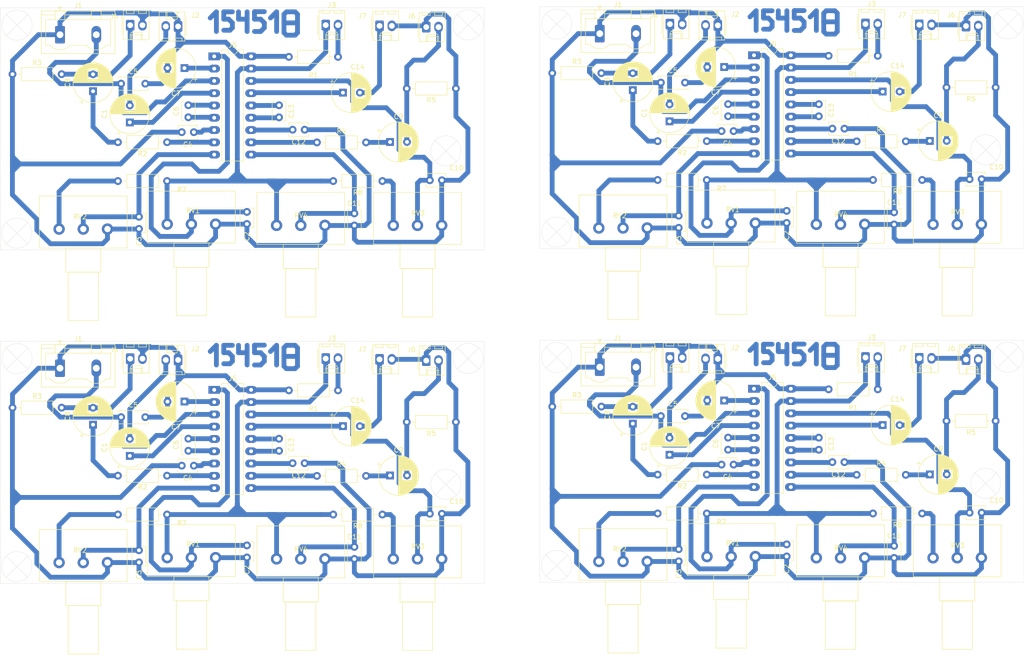
<source format=kicad_pcb>
(kicad_pcb (version 20171130) (host pcbnew "(5.1.9)-1")
  (layers (0 F.Cu signal) (31 B.Cu signal) (34 B.Paste user) (35 F.Paste user) (36 B.SilkS user) (37 F.SilkS user) (38 B.Mask user) (39 F.Mask user) (44 Edge.Cuts user))
  (net 0 "")
  (net 1 "Net-(C1-Pad2)")
  (net 2 "Net-(C1-Pad1)")
  (net 3 GNDREF)
  (net 4 "Net-(C2-Pad2)")
  (net 5 "Net-(C3-Pad1)")
  (net 6 "Net-(C4-Pad1)")
  (net 7 VCC)
  (net 8 "Net-(C6-Pad1)")
  (net 9 "Net-(C6-Pad2)")
  (net 10 "Net-(C7-Pad1)")
  (net 11 "Net-(C8-Pad2)")
  (net 12 "Net-(C8-Pad1)")
  (net 13 "Net-(C9-Pad1)")
  (net 14 "Net-(C9-Pad2)")
  (net 15 "Net-(C10-Pad2)")
  (net 16 "Net-(C11-Pad1)")
  (net 17 "Net-(C12-Pad2)")
  (net 18 "Net-(C13-Pad1)")
  (net 19 "Net-(C13-Pad2)")
  (net 20 "Net-(C14-Pad1)")
  (net 21 "Net-(C14-Pad2)")
  (net 22 "Net-(J3-Pad1)")
  (net 23 "Net-(J3-Pad2)")
  (net 24 "Net-(J5-Pad11)")
  (net 25 "Net-(J5-Pad8)")
  (net 26 "Net-(R7-Pad2)")
  (net 27 "Net-(R8-Pad1)")
  (module Connector_Molex:Molex_KK-254_AE-6410-02A_1x02_P2.54mm_Vertical (layer F.Cu) (at 205.256 87.422)
    (fp_text reference J7 (at -3.556 -2.032) (layer F.SilkS))
    (fp_text value Conn_01x02)
    (pad 2 thru_hole oval (at 2.54 0) (size 1.74 2.19) (drill 1.19) (layers *.Cu *.Mask))
    (pad 1 thru_hole roundrect (at 0 0) (size 1.74 2.19) (drill 1.19) (layers *.Cu *.Mask) (roundrect_rratio 0.1436775862068966))
  )
  (module Connector_Molex:Molex_KK-254_AE-6410-02A_1x02_P2.54mm_Vertical (layer F.Cu) (at 194.13 87.262)
    (fp_text reference J3 (at 1.27 -4.12) (layer F.SilkS))
    (fp_text value Conn_01x02)
    (pad 1 thru_hole roundrect (at 0 0) (size 1.74 2.19) (drill 1.19) (layers *.Cu *.Mask) (roundrect_rratio 0.1436775862068966))
    (pad 2 thru_hole oval (at 2.54 0) (size 1.74 2.19) (drill 1.19) (layers *.Cu *.Mask))
  )
  (module Connector_Molex:Molex_KK-254_AE-6410-02A_1x02_P2.54mm_Vertical (layer F.Cu) (at 214.91 87.676)
    (fp_text reference J6 (at -3.05 -2.286) (layer F.SilkS))
    (fp_text value Conn_01x02)
    (pad 2 thru_hole oval (at 2.54 0) (size 1.74 2.19) (drill 1.19) (layers *.Cu *.Mask))
    (pad 1 thru_hole roundrect (at 0 0) (size 1.74 2.19) (drill 1.19) (layers *.Cu *.Mask) (roundrect_rratio 0.1436775862068966))
  )
  (module Potentiometer_THT:Potentiometer_Alps_RK163_Single_Horizontal (layer F.Cu) (at 208.1 128.664 270)
    (fp_text reference RV3 (at -2.54 -5.08 180) (layer F.SilkS))
    (fp_text value 50K)
    (pad 3 thru_hole circle (at 0 -10 270) (size 2.34 2.34) (drill 1.3) (layers *.Cu *.Mask))
    (pad 2 thru_hole circle (at 0 -5 270) (size 2.34 2.34) (drill 1.3) (layers *.Cu *.Mask))
    (pad 1 thru_hole circle (at 0 0 270) (size 2.34 2.34) (drill 1.3) (layers *.Cu *.Mask))
  )
  (module Resistor_THT:R_Axial_DIN0207_L6.3mm_D2.5mm_P10.16mm_Horizontal (layer F.Cu) (at 205.84 119.5 180)
    (fp_text reference R8 (at 5.08 -2.37) (layer F.SilkS))
    (fp_text value 1)
    (pad 1 thru_hole circle (at 0 0 180) (size 1.6 1.6) (drill 0.8) (layers *.Cu *.Mask))
    (pad 2 thru_hole oval (at 10.16 0 180) (size 1.6 1.6) (drill 0.8) (layers *.Cu *.Mask))
  )
  (module Capacitor_THT:CP_Radial_D8.0mm_P3.50mm (layer F.Cu) (at 153.63 107.37 90)
    (fp_text reference C1 (at 1.75 -5.25 90) (layer F.SilkS))
    (fp_text value 2,2uF)
    (pad 2 thru_hole circle (at 3.5 0 90) (size 1.6 1.6) (drill 0.8) (layers *.Cu *.Mask))
    (pad 1 thru_hole rect (at 0 0 90) (size 1.6 1.6) (drill 0.8) (layers *.Cu *.Mask))
  )
  (module Connector_Phoenix_GMSTB:PhoenixContact_GMSTBVA_2,5_2-G_1x02_P7.50mm_Vertical (layer F.Cu) (at 139.2 89.25)
    (fp_text reference J1 (at 3.75 -6) (layer F.SilkS))
    (fp_text value Conn_01x02)
    (pad 1 thru_hole roundrect (at 0 0) (size 2 3.6) (drill 1.4) (layers *.Cu *.Mask) (roundrect_rratio 0.125))
    (pad 2 thru_hole oval (at 7.5 0) (size 2 3.6) (drill 1.4) (layers *.Cu *.Mask))
  )
  (module Capacitor_THT:C_Disc_D3.8mm_W2.6mm_P2.50mm (layer F.Cu) (at 184.48 103.83 270)
    (fp_text reference C13 (at 1.25 -2.55 90) (layer F.SilkS))
    (fp_text value 56nF)
    (pad 1 thru_hole circle (at 0 0 270) (size 1.6 1.6) (drill 0.8) (layers *.Cu *.Mask))
    (pad 2 thru_hole circle (at 2.5 0 270) (size 1.6 1.6) (drill 0.8) (layers *.Cu *.Mask))
  )
  (module Capacitor_THT:C_Disc_D6.0mm_W2.5mm_P5.00mm (layer F.Cu) (at 151.83 99.37)
    (fp_text reference C5 (at 2.5 -2.5) (layer F.SilkS))
    (fp_text value 220pF)
    (pad 1 thru_hole circle (at 0 0) (size 1.6 1.6) (drill 0.8) (layers *.Cu *.Mask))
    (pad 2 thru_hole circle (at 5 0) (size 1.6 1.6) (drill 0.8) (layers *.Cu *.Mask))
  )
  (module Capacitor_THT:CP_Radial_D8.0mm_P3.50mm (layer F.Cu) (at 197.686 101.232)
    (fp_text reference C14 (at 3.048 -5.334) (layer F.SilkS))
    (fp_text value 2,2uF)
    (pad 1 thru_hole rect (at 0 0) (size 1.6 1.6) (drill 0.8) (layers *.Cu *.Mask))
    (pad 2 thru_hole circle (at 3.5 0) (size 1.6 1.6) (drill 0.8) (layers *.Cu *.Mask))
  )
  (module Capacitor_THT:C_Disc_D3.8mm_W2.6mm_P2.50mm (layer F.Cu) (at 189.78 108.89 180)
    (fp_text reference C12 (at 1.25 -2.55) (layer F.SilkS))
    (fp_text value 15nF)
    (pad 2 thru_hole circle (at 2.5 0 180) (size 1.6 1.6) (drill 0.8) (layers *.Cu *.Mask))
    (pad 1 thru_hole circle (at 0 0 180) (size 1.6 1.6) (drill 0.8) (layers *.Cu *.Mask))
  )
  (module Capacitor_THT:CP_Radial_D8.0mm_P3.50mm (layer F.Cu) (at 164.92 96.152 180)
    (fp_text reference C7 (at 1.75 -5.25) (layer F.SilkS))
    (fp_text value 100uF)
    (pad 1 thru_hole rect (at 0 0 180) (size 1.6 1.6) (drill 0.8) (layers *.Cu *.Mask))
    (pad 2 thru_hole circle (at 3.5 0 180) (size 1.6 1.6) (drill 0.8) (layers *.Cu *.Mask))
  )
  (module Resistor_THT:R_Axial_DIN0207_L6.3mm_D2.5mm_P10.16mm_Horizontal (layer F.Cu) (at 192.31 111.51)
    (fp_text reference R4 (at 5.08 -2.37) (layer F.SilkS))
    (fp_text value 220)
    (pad 1 thru_hole circle (at 0 0) (size 1.6 1.6) (drill 0.8) (layers *.Cu *.Mask))
    (pad 2 thru_hole oval (at 10.16 0) (size 1.6 1.6) (drill 0.8) (layers *.Cu *.Mask))
  )
  (module Capacitor_THT:CP_Radial_D8.0mm_P3.50mm (layer F.Cu) (at 146.03 100.93 90)
    (fp_text reference C8 (at 1.75 -5.25 90) (layer F.SilkS))
    (fp_text value 4,7uF)
    (pad 2 thru_hole circle (at 3.5 0 90) (size 1.6 1.6) (drill 0.8) (layers *.Cu *.Mask))
    (pad 1 thru_hole rect (at 0 0 90) (size 1.6 1.6) (drill 0.8) (layers *.Cu *.Mask))
  )
  (module Capacitor_THT:CP_Radial_D8.0mm_P3.50mm (layer F.Cu) (at 207.43 111.42)
    (fp_text reference C9 (at 1.75 -5.25) (layer F.SilkS))
    (fp_text value 4,7uF)
    (pad 1 thru_hole rect (at 0 0) (size 1.6 1.6) (drill 0.8) (layers *.Cu *.Mask))
    (pad 2 thru_hole circle (at 3.5 0) (size 1.6 1.6) (drill 0.8) (layers *.Cu *.Mask))
  )
  (module Capacitor_THT:C_Disc_D3.8mm_W2.6mm_P2.50mm (layer F.Cu) (at 218.15 119.34 180)
    (fp_text reference C10 (at -3.048 2.54) (layer F.SilkS))
    (fp_text value 100nF)
    (pad 1 thru_hole circle (at 0 0 180) (size 1.6 1.6) (drill 0.8) (layers *.Cu *.Mask))
    (pad 2 thru_hole circle (at 2.5 0 180) (size 1.6 1.6) (drill 0.8) (layers *.Cu *.Mask))
  )
  (module Resistor_THT:R_Axial_DIN0207_L6.3mm_D2.5mm_P10.16mm_Horizontal (layer F.Cu) (at 221.04 100.37 180)
    (fp_text reference R5 (at 5.08 -2.37) (layer F.SilkS))
    (fp_text value 4k7)
    (pad 1 thru_hole circle (at 0 0 180) (size 1.6 1.6) (drill 0.8) (layers *.Cu *.Mask))
    (pad 2 thru_hole oval (at 10.16 0 180) (size 1.6 1.6) (drill 0.8) (layers *.Cu *.Mask))
  )
  (module Resistor_THT:R_Axial_DIN0207_L6.3mm_D2.5mm_P10.16mm_Horizontal (layer F.Cu) (at 129.38 97.41)
    (fp_text reference R3 (at 5.08 -2.37) (layer F.SilkS))
    (fp_text value 4k7)
    (pad 1 thru_hole circle (at 0 0) (size 1.6 1.6) (drill 0.8) (layers *.Cu *.Mask))
    (pad 2 thru_hole oval (at 10.16 0) (size 1.6 1.6) (drill 0.8) (layers *.Cu *.Mask))
  )
  (module Connector_Molex:Molex_KK-254_AE-6410-02A_1x02_P2.54mm_Vertical (layer F.Cu) (at 153.702 87.286)
    (fp_text reference J4 (at -3.302 -1.778) (layer F.SilkS))
    (fp_text value Conn_01x02)
    (pad 1 thru_hole roundrect (at 0 0) (size 1.74 2.19) (drill 1.19) (layers *.Cu *.Mask) (roundrect_rratio 0.1436775862068966))
    (pad 2 thru_hole oval (at 2.54 0) (size 1.74 2.19) (drill 1.19) (layers *.Cu *.Mask))
  )
  (module Potentiometer_THT:Potentiometer_Alps_RK163_Single_Horizontal (layer F.Cu) (at 183.97 128.664 270)
    (fp_text reference RV4 (at -2.032 -5.08 180) (layer F.SilkS))
    (fp_text value 50K)
    (pad 1 thru_hole circle (at 0 0 270) (size 2.34 2.34) (drill 1.3) (layers *.Cu *.Mask))
    (pad 2 thru_hole circle (at 0 -5 270) (size 2.34 2.34) (drill 1.3) (layers *.Cu *.Mask))
    (pad 3 thru_hole circle (at 0 -10 270) (size 2.34 2.34) (drill 1.3) (layers *.Cu *.Mask))
  )
  (module Resistor_THT:R_Axial_DIN0207_L6.3mm_D2.5mm_P10.16mm_Horizontal (layer F.Cu) (at 161.33 119.5 180)
    (fp_text reference R7 (at -3.048 -1.778) (layer F.SilkS))
    (fp_text value 1)
    (pad 1 thru_hole circle (at 0 0 180) (size 1.6 1.6) (drill 0.8) (layers *.Cu *.Mask))
    (pad 2 thru_hole oval (at 10.16 0 180) (size 1.6 1.6) (drill 0.8) (layers *.Cu *.Mask))
  )
  (module Capacitor_THT:C_Disc_D3.8mm_W2.6mm_P2.50mm (layer F.Cu) (at 200.05 126.19 270)
    (fp_text reference C11 (at -2.072 0 180) (layer F.SilkS))
    (fp_text value 100pF)
    (pad 2 thru_hole circle (at 2.5 0 270) (size 1.6 1.6) (drill 0.8) (layers *.Cu *.Mask))
    (pad 1 thru_hole circle (at 0 0 270) (size 1.6 1.6) (drill 0.8) (layers *.Cu *.Mask))
  )
  (module Capacitor_THT:C_Disc_D3.8mm_W2.6mm_P2.50mm (layer F.Cu) (at 177.84 128.38 90)
    (fp_text reference C2 (at -2.58 0 90) (layer F.SilkS))
    (fp_text value 100pF)
    (pad 2 thru_hole circle (at 2.5 0 90) (size 1.6 1.6) (drill 0.8) (layers *.Cu *.Mask))
    (pad 1 thru_hole circle (at 0 0 90) (size 1.6 1.6) (drill 0.8) (layers *.Cu *.Mask))
  )
  (module Potentiometer_THT:Potentiometer_Alps_RK163_Single_Horizontal (layer F.Cu) (at 161.364 128.41 270)
    (fp_text reference RV1 (at -2.794 -5.334 180) (layer F.SilkS))
    (fp_text value 50K)
    (pad 1 thru_hole circle (at 0 0 270) (size 2.34 2.34) (drill 1.3) (layers *.Cu *.Mask))
    (pad 2 thru_hole circle (at 0 -5 270) (size 2.34 2.34) (drill 1.3) (layers *.Cu *.Mask))
    (pad 3 thru_hole circle (at 0 -10 270) (size 2.34 2.34) (drill 1.3) (layers *.Cu *.Mask))
  )
  (module Potentiometer_THT:Potentiometer_Alps_RK163_Single_Horizontal (layer F.Cu) (at 183.97 59.724 270)
    (fp_text reference RV4 (at -2.032 -5.08 180) (layer F.SilkS))
    (fp_text value 50K)
    (pad 3 thru_hole circle (at 0 -10 270) (size 2.34 2.34) (drill 1.3) (layers *.Cu *.Mask))
    (pad 2 thru_hole circle (at 0 -5 270) (size 2.34 2.34) (drill 1.3) (layers *.Cu *.Mask))
    (pad 1 thru_hole circle (at 0 0 270) (size 2.34 2.34) (drill 1.3) (layers *.Cu *.Mask))
  )
  (module Potentiometer_THT:Potentiometer_Alps_RK163_Single_Horizontal (layer F.Cu) (at 208.1 59.724 270)
    (fp_text reference RV3 (at -2.54 -5.08 180) (layer F.SilkS))
    (fp_text value 50K)
    (pad 1 thru_hole circle (at 0 0 270) (size 2.34 2.34) (drill 1.3) (layers *.Cu *.Mask))
    (pad 2 thru_hole circle (at 0 -5 270) (size 2.34 2.34) (drill 1.3) (layers *.Cu *.Mask))
    (pad 3 thru_hole circle (at 0 -10 270) (size 2.34 2.34) (drill 1.3) (layers *.Cu *.Mask))
  )
  (module Potentiometer_THT:Potentiometer_Alps_RK163_Single_Horizontal (layer F.Cu) (at 139.012 129.426 270)
    (fp_text reference RV2 (at -2.54 -4.318 180) (layer F.SilkS))
    (fp_text value 50K)
    (pad 1 thru_hole circle (at 0 0 270) (size 2.34 2.34) (drill 1.3) (layers *.Cu *.Mask))
    (pad 2 thru_hole circle (at 0 -5 270) (size 2.34 2.34) (drill 1.3) (layers *.Cu *.Mask))
    (pad 3 thru_hole circle (at 0 -10 270) (size 2.34 2.34) (drill 1.3) (layers *.Cu *.Mask))
  )
  (module Connector_Phoenix_GMSTB:PhoenixContact_GMSTBVA_2,5_2-G_1x02_P7.50mm_Vertical (layer F.Cu) (at 139.2 20.31)
    (fp_text reference J1 (at 3.75 -6) (layer F.SilkS))
    (fp_text value Conn_01x02)
    (pad 2 thru_hole oval (at 7.5 0) (size 2 3.6) (drill 1.4) (layers *.Cu *.Mask))
    (pad 1 thru_hole roundrect (at 0 0) (size 2 3.6) (drill 1.4) (layers *.Cu *.Mask) (roundrect_rratio 0.125))
  )
  (module Capacitor_THT:C_Disc_D3.8mm_W2.6mm_P2.50mm (layer F.Cu) (at 166.87 109.4 180)
    (fp_text reference C4 (at 1.25 -2.55) (layer F.SilkS))
    (fp_text value 15pf)
    (pad 1 thru_hole circle (at 0 0 180) (size 1.6 1.6) (drill 0.8) (layers *.Cu *.Mask))
    (pad 2 thru_hole circle (at 2.5 0 180) (size 1.6 1.6) (drill 0.8) (layers *.Cu *.Mask))
  )
  (module Resistor_THT:R_Axial_DIN0207_L6.3mm_D2.5mm_P10.16mm_Horizontal (layer F.Cu) (at 161.33 50.56 180)
    (fp_text reference R7 (at -3.048 -1.778) (layer F.SilkS))
    (fp_text value 1)
    (pad 2 thru_hole oval (at 10.16 0 180) (size 1.6 1.6) (drill 0.8) (layers *.Cu *.Mask))
    (pad 1 thru_hole circle (at 0 0 180) (size 1.6 1.6) (drill 0.8) (layers *.Cu *.Mask))
  )
  (module Resistor_THT:R_Axial_DIN0207_L6.3mm_D2.5mm_P10.16mm_Horizontal (layer F.Cu) (at 205.84 50.56 180)
    (fp_text reference R8 (at 5.08 -2.37) (layer F.SilkS))
    (fp_text value 1)
    (pad 2 thru_hole oval (at 10.16 0 180) (size 1.6 1.6) (drill 0.8) (layers *.Cu *.Mask))
    (pad 1 thru_hole circle (at 0 0 180) (size 1.6 1.6) (drill 0.8) (layers *.Cu *.Mask))
  )
  (module Resistor_THT:R_Axial_DIN0207_L6.3mm_D2.5mm_P10.16mm_Horizontal (layer F.Cu) (at 186.51 93.83)
    (fp_text reference R1 (at 5.08 3.81) (layer F.SilkS))
    (fp_text value 4k7)
    (pad 2 thru_hole oval (at 10.16 0) (size 1.6 1.6) (drill 0.8) (layers *.Cu *.Mask))
    (pad 1 thru_hole circle (at 0 0) (size 1.6 1.6) (drill 0.8) (layers *.Cu *.Mask))
  )
  (module Resistor_THT:R_Axial_DIN0207_L6.3mm_D2.5mm_P10.16mm_Horizontal (layer F.Cu) (at 161.33 111.47 180)
    (fp_text reference R2 (at 5.08 -2.37) (layer F.SilkS))
    (fp_text value 220)
    (pad 2 thru_hole oval (at 10.16 0 180) (size 1.6 1.6) (drill 0.8) (layers *.Cu *.Mask))
    (pad 1 thru_hole circle (at 0 0 180) (size 1.6 1.6) (drill 0.8) (layers *.Cu *.Mask))
  )
  (module Connector_Molex:Molex_KK-254_AE-6410-02A_1x02_P2.54mm_Vertical (layer F.Cu) (at 163.608 87.54 180)
    (fp_text reference J2 (at -3.556 2.286) (layer F.SilkS))
    (fp_text value Conn_01x02)
    (pad 1 thru_hole roundrect (at 0 0 180) (size 1.74 2.19) (drill 1.19) (layers *.Cu *.Mask) (roundrect_rratio 0.1436775862068966))
    (pad 2 thru_hole oval (at 2.54 0 180) (size 1.74 2.19) (drill 1.19) (layers *.Cu *.Mask))
  )
  (module Capacitor_THT:C_Disc_D6.0mm_W2.5mm_P5.00mm (layer F.Cu) (at 151.83 30.43)
    (fp_text reference C5 (at 2.5 -2.5) (layer F.SilkS))
    (fp_text value 220pF)
    (pad 2 thru_hole circle (at 5 0) (size 1.6 1.6) (drill 0.8) (layers *.Cu *.Mask))
    (pad 1 thru_hole circle (at 0 0) (size 1.6 1.6) (drill 0.8) (layers *.Cu *.Mask))
  )
  (module Package_DIP:DIP-18_W7.62mm_LongPads (layer F.Cu) (at 171.08 93.72)
    (fp_text reference J5 (at 3.81 -2.33) (layer F.SilkS))
    (fp_text value "TDA 1524A")
    (pad 1 thru_hole rect (at 0 0) (size 2.4 1.6) (drill 0.8) (layers *.Cu *.Mask))
    (pad 10 thru_hole oval (at 7.62 20.32) (size 2.4 1.6) (drill 0.8) (layers *.Cu *.Mask))
    (pad 2 thru_hole oval (at 0 2.54) (size 2.4 1.6) (drill 0.8) (layers *.Cu *.Mask))
    (pad 11 thru_hole oval (at 7.62 17.78) (size 2.4 1.6) (drill 0.8) (layers *.Cu *.Mask))
    (pad 3 thru_hole oval (at 0 5.08) (size 2.4 1.6) (drill 0.8) (layers *.Cu *.Mask))
    (pad 12 thru_hole oval (at 7.62 15.24) (size 2.4 1.6) (drill 0.8) (layers *.Cu *.Mask))
    (pad 4 thru_hole oval (at 0 7.62) (size 2.4 1.6) (drill 0.8) (layers *.Cu *.Mask))
    (pad 13 thru_hole oval (at 7.62 12.7) (size 2.4 1.6) (drill 0.8) (layers *.Cu *.Mask))
    (pad 5 thru_hole oval (at 0 10.16) (size 2.4 1.6) (drill 0.8) (layers *.Cu *.Mask))
    (pad 14 thru_hole oval (at 7.62 10.16) (size 2.4 1.6) (drill 0.8) (layers *.Cu *.Mask))
    (pad 6 thru_hole oval (at 0 12.7) (size 2.4 1.6) (drill 0.8) (layers *.Cu *.Mask))
    (pad 15 thru_hole oval (at 7.62 7.62) (size 2.4 1.6) (drill 0.8) (layers *.Cu *.Mask))
    (pad 7 thru_hole oval (at 0 15.24) (size 2.4 1.6) (drill 0.8) (layers *.Cu *.Mask))
    (pad 16 thru_hole oval (at 7.62 5.08) (size 2.4 1.6) (drill 0.8) (layers *.Cu *.Mask))
    (pad 8 thru_hole oval (at 0 17.78) (size 2.4 1.6) (drill 0.8) (layers *.Cu *.Mask))
    (pad 17 thru_hole oval (at 7.62 2.54) (size 2.4 1.6) (drill 0.8) (layers *.Cu *.Mask))
    (pad 9 thru_hole oval (at 0 20.32) (size 2.4 1.6) (drill 0.8) (layers *.Cu *.Mask))
    (pad 18 thru_hole oval (at 7.62 0) (size 2.4 1.6) (drill 0.8) (layers *.Cu *.Mask))
  )
  (module Capacitor_THT:C_Disc_D3.8mm_W2.6mm_P2.50mm (layer F.Cu) (at 165.73 106.32 90)
    (fp_text reference C6 (at 1.25 -2.55 90) (layer F.SilkS))
    (fp_text value 56nF)
    (pad 1 thru_hole circle (at 0 0 90) (size 1.6 1.6) (drill 0.8) (layers *.Cu *.Mask))
    (pad 2 thru_hole circle (at 2.5 0 90) (size 1.6 1.6) (drill 0.8) (layers *.Cu *.Mask))
  )
  (module Capacitor_THT:C_Disc_D3.8mm_W2.6mm_P2.50mm (layer F.Cu) (at 155.522 126.886 270)
    (fp_text reference C3 (at 5.08 0 90) (layer F.SilkS))
    (fp_text value 100pF)
    (pad 1 thru_hole circle (at 0 0 270) (size 1.6 1.6) (drill 0.8) (layers *.Cu *.Mask))
    (pad 2 thru_hole circle (at 2.5 0 270) (size 1.6 1.6) (drill 0.8) (layers *.Cu *.Mask))
  )
  (module Capacitor_THT:CP_Radial_D8.0mm_P3.50mm (layer F.Cu) (at 197.686 32.292)
    (fp_text reference C14 (at 3.048 -5.334) (layer F.SilkS))
    (fp_text value 2,2uF)
    (pad 2 thru_hole circle (at 3.5 0) (size 1.6 1.6) (drill 0.8) (layers *.Cu *.Mask))
    (pad 1 thru_hole rect (at 0 0) (size 1.6 1.6) (drill 0.8) (layers *.Cu *.Mask))
  )
  (module Capacitor_THT:C_Disc_D3.8mm_W2.6mm_P2.50mm (layer F.Cu) (at 189.78 39.95 180)
    (fp_text reference C12 (at 1.25 -2.55) (layer F.SilkS))
    (fp_text value 15nF)
    (pad 1 thru_hole circle (at 0 0 180) (size 1.6 1.6) (drill 0.8) (layers *.Cu *.Mask))
    (pad 2 thru_hole circle (at 2.5 0 180) (size 1.6 1.6) (drill 0.8) (layers *.Cu *.Mask))
  )
  (module Capacitor_THT:CP_Radial_D8.0mm_P3.50mm (layer F.Cu) (at 164.92 27.212 180)
    (fp_text reference C7 (at 1.75 -5.25) (layer F.SilkS))
    (fp_text value 100uF)
    (pad 2 thru_hole circle (at 3.5 0 180) (size 1.6 1.6) (drill 0.8) (layers *.Cu *.Mask))
    (pad 1 thru_hole rect (at 0 0 180) (size 1.6 1.6) (drill 0.8) (layers *.Cu *.Mask))
  )
  (module Capacitor_THT:C_Disc_D3.8mm_W2.6mm_P2.50mm (layer F.Cu) (at 200.05 57.25 270)
    (fp_text reference C11 (at -2.072 0 180) (layer F.SilkS))
    (fp_text value 100pF)
    (pad 1 thru_hole circle (at 0 0 270) (size 1.6 1.6) (drill 0.8) (layers *.Cu *.Mask))
    (pad 2 thru_hole circle (at 2.5 0 270) (size 1.6 1.6) (drill 0.8) (layers *.Cu *.Mask))
  )
  (module Connector_Molex:Molex_KK-254_AE-6410-02A_1x02_P2.54mm_Vertical (layer F.Cu) (at 214.91 18.736)
    (fp_text reference J6 (at -3.05 -2.286) (layer F.SilkS))
    (fp_text value Conn_01x02)
    (pad 1 thru_hole roundrect (at 0 0) (size 1.74 2.19) (drill 1.19) (layers *.Cu *.Mask) (roundrect_rratio 0.1436775862068966))
    (pad 2 thru_hole oval (at 2.54 0) (size 1.74 2.19) (drill 1.19) (layers *.Cu *.Mask))
  )
  (module Resistor_THT:R_Axial_DIN0207_L6.3mm_D2.5mm_P10.16mm_Horizontal (layer F.Cu) (at 192.31 42.57)
    (fp_text reference R4 (at 5.08 -2.37) (layer F.SilkS))
    (fp_text value 220)
    (pad 2 thru_hole oval (at 10.16 0) (size 1.6 1.6) (drill 0.8) (layers *.Cu *.Mask))
    (pad 1 thru_hole circle (at 0 0) (size 1.6 1.6) (drill 0.8) (layers *.Cu *.Mask))
  )
  (module Connector_Molex:Molex_KK-254_AE-6410-02A_1x02_P2.54mm_Vertical (layer F.Cu) (at 205.256 18.482)
    (fp_text reference J7 (at -3.556 -2.032) (layer F.SilkS))
    (fp_text value Conn_01x02)
    (pad 1 thru_hole roundrect (at 0 0) (size 1.74 2.19) (drill 1.19) (layers *.Cu *.Mask) (roundrect_rratio 0.1436775862068966))
    (pad 2 thru_hole oval (at 2.54 0) (size 1.74 2.19) (drill 1.19) (layers *.Cu *.Mask))
  )
  (module Capacitor_THT:CP_Radial_D8.0mm_P3.50mm (layer F.Cu) (at 207.43 42.48)
    (fp_text reference C9 (at 1.75 -5.25) (layer F.SilkS))
    (fp_text value 4,7uF)
    (pad 2 thru_hole circle (at 3.5 0) (size 1.6 1.6) (drill 0.8) (layers *.Cu *.Mask))
    (pad 1 thru_hole rect (at 0 0) (size 1.6 1.6) (drill 0.8) (layers *.Cu *.Mask))
  )
  (module Resistor_THT:R_Axial_DIN0207_L6.3mm_D2.5mm_P10.16mm_Horizontal (layer F.Cu) (at 129.38 28.47)
    (fp_text reference R3 (at 5.08 -2.37) (layer F.SilkS))
    (fp_text value 4k7)
    (pad 2 thru_hole oval (at 10.16 0) (size 1.6 1.6) (drill 0.8) (layers *.Cu *.Mask))
    (pad 1 thru_hole circle (at 0 0) (size 1.6 1.6) (drill 0.8) (layers *.Cu *.Mask))
  )
  (module Capacitor_THT:C_Disc_D3.8mm_W2.6mm_P2.50mm (layer F.Cu) (at 184.48 34.89 270)
    (fp_text reference C13 (at 1.25 -2.55 90) (layer F.SilkS))
    (fp_text value 56nF)
    (pad 2 thru_hole circle (at 2.5 0 270) (size 1.6 1.6) (drill 0.8) (layers *.Cu *.Mask))
    (pad 1 thru_hole circle (at 0 0 270) (size 1.6 1.6) (drill 0.8) (layers *.Cu *.Mask))
  )
  (module Connector_Molex:Molex_KK-254_AE-6410-02A_1x02_P2.54mm_Vertical (layer F.Cu) (at 153.702 18.346)
    (fp_text reference J4 (at -3.302 -1.778) (layer F.SilkS))
    (fp_text value Conn_01x02)
    (pad 2 thru_hole oval (at 2.54 0) (size 1.74 2.19) (drill 1.19) (layers *.Cu *.Mask))
    (pad 1 thru_hole roundrect (at 0 0) (size 1.74 2.19) (drill 1.19) (layers *.Cu *.Mask) (roundrect_rratio 0.1436775862068966))
  )
  (module Capacitor_THT:C_Disc_D3.8mm_W2.6mm_P2.50mm (layer F.Cu) (at 218.15 50.4 180)
    (fp_text reference C10 (at -3.048 2.54) (layer F.SilkS))
    (fp_text value 100nF)
    (pad 2 thru_hole circle (at 2.5 0 180) (size 1.6 1.6) (drill 0.8) (layers *.Cu *.Mask))
    (pad 1 thru_hole circle (at 0 0 180) (size 1.6 1.6) (drill 0.8) (layers *.Cu *.Mask))
  )
  (module Connector_Molex:Molex_KK-254_AE-6410-02A_1x02_P2.54mm_Vertical (layer F.Cu) (at 194.13 18.322)
    (fp_text reference J3 (at 1.27 -4.12) (layer F.SilkS))
    (fp_text value Conn_01x02)
    (pad 2 thru_hole oval (at 2.54 0) (size 1.74 2.19) (drill 1.19) (layers *.Cu *.Mask))
    (pad 1 thru_hole roundrect (at 0 0) (size 1.74 2.19) (drill 1.19) (layers *.Cu *.Mask) (roundrect_rratio 0.1436775862068966))
  )
  (module Capacitor_THT:CP_Radial_D8.0mm_P3.50mm (layer F.Cu) (at 146.03 31.99 90)
    (fp_text reference C8 (at 1.75 -5.25 90) (layer F.SilkS))
    (fp_text value 4,7uF)
    (pad 1 thru_hole rect (at 0 0 90) (size 1.6 1.6) (drill 0.8) (layers *.Cu *.Mask))
    (pad 2 thru_hole circle (at 3.5 0 90) (size 1.6 1.6) (drill 0.8) (layers *.Cu *.Mask))
  )
  (module Capacitor_THT:CP_Radial_D8.0mm_P3.50mm (layer F.Cu) (at 153.63 38.43 90)
    (fp_text reference C1 (at 1.75 -5.25 90) (layer F.SilkS))
    (fp_text value 2,2uF)
    (pad 1 thru_hole rect (at 0 0 90) (size 1.6 1.6) (drill 0.8) (layers *.Cu *.Mask))
    (pad 2 thru_hole circle (at 3.5 0 90) (size 1.6 1.6) (drill 0.8) (layers *.Cu *.Mask))
  )
  (module Resistor_THT:R_Axial_DIN0207_L6.3mm_D2.5mm_P10.16mm_Horizontal (layer F.Cu) (at 221.04 31.43 180)
    (fp_text reference R5 (at 5.08 -2.37) (layer F.SilkS))
    (fp_text value 4k7)
    (pad 2 thru_hole oval (at 10.16 0 180) (size 1.6 1.6) (drill 0.8) (layers *.Cu *.Mask))
    (pad 1 thru_hole circle (at 0 0 180) (size 1.6 1.6) (drill 0.8) (layers *.Cu *.Mask))
  )
  (module Resistor_THT:R_Axial_DIN0207_L6.3mm_D2.5mm_P10.16mm_Horizontal (layer F.Cu) (at 186.51 24.89)
    (fp_text reference R1 (at 5.08 3.81) (layer F.SilkS))
    (fp_text value 4k7)
    (pad 1 thru_hole circle (at 0 0) (size 1.6 1.6) (drill 0.8) (layers *.Cu *.Mask))
    (pad 2 thru_hole oval (at 10.16 0) (size 1.6 1.6) (drill 0.8) (layers *.Cu *.Mask))
  )
  (module Resistor_THT:R_Axial_DIN0207_L6.3mm_D2.5mm_P10.16mm_Horizontal (layer F.Cu) (at 161.33 42.53 180)
    (fp_text reference R2 (at 5.08 -2.37) (layer F.SilkS))
    (fp_text value 220)
    (pad 1 thru_hole circle (at 0 0 180) (size 1.6 1.6) (drill 0.8) (layers *.Cu *.Mask))
    (pad 2 thru_hole oval (at 10.16 0 180) (size 1.6 1.6) (drill 0.8) (layers *.Cu *.Mask))
  )
  (module Package_DIP:DIP-18_W7.62mm_LongPads (layer F.Cu) (at 171.08 24.78)
    (fp_text reference J5 (at 3.81 -2.33) (layer F.SilkS))
    (fp_text value "TDA 1524A")
    (pad 18 thru_hole oval (at 7.62 0) (size 2.4 1.6) (drill 0.8) (layers *.Cu *.Mask))
    (pad 9 thru_hole oval (at 0 20.32) (size 2.4 1.6) (drill 0.8) (layers *.Cu *.Mask))
    (pad 17 thru_hole oval (at 7.62 2.54) (size 2.4 1.6) (drill 0.8) (layers *.Cu *.Mask))
    (pad 8 thru_hole oval (at 0 17.78) (size 2.4 1.6) (drill 0.8) (layers *.Cu *.Mask))
    (pad 16 thru_hole oval (at 7.62 5.08) (size 2.4 1.6) (drill 0.8) (layers *.Cu *.Mask))
    (pad 7 thru_hole oval (at 0 15.24) (size 2.4 1.6) (drill 0.8) (layers *.Cu *.Mask))
    (pad 15 thru_hole oval (at 7.62 7.62) (size 2.4 1.6) (drill 0.8) (layers *.Cu *.Mask))
    (pad 6 thru_hole oval (at 0 12.7) (size 2.4 1.6) (drill 0.8) (layers *.Cu *.Mask))
    (pad 14 thru_hole oval (at 7.62 10.16) (size 2.4 1.6) (drill 0.8) (layers *.Cu *.Mask))
    (pad 5 thru_hole oval (at 0 10.16) (size 2.4 1.6) (drill 0.8) (layers *.Cu *.Mask))
    (pad 13 thru_hole oval (at 7.62 12.7) (size 2.4 1.6) (drill 0.8) (layers *.Cu *.Mask))
    (pad 4 thru_hole oval (at 0 7.62) (size 2.4 1.6) (drill 0.8) (layers *.Cu *.Mask))
    (pad 12 thru_hole oval (at 7.62 15.24) (size 2.4 1.6) (drill 0.8) (layers *.Cu *.Mask))
    (pad 3 thru_hole oval (at 0 5.08) (size 2.4 1.6) (drill 0.8) (layers *.Cu *.Mask))
    (pad 11 thru_hole oval (at 7.62 17.78) (size 2.4 1.6) (drill 0.8) (layers *.Cu *.Mask))
    (pad 2 thru_hole oval (at 0 2.54) (size 2.4 1.6) (drill 0.8) (layers *.Cu *.Mask))
    (pad 10 thru_hole oval (at 7.62 20.32) (size 2.4 1.6) (drill 0.8) (layers *.Cu *.Mask))
    (pad 1 thru_hole rect (at 0 0) (size 2.4 1.6) (drill 0.8) (layers *.Cu *.Mask))
  )
  (module Capacitor_THT:C_Disc_D3.8mm_W2.6mm_P2.50mm (layer F.Cu) (at 177.84 59.44 90)
    (fp_text reference C2 (at -2.58 0 90) (layer F.SilkS))
    (fp_text value 100pF)
    (pad 1 thru_hole circle (at 0 0 90) (size 1.6 1.6) (drill 0.8) (layers *.Cu *.Mask))
    (pad 2 thru_hole circle (at 2.5 0 90) (size 1.6 1.6) (drill 0.8) (layers *.Cu *.Mask))
  )
  (module Potentiometer_THT:Potentiometer_Alps_RK163_Single_Horizontal (layer F.Cu) (at 139.012 60.486 270)
    (fp_text reference RV2 (at -2.54 -4.318 180) (layer F.SilkS))
    (fp_text value 50K)
    (pad 3 thru_hole circle (at 0 -10 270) (size 2.34 2.34) (drill 1.3) (layers *.Cu *.Mask))
    (pad 2 thru_hole circle (at 0 -5 270) (size 2.34 2.34) (drill 1.3) (layers *.Cu *.Mask))
    (pad 1 thru_hole circle (at 0 0 270) (size 2.34 2.34) (drill 1.3) (layers *.Cu *.Mask))
  )
  (module Connector_Molex:Molex_KK-254_AE-6410-02A_1x02_P2.54mm_Vertical (layer F.Cu) (at 163.608 18.6 180)
    (fp_text reference J2 (at -3.556 2.286) (layer F.SilkS))
    (fp_text value Conn_01x02)
    (pad 2 thru_hole oval (at 2.54 0 180) (size 1.74 2.19) (drill 1.19) (layers *.Cu *.Mask))
    (pad 1 thru_hole roundrect (at 0 0 180) (size 1.74 2.19) (drill 1.19) (layers *.Cu *.Mask) (roundrect_rratio 0.1436775862068966))
  )
  (module Potentiometer_THT:Potentiometer_Alps_RK163_Single_Horizontal (layer F.Cu) (at 161.364 59.47 270)
    (fp_text reference RV1 (at -2.794 -5.334 180) (layer F.SilkS))
    (fp_text value 50K)
    (pad 3 thru_hole circle (at 0 -10 270) (size 2.34 2.34) (drill 1.3) (layers *.Cu *.Mask))
    (pad 2 thru_hole circle (at 0 -5 270) (size 2.34 2.34) (drill 1.3) (layers *.Cu *.Mask))
    (pad 1 thru_hole circle (at 0 0 270) (size 2.34 2.34) (drill 1.3) (layers *.Cu *.Mask))
  )
  (module Capacitor_THT:C_Disc_D3.8mm_W2.6mm_P2.50mm (layer F.Cu) (at 165.73 37.38 90)
    (fp_text reference C6 (at 1.25 -2.55 90) (layer F.SilkS))
    (fp_text value 56nF)
    (pad 2 thru_hole circle (at 2.5 0 90) (size 1.6 1.6) (drill 0.8) (layers *.Cu *.Mask))
    (pad 1 thru_hole circle (at 0 0 90) (size 1.6 1.6) (drill 0.8) (layers *.Cu *.Mask))
  )
  (module Capacitor_THT:C_Disc_D3.8mm_W2.6mm_P2.50mm (layer F.Cu) (at 166.87 40.46 180)
    (fp_text reference C4 (at 1.25 -2.55) (layer F.SilkS))
    (fp_text value 15pf)
    (pad 2 thru_hole circle (at 2.5 0 180) (size 1.6 1.6) (drill 0.8) (layers *.Cu *.Mask))
    (pad 1 thru_hole circle (at 0 0 180) (size 1.6 1.6) (drill 0.8) (layers *.Cu *.Mask))
  )
  (module Capacitor_THT:C_Disc_D3.8mm_W2.6mm_P2.50mm (layer F.Cu) (at 155.522 57.946 270)
    (fp_text reference C3 (at 5.08 0 90) (layer F.SilkS))
    (fp_text value 100pF)
    (pad 2 thru_hole circle (at 2.5 0 270) (size 1.6 1.6) (drill 0.8) (layers *.Cu *.Mask))
    (pad 1 thru_hole circle (at 0 0 270) (size 1.6 1.6) (drill 0.8) (layers *.Cu *.Mask))
  )
  (module Potentiometer_THT:Potentiometer_Alps_RK163_Single_Horizontal (layer F.Cu) (at 72.39 128.884 270)
    (fp_text reference RV4 (at -2.032 -5.08 180) (layer F.SilkS))
    (fp_text value 50K)
    (pad 3 thru_hole circle (at 0 -10 270) (size 2.34 2.34) (drill 1.3) (layers *.Cu *.Mask))
    (pad 2 thru_hole circle (at 0 -5 270) (size 2.34 2.34) (drill 1.3) (layers *.Cu *.Mask))
    (pad 1 thru_hole circle (at 0 0 270) (size 2.34 2.34) (drill 1.3) (layers *.Cu *.Mask))
  )
  (module Potentiometer_THT:Potentiometer_Alps_RK163_Single_Horizontal (layer F.Cu) (at 96.52 128.884 270)
    (fp_text reference RV3 (at -2.54 -5.08 180) (layer F.SilkS))
    (fp_text value 50K)
    (pad 1 thru_hole circle (at 0 0 270) (size 2.34 2.34) (drill 1.3) (layers *.Cu *.Mask))
    (pad 2 thru_hole circle (at 0 -5 270) (size 2.34 2.34) (drill 1.3) (layers *.Cu *.Mask))
    (pad 3 thru_hole circle (at 0 -10 270) (size 2.34 2.34) (drill 1.3) (layers *.Cu *.Mask))
  )
  (module Connector_Phoenix_GMSTB:PhoenixContact_GMSTBVA_2,5_2-G_1x02_P7.50mm_Vertical (layer F.Cu) (at 27.62 89.47)
    (fp_text reference J1 (at 3.75 -6) (layer F.SilkS))
    (fp_text value Conn_01x02)
    (pad 2 thru_hole oval (at 7.5 0) (size 2 3.6) (drill 1.4) (layers *.Cu *.Mask))
    (pad 1 thru_hole roundrect (at 0 0) (size 2 3.6) (drill 1.4) (layers *.Cu *.Mask) (roundrect_rratio 0.125))
  )
  (module Resistor_THT:R_Axial_DIN0207_L6.3mm_D2.5mm_P10.16mm_Horizontal (layer F.Cu) (at 49.75 119.72 180)
    (fp_text reference R7 (at -3.048 -1.778) (layer F.SilkS))
    (fp_text value 1)
    (pad 2 thru_hole oval (at 10.16 0 180) (size 1.6 1.6) (drill 0.8) (layers *.Cu *.Mask))
    (pad 1 thru_hole circle (at 0 0 180) (size 1.6 1.6) (drill 0.8) (layers *.Cu *.Mask))
  )
  (module Resistor_THT:R_Axial_DIN0207_L6.3mm_D2.5mm_P10.16mm_Horizontal (layer F.Cu) (at 94.26 119.72 180)
    (fp_text reference R8 (at 5.08 -2.37) (layer F.SilkS))
    (fp_text value 1)
    (pad 2 thru_hole oval (at 10.16 0 180) (size 1.6 1.6) (drill 0.8) (layers *.Cu *.Mask))
    (pad 1 thru_hole circle (at 0 0 180) (size 1.6 1.6) (drill 0.8) (layers *.Cu *.Mask))
  )
  (module Capacitor_THT:C_Disc_D6.0mm_W2.5mm_P5.00mm (layer F.Cu) (at 40.25 99.59)
    (fp_text reference C5 (at 2.5 -2.5) (layer F.SilkS))
    (fp_text value 220pF)
    (pad 2 thru_hole circle (at 5 0) (size 1.6 1.6) (drill 0.8) (layers *.Cu *.Mask))
    (pad 1 thru_hole circle (at 0 0) (size 1.6 1.6) (drill 0.8) (layers *.Cu *.Mask))
  )
  (module Capacitor_THT:CP_Radial_D8.0mm_P3.50mm (layer F.Cu) (at 86.106 101.452)
    (fp_text reference C14 (at 3.048 -5.334) (layer F.SilkS))
    (fp_text value 2,2uF)
    (pad 2 thru_hole circle (at 3.5 0) (size 1.6 1.6) (drill 0.8) (layers *.Cu *.Mask))
    (pad 1 thru_hole rect (at 0 0) (size 1.6 1.6) (drill 0.8) (layers *.Cu *.Mask))
  )
  (module Capacitor_THT:C_Disc_D3.8mm_W2.6mm_P2.50mm (layer F.Cu) (at 78.2 109.11 180)
    (fp_text reference C12 (at 1.25 -2.55) (layer F.SilkS))
    (fp_text value 15nF)
    (pad 1 thru_hole circle (at 0 0 180) (size 1.6 1.6) (drill 0.8) (layers *.Cu *.Mask))
    (pad 2 thru_hole circle (at 2.5 0 180) (size 1.6 1.6) (drill 0.8) (layers *.Cu *.Mask))
  )
  (module Capacitor_THT:CP_Radial_D8.0mm_P3.50mm (layer F.Cu) (at 53.34 96.372 180)
    (fp_text reference C7 (at 1.75 -5.25) (layer F.SilkS))
    (fp_text value 100uF)
    (pad 2 thru_hole circle (at 3.5 0 180) (size 1.6 1.6) (drill 0.8) (layers *.Cu *.Mask))
    (pad 1 thru_hole rect (at 0 0 180) (size 1.6 1.6) (drill 0.8) (layers *.Cu *.Mask))
  )
  (module Capacitor_THT:C_Disc_D3.8mm_W2.6mm_P2.50mm (layer F.Cu) (at 88.47 126.41 270)
    (fp_text reference C11 (at -2.072 0 180) (layer F.SilkS))
    (fp_text value 100pF)
    (pad 1 thru_hole circle (at 0 0 270) (size 1.6 1.6) (drill 0.8) (layers *.Cu *.Mask))
    (pad 2 thru_hole circle (at 2.5 0 270) (size 1.6 1.6) (drill 0.8) (layers *.Cu *.Mask))
  )
  (module Connector_Molex:Molex_KK-254_AE-6410-02A_1x02_P2.54mm_Vertical (layer F.Cu) (at 103.33 87.896)
    (fp_text reference J6 (at -3.05 -2.286) (layer F.SilkS))
    (fp_text value Conn_01x02)
    (pad 1 thru_hole roundrect (at 0 0) (size 1.74 2.19) (drill 1.19) (layers *.Cu *.Mask) (roundrect_rratio 0.1436775862068966))
    (pad 2 thru_hole oval (at 2.54 0) (size 1.74 2.19) (drill 1.19) (layers *.Cu *.Mask))
  )
  (module Resistor_THT:R_Axial_DIN0207_L6.3mm_D2.5mm_P10.16mm_Horizontal (layer F.Cu) (at 80.73 111.73)
    (fp_text reference R4 (at 5.08 -2.37) (layer F.SilkS))
    (fp_text value 220)
    (pad 2 thru_hole oval (at 10.16 0) (size 1.6 1.6) (drill 0.8) (layers *.Cu *.Mask))
    (pad 1 thru_hole circle (at 0 0) (size 1.6 1.6) (drill 0.8) (layers *.Cu *.Mask))
  )
  (module Connector_Molex:Molex_KK-254_AE-6410-02A_1x02_P2.54mm_Vertical (layer F.Cu) (at 93.676 87.642)
    (fp_text reference J7 (at -3.556 -2.032) (layer F.SilkS))
    (fp_text value Conn_01x02)
    (pad 1 thru_hole roundrect (at 0 0) (size 1.74 2.19) (drill 1.19) (layers *.Cu *.Mask) (roundrect_rratio 0.1436775862068966))
    (pad 2 thru_hole oval (at 2.54 0) (size 1.74 2.19) (drill 1.19) (layers *.Cu *.Mask))
  )
  (module Capacitor_THT:CP_Radial_D8.0mm_P3.50mm (layer F.Cu) (at 95.85 111.64)
    (fp_text reference C9 (at 1.75 -5.25) (layer F.SilkS))
    (fp_text value 4,7uF)
    (pad 2 thru_hole circle (at 3.5 0) (size 1.6 1.6) (drill 0.8) (layers *.Cu *.Mask))
    (pad 1 thru_hole rect (at 0 0) (size 1.6 1.6) (drill 0.8) (layers *.Cu *.Mask))
  )
  (module Resistor_THT:R_Axial_DIN0207_L6.3mm_D2.5mm_P10.16mm_Horizontal (layer F.Cu) (at 17.8 97.63)
    (fp_text reference R3 (at 5.08 -2.37) (layer F.SilkS))
    (fp_text value 4k7)
    (pad 2 thru_hole oval (at 10.16 0) (size 1.6 1.6) (drill 0.8) (layers *.Cu *.Mask))
    (pad 1 thru_hole circle (at 0 0) (size 1.6 1.6) (drill 0.8) (layers *.Cu *.Mask))
  )
  (module Capacitor_THT:C_Disc_D3.8mm_W2.6mm_P2.50mm (layer F.Cu) (at 72.9 104.05 270)
    (fp_text reference C13 (at 1.25 -2.55 90) (layer F.SilkS))
    (fp_text value 56nF)
    (pad 2 thru_hole circle (at 2.5 0 270) (size 1.6 1.6) (drill 0.8) (layers *.Cu *.Mask))
    (pad 1 thru_hole circle (at 0 0 270) (size 1.6 1.6) (drill 0.8) (layers *.Cu *.Mask))
  )
  (module Connector_Molex:Molex_KK-254_AE-6410-02A_1x02_P2.54mm_Vertical (layer F.Cu) (at 42.122 87.506)
    (fp_text reference J4 (at -3.302 -1.778) (layer F.SilkS))
    (fp_text value Conn_01x02)
    (pad 2 thru_hole oval (at 2.54 0) (size 1.74 2.19) (drill 1.19) (layers *.Cu *.Mask))
    (pad 1 thru_hole roundrect (at 0 0) (size 1.74 2.19) (drill 1.19) (layers *.Cu *.Mask) (roundrect_rratio 0.1436775862068966))
  )
  (module Capacitor_THT:C_Disc_D3.8mm_W2.6mm_P2.50mm (layer F.Cu) (at 106.57 119.56 180)
    (fp_text reference C10 (at -3.048 2.54) (layer F.SilkS))
    (fp_text value 100nF)
    (pad 2 thru_hole circle (at 2.5 0 180) (size 1.6 1.6) (drill 0.8) (layers *.Cu *.Mask))
    (pad 1 thru_hole circle (at 0 0 180) (size 1.6 1.6) (drill 0.8) (layers *.Cu *.Mask))
  )
  (module Connector_Molex:Molex_KK-254_AE-6410-02A_1x02_P2.54mm_Vertical (layer F.Cu) (at 82.55 87.482)
    (fp_text reference J3 (at 1.27 -4.12) (layer F.SilkS))
    (fp_text value Conn_01x02)
    (pad 2 thru_hole oval (at 2.54 0) (size 1.74 2.19) (drill 1.19) (layers *.Cu *.Mask))
    (pad 1 thru_hole roundrect (at 0 0) (size 1.74 2.19) (drill 1.19) (layers *.Cu *.Mask) (roundrect_rratio 0.1436775862068966))
  )
  (module Capacitor_THT:CP_Radial_D8.0mm_P3.50mm (layer F.Cu) (at 34.45 101.15 90)
    (fp_text reference C8 (at 1.75 -5.25 90) (layer F.SilkS))
    (fp_text value 4,7uF)
    (pad 1 thru_hole rect (at 0 0 90) (size 1.6 1.6) (drill 0.8) (layers *.Cu *.Mask))
    (pad 2 thru_hole circle (at 3.5 0 90) (size 1.6 1.6) (drill 0.8) (layers *.Cu *.Mask))
  )
  (module Capacitor_THT:CP_Radial_D8.0mm_P3.50mm (layer F.Cu) (at 42.05 107.59 90)
    (fp_text reference C1 (at 1.75 -5.25 90) (layer F.SilkS))
    (fp_text value 2,2uF)
    (pad 1 thru_hole rect (at 0 0 90) (size 1.6 1.6) (drill 0.8) (layers *.Cu *.Mask))
    (pad 2 thru_hole circle (at 3.5 0 90) (size 1.6 1.6) (drill 0.8) (layers *.Cu *.Mask))
  )
  (module Resistor_THT:R_Axial_DIN0207_L6.3mm_D2.5mm_P10.16mm_Horizontal (layer F.Cu) (at 109.46 100.59 180)
    (fp_text reference R5 (at 5.08 -2.37) (layer F.SilkS))
    (fp_text value 4k7)
    (pad 2 thru_hole oval (at 10.16 0 180) (size 1.6 1.6) (drill 0.8) (layers *.Cu *.Mask))
    (pad 1 thru_hole circle (at 0 0 180) (size 1.6 1.6) (drill 0.8) (layers *.Cu *.Mask))
  )
  (module Resistor_THT:R_Axial_DIN0207_L6.3mm_D2.5mm_P10.16mm_Horizontal (layer F.Cu) (at 74.93 94.05)
    (fp_text reference R1 (at 5.08 3.81) (layer F.SilkS))
    (fp_text value 4k7)
    (pad 1 thru_hole circle (at 0 0) (size 1.6 1.6) (drill 0.8) (layers *.Cu *.Mask))
    (pad 2 thru_hole oval (at 10.16 0) (size 1.6 1.6) (drill 0.8) (layers *.Cu *.Mask))
  )
  (module Resistor_THT:R_Axial_DIN0207_L6.3mm_D2.5mm_P10.16mm_Horizontal (layer F.Cu) (at 49.75 111.69 180)
    (fp_text reference R2 (at 5.08 -2.37) (layer F.SilkS))
    (fp_text value 220)
    (pad 1 thru_hole circle (at 0 0 180) (size 1.6 1.6) (drill 0.8) (layers *.Cu *.Mask))
    (pad 2 thru_hole oval (at 10.16 0 180) (size 1.6 1.6) (drill 0.8) (layers *.Cu *.Mask))
  )
  (module Package_DIP:DIP-18_W7.62mm_LongPads (layer F.Cu) (at 59.5 93.94)
    (fp_text reference J5 (at 3.81 -2.33) (layer F.SilkS))
    (fp_text value "TDA 1524A")
    (pad 18 thru_hole oval (at 7.62 0) (size 2.4 1.6) (drill 0.8) (layers *.Cu *.Mask))
    (pad 9 thru_hole oval (at 0 20.32) (size 2.4 1.6) (drill 0.8) (layers *.Cu *.Mask))
    (pad 17 thru_hole oval (at 7.62 2.54) (size 2.4 1.6) (drill 0.8) (layers *.Cu *.Mask))
    (pad 8 thru_hole oval (at 0 17.78) (size 2.4 1.6) (drill 0.8) (layers *.Cu *.Mask))
    (pad 16 thru_hole oval (at 7.62 5.08) (size 2.4 1.6) (drill 0.8) (layers *.Cu *.Mask))
    (pad 7 thru_hole oval (at 0 15.24) (size 2.4 1.6) (drill 0.8) (layers *.Cu *.Mask))
    (pad 15 thru_hole oval (at 7.62 7.62) (size 2.4 1.6) (drill 0.8) (layers *.Cu *.Mask))
    (pad 6 thru_hole oval (at 0 12.7) (size 2.4 1.6) (drill 0.8) (layers *.Cu *.Mask))
    (pad 14 thru_hole oval (at 7.62 10.16) (size 2.4 1.6) (drill 0.8) (layers *.Cu *.Mask))
    (pad 5 thru_hole oval (at 0 10.16) (size 2.4 1.6) (drill 0.8) (layers *.Cu *.Mask))
    (pad 13 thru_hole oval (at 7.62 12.7) (size 2.4 1.6) (drill 0.8) (layers *.Cu *.Mask))
    (pad 4 thru_hole oval (at 0 7.62) (size 2.4 1.6) (drill 0.8) (layers *.Cu *.Mask))
    (pad 12 thru_hole oval (at 7.62 15.24) (size 2.4 1.6) (drill 0.8) (layers *.Cu *.Mask))
    (pad 3 thru_hole oval (at 0 5.08) (size 2.4 1.6) (drill 0.8) (layers *.Cu *.Mask))
    (pad 11 thru_hole oval (at 7.62 17.78) (size 2.4 1.6) (drill 0.8) (layers *.Cu *.Mask))
    (pad 2 thru_hole oval (at 0 2.54) (size 2.4 1.6) (drill 0.8) (layers *.Cu *.Mask))
    (pad 10 thru_hole oval (at 7.62 20.32) (size 2.4 1.6) (drill 0.8) (layers *.Cu *.Mask))
    (pad 1 thru_hole rect (at 0 0) (size 2.4 1.6) (drill 0.8) (layers *.Cu *.Mask))
  )
  (module Capacitor_THT:C_Disc_D3.8mm_W2.6mm_P2.50mm (layer F.Cu) (at 66.26 128.6 90)
    (fp_text reference C2 (at -2.58 0 90) (layer F.SilkS))
    (fp_text value 100pF)
    (pad 1 thru_hole circle (at 0 0 90) (size 1.6 1.6) (drill 0.8) (layers *.Cu *.Mask))
    (pad 2 thru_hole circle (at 2.5 0 90) (size 1.6 1.6) (drill 0.8) (layers *.Cu *.Mask))
  )
  (module Potentiometer_THT:Potentiometer_Alps_RK163_Single_Horizontal (layer F.Cu) (at 27.432 129.646 270)
    (fp_text reference RV2 (at -2.54 -4.318 180) (layer F.SilkS))
    (fp_text value 50K)
    (pad 3 thru_hole circle (at 0 -10 270) (size 2.34 2.34) (drill 1.3) (layers *.Cu *.Mask))
    (pad 2 thru_hole circle (at 0 -5 270) (size 2.34 2.34) (drill 1.3) (layers *.Cu *.Mask))
    (pad 1 thru_hole circle (at 0 0 270) (size 2.34 2.34) (drill 1.3) (layers *.Cu *.Mask))
  )
  (module Connector_Molex:Molex_KK-254_AE-6410-02A_1x02_P2.54mm_Vertical (layer F.Cu) (at 52.028 87.76 180)
    (fp_text reference J2 (at -3.556 2.286) (layer F.SilkS))
    (fp_text value Conn_01x02)
    (pad 2 thru_hole oval (at 2.54 0 180) (size 1.74 2.19) (drill 1.19) (layers *.Cu *.Mask))
    (pad 1 thru_hole roundrect (at 0 0 180) (size 1.74 2.19) (drill 1.19) (layers *.Cu *.Mask) (roundrect_rratio 0.1436775862068966))
  )
  (module Potentiometer_THT:Potentiometer_Alps_RK163_Single_Horizontal (layer F.Cu) (at 49.784 128.63 270)
    (fp_text reference RV1 (at -2.794 -5.334 180) (layer F.SilkS))
    (fp_text value 50K)
    (pad 3 thru_hole circle (at 0 -10 270) (size 2.34 2.34) (drill 1.3) (layers *.Cu *.Mask))
    (pad 2 thru_hole circle (at 0 -5 270) (size 2.34 2.34) (drill 1.3) (layers *.Cu *.Mask))
    (pad 1 thru_hole circle (at 0 0 270) (size 2.34 2.34) (drill 1.3) (layers *.Cu *.Mask))
  )
  (module Capacitor_THT:C_Disc_D3.8mm_W2.6mm_P2.50mm (layer F.Cu) (at 54.15 106.54 90)
    (fp_text reference C6 (at 1.25 -2.55 90) (layer F.SilkS))
    (fp_text value 56nF)
    (pad 2 thru_hole circle (at 2.5 0 90) (size 1.6 1.6) (drill 0.8) (layers *.Cu *.Mask))
    (pad 1 thru_hole circle (at 0 0 90) (size 1.6 1.6) (drill 0.8) (layers *.Cu *.Mask))
  )
  (module Capacitor_THT:C_Disc_D3.8mm_W2.6mm_P2.50mm (layer F.Cu) (at 55.29 109.62 180)
    (fp_text reference C4 (at 1.25 -2.55) (layer F.SilkS))
    (fp_text value 15pf)
    (pad 2 thru_hole circle (at 2.5 0 180) (size 1.6 1.6) (drill 0.8) (layers *.Cu *.Mask))
    (pad 1 thru_hole circle (at 0 0 180) (size 1.6 1.6) (drill 0.8) (layers *.Cu *.Mask))
  )
  (module Capacitor_THT:C_Disc_D3.8mm_W2.6mm_P2.50mm (layer F.Cu) (at 43.942 127.106 270)
    (fp_text reference C3 (at 5.08 0 90) (layer F.SilkS))
    (fp_text value 100pF)
    (pad 2 thru_hole circle (at 2.5 0 270) (size 1.6 1.6) (drill 0.8) (layers *.Cu *.Mask))
    (pad 1 thru_hole circle (at 0 0 270) (size 1.6 1.6) (drill 0.8) (layers *.Cu *.Mask))
  )
  (module Potentiometer_THT:Potentiometer_Alps_RK163_Single_Horizontal (layer F.Cu) (at 49.784 59.69 270)
    (fp_text reference RV1 (at -2.794 -5.334 180) (layer F.SilkS))
    (fp_text value 50K)
    (pad 1 thru_hole circle (at 0 0 270) (size 2.34 2.34) (drill 1.3) (layers *.Cu *.Mask) (net 22 "Net-(J3-Pad1)"))
    (pad 2 thru_hole circle (at 0 -5 270) (size 2.34 2.34) (drill 1.3) (layers *.Cu *.Mask) (net 4 "Net-(C2-Pad2)"))
    (pad 3 thru_hole circle (at 0 -10 270) (size 2.34 2.34) (drill 1.3) (layers *.Cu *.Mask) (net 3 GNDREF))
  )
  (module Connector_Molex:Molex_KK-254_AE-6410-02A_1x02_P2.54mm_Vertical (layer F.Cu) (at 52.028 18.82 180)
    (fp_text reference J2 (at -3.556 2.286) (layer F.SilkS))
    (fp_text value Conn_01x02)
    (pad 1 thru_hole roundrect (at 0 0 180) (size 1.74 2.19) (drill 1.19) (layers *.Cu *.Mask) (roundrect_rratio 0.1436775862068966) (net 3 GNDREF))
    (pad 2 thru_hole oval (at 2.54 0 180) (size 1.74 2.19) (drill 1.19) (layers *.Cu *.Mask) (net 1 "Net-(C1-Pad2)"))
  )
  (module Potentiometer_THT:Potentiometer_Alps_RK163_Single_Horizontal (layer F.Cu) (at 27.432 60.706 270)
    (fp_text reference RV2 (at -2.54 -4.318 180) (layer F.SilkS))
    (fp_text value 50K)
    (pad 1 thru_hole circle (at 0 0 270) (size 2.34 2.34) (drill 1.3) (layers *.Cu *.Mask) (net 26 "Net-(R7-Pad2)"))
    (pad 2 thru_hole circle (at 0 -5 270) (size 2.34 2.34) (drill 1.3) (layers *.Cu *.Mask) (net 5 "Net-(C3-Pad1)"))
    (pad 3 thru_hole circle (at 0 -10 270) (size 2.34 2.34) (drill 1.3) (layers *.Cu *.Mask) (net 3 GNDREF))
  )
  (module Capacitor_THT:C_Disc_D3.8mm_W2.6mm_P2.50mm (layer F.Cu) (at 66.26 59.66 90)
    (fp_text reference C2 (at -2.58 0 90) (layer F.SilkS))
    (fp_text value 100pF)
    (pad 2 thru_hole circle (at 2.5 0 90) (size 1.6 1.6) (drill 0.8) (layers *.Cu *.Mask) (net 4 "Net-(C2-Pad2)"))
    (pad 1 thru_hole circle (at 0 0 90) (size 1.6 1.6) (drill 0.8) (layers *.Cu *.Mask) (net 3 GNDREF))
  )
  (module Capacitor_THT:C_Disc_D3.8mm_W2.6mm_P2.50mm (layer F.Cu) (at 43.942 58.166 270)
    (fp_text reference C3 (at 5.08 0 90) (layer F.SilkS))
    (fp_text value 100pF)
    (pad 1 thru_hole circle (at 0 0 270) (size 1.6 1.6) (drill 0.8) (layers *.Cu *.Mask) (net 5 "Net-(C3-Pad1)"))
    (pad 2 thru_hole circle (at 2.5 0 270) (size 1.6 1.6) (drill 0.8) (layers *.Cu *.Mask) (net 3 GNDREF))
  )
  (module Capacitor_THT:C_Disc_D3.8mm_W2.6mm_P2.50mm (layer F.Cu) (at 55.29 40.68 180)
    (fp_text reference C4 (at 1.25 -2.55) (layer F.SilkS))
    (fp_text value 15pf)
    (pad 1 thru_hole circle (at 0 0 180) (size 1.6 1.6) (drill 0.8) (layers *.Cu *.Mask) (net 6 "Net-(C4-Pad1)"))
    (pad 2 thru_hole circle (at 2.5 0 180) (size 1.6 1.6) (drill 0.8) (layers *.Cu *.Mask) (net 3 GNDREF))
  )
  (module Capacitor_THT:C_Disc_D3.8mm_W2.6mm_P2.50mm (layer F.Cu) (at 54.15 37.6 90)
    (fp_text reference C6 (at 1.25 -2.55 90) (layer F.SilkS))
    (fp_text value 56nF)
    (pad 1 thru_hole circle (at 0 0 90) (size 1.6 1.6) (drill 0.8) (layers *.Cu *.Mask) (net 8 "Net-(C6-Pad1)"))
    (pad 2 thru_hole circle (at 2.5 0 90) (size 1.6 1.6) (drill 0.8) (layers *.Cu *.Mask) (net 9 "Net-(C6-Pad2)"))
  )
  (module Capacitor_THT:C_Disc_D3.8mm_W2.6mm_P2.50mm (layer F.Cu) (at 106.57 50.62 180)
    (fp_text reference C10 (at -3.048 2.54) (layer F.SilkS))
    (fp_text value 100nF)
    (pad 1 thru_hole circle (at 0 0 180) (size 1.6 1.6) (drill 0.8) (layers *.Cu *.Mask) (net 3 GNDREF))
    (pad 2 thru_hole circle (at 2.5 0 180) (size 1.6 1.6) (drill 0.8) (layers *.Cu *.Mask) (net 15 "Net-(C10-Pad2)"))
  )
  (module Capacitor_THT:C_Disc_D3.8mm_W2.6mm_P2.50mm (layer F.Cu) (at 88.47 57.47 270)
    (fp_text reference C11 (at -2.072 0 180) (layer F.SilkS))
    (fp_text value 100pF)
    (pad 2 thru_hole circle (at 2.5 0 270) (size 1.6 1.6) (drill 0.8) (layers *.Cu *.Mask) (net 3 GNDREF))
    (pad 1 thru_hole circle (at 0 0 270) (size 1.6 1.6) (drill 0.8) (layers *.Cu *.Mask) (net 16 "Net-(C11-Pad1)"))
  )
  (module Capacitor_THT:C_Disc_D3.8mm_W2.6mm_P2.50mm (layer F.Cu) (at 78.2 40.17 180)
    (fp_text reference C12 (at 1.25 -2.55) (layer F.SilkS))
    (fp_text value 15nF)
    (pad 2 thru_hole circle (at 2.5 0 180) (size 1.6 1.6) (drill 0.8) (layers *.Cu *.Mask) (net 17 "Net-(C12-Pad2)"))
    (pad 1 thru_hole circle (at 0 0 180) (size 1.6 1.6) (drill 0.8) (layers *.Cu *.Mask) (net 3 GNDREF))
  )
  (module Capacitor_THT:C_Disc_D3.8mm_W2.6mm_P2.50mm (layer F.Cu) (at 72.9 35.11 270)
    (fp_text reference C13 (at 1.25 -2.55 90) (layer F.SilkS))
    (fp_text value 56nF)
    (pad 1 thru_hole circle (at 0 0 270) (size 1.6 1.6) (drill 0.8) (layers *.Cu *.Mask) (net 18 "Net-(C13-Pad1)"))
    (pad 2 thru_hole circle (at 2.5 0 270) (size 1.6 1.6) (drill 0.8) (layers *.Cu *.Mask) (net 19 "Net-(C13-Pad2)"))
  )
  (module Connector_Molex:Molex_KK-254_AE-6410-02A_1x02_P2.54mm_Vertical (layer F.Cu) (at 82.55 18.542)
    (fp_text reference J3 (at 1.27 -4.12) (layer F.SilkS))
    (fp_text value Conn_01x02)
    (pad 1 thru_hole roundrect (at 0 0) (size 1.74 2.19) (drill 1.19) (layers *.Cu *.Mask) (roundrect_rratio 0.1436775862068966) (net 22 "Net-(J3-Pad1)"))
    (pad 2 thru_hole oval (at 2.54 0) (size 1.74 2.19) (drill 1.19) (layers *.Cu *.Mask) (net 23 "Net-(J3-Pad2)"))
  )
  (module Connector_Molex:Molex_KK-254_AE-6410-02A_1x02_P2.54mm_Vertical (layer F.Cu) (at 42.122 18.566)
    (fp_text reference J4 (at -3.302 -1.778) (layer F.SilkS))
    (fp_text value Conn_01x02)
    (pad 1 thru_hole roundrect (at 0 0) (size 1.74 2.19) (drill 1.19) (layers *.Cu *.Mask) (roundrect_rratio 0.1436775862068966) (net 11 "Net-(C8-Pad2)"))
    (pad 2 thru_hole oval (at 2.54 0) (size 1.74 2.19) (drill 1.19) (layers *.Cu *.Mask) (net 3 GNDREF))
  )
  (module Package_DIP:DIP-18_W7.62mm_LongPads (layer F.Cu) (at 59.5 25)
    (fp_text reference J5 (at 3.81 -2.33) (layer F.SilkS))
    (fp_text value "TDA 1524A")
    (pad 1 thru_hole rect (at 0 0) (size 2.4 1.6) (drill 0.8) (layers *.Cu *.Mask) (net 4 "Net-(C2-Pad2)"))
    (pad 10 thru_hole oval (at 7.62 20.32) (size 2.4 1.6) (drill 0.8) (layers *.Cu *.Mask) (net 16 "Net-(C11-Pad1)"))
    (pad 2 thru_hole oval (at 0 2.54) (size 2.4 1.6) (drill 0.8) (layers *.Cu *.Mask) (net 10 "Net-(C7-Pad1)"))
    (pad 11 thru_hole oval (at 7.62 17.78) (size 2.4 1.6) (drill 0.8) (layers *.Cu *.Mask) (net 24 "Net-(J5-Pad11)"))
    (pad 3 thru_hole oval (at 0 5.08) (size 2.4 1.6) (drill 0.8) (layers *.Cu *.Mask) (net 7 VCC))
    (pad 12 thru_hole oval (at 7.62 15.24) (size 2.4 1.6) (drill 0.8) (layers *.Cu *.Mask) (net 17 "Net-(C12-Pad2)"))
    (pad 4 thru_hole oval (at 0 7.62) (size 2.4 1.6) (drill 0.8) (layers *.Cu *.Mask) (net 2 "Net-(C1-Pad1)"))
    (pad 13 thru_hole oval (at 7.62 12.7) (size 2.4 1.6) (drill 0.8) (layers *.Cu *.Mask) (net 19 "Net-(C13-Pad2)"))
    (pad 5 thru_hole oval (at 0 10.16) (size 2.4 1.6) (drill 0.8) (layers *.Cu *.Mask) (net 9 "Net-(C6-Pad2)"))
    (pad 14 thru_hole oval (at 7.62 10.16) (size 2.4 1.6) (drill 0.8) (layers *.Cu *.Mask) (net 18 "Net-(C13-Pad1)"))
    (pad 6 thru_hole oval (at 0 12.7) (size 2.4 1.6) (drill 0.8) (layers *.Cu *.Mask) (net 8 "Net-(C6-Pad1)"))
    (pad 15 thru_hole oval (at 7.62 7.62) (size 2.4 1.6) (drill 0.8) (layers *.Cu *.Mask) (net 20 "Net-(C14-Pad1)"))
    (pad 7 thru_hole oval (at 0 15.24) (size 2.4 1.6) (drill 0.8) (layers *.Cu *.Mask) (net 6 "Net-(C4-Pad1)"))
    (pad 16 thru_hole oval (at 7.62 5.08) (size 2.4 1.6) (drill 0.8) (layers *.Cu *.Mask) (net 15 "Net-(C10-Pad2)"))
    (pad 8 thru_hole oval (at 0 17.78) (size 2.4 1.6) (drill 0.8) (layers *.Cu *.Mask) (net 25 "Net-(J5-Pad8)"))
    (pad 17 thru_hole oval (at 7.62 2.54) (size 2.4 1.6) (drill 0.8) (layers *.Cu *.Mask) (net 22 "Net-(J3-Pad1)"))
    (pad 9 thru_hole oval (at 0 20.32) (size 2.4 1.6) (drill 0.8) (layers *.Cu *.Mask) (net 5 "Net-(C3-Pad1)"))
    (pad 18 thru_hole oval (at 7.62 0) (size 2.4 1.6) (drill 0.8) (layers *.Cu *.Mask) (net 3 GNDREF))
  )
  (module Connector_Molex:Molex_KK-254_AE-6410-02A_1x02_P2.54mm_Vertical (layer F.Cu) (at 103.33 18.956)
    (fp_text reference J6 (at -3.05 -2.286) (layer F.SilkS))
    (fp_text value Conn_01x02)
    (pad 2 thru_hole oval (at 2.54 0) (size 1.74 2.19) (drill 1.19) (layers *.Cu *.Mask) (net 14 "Net-(C9-Pad2)"))
    (pad 1 thru_hole roundrect (at 0 0) (size 1.74 2.19) (drill 1.19) (layers *.Cu *.Mask) (roundrect_rratio 0.1436775862068966) (net 3 GNDREF))
  )
  (module Connector_Molex:Molex_KK-254_AE-6410-02A_1x02_P2.54mm_Vertical (layer F.Cu) (at 93.676 18.702)
    (fp_text reference J7 (at -3.556 -2.032) (layer F.SilkS))
    (fp_text value Conn_01x02)
    (pad 2 thru_hole oval (at 2.54 0) (size 1.74 2.19) (drill 1.19) (layers *.Cu *.Mask) (net 3 GNDREF))
    (pad 1 thru_hole roundrect (at 0 0) (size 1.74 2.19) (drill 1.19) (layers *.Cu *.Mask) (roundrect_rratio 0.1436775862068966) (net 21 "Net-(C14-Pad2)"))
  )
  (module Resistor_THT:R_Axial_DIN0207_L6.3mm_D2.5mm_P10.16mm_Horizontal (layer F.Cu) (at 74.93 25.11)
    (fp_text reference R1 (at 5.08 3.81) (layer F.SilkS))
    (fp_text value 4k7)
    (pad 2 thru_hole oval (at 10.16 0) (size 1.6 1.6) (drill 0.8) (layers *.Cu *.Mask) (net 23 "Net-(J3-Pad2)"))
    (pad 1 thru_hole circle (at 0 0) (size 1.6 1.6) (drill 0.8) (layers *.Cu *.Mask) (net 3 GNDREF))
  )
  (module Resistor_THT:R_Axial_DIN0207_L6.3mm_D2.5mm_P10.16mm_Horizontal (layer F.Cu) (at 49.75 42.75 180)
    (fp_text reference R2 (at 5.08 -2.37) (layer F.SilkS))
    (fp_text value 220)
    (pad 2 thru_hole oval (at 10.16 0 180) (size 1.6 1.6) (drill 0.8) (layers *.Cu *.Mask) (net 12 "Net-(C8-Pad1)"))
    (pad 1 thru_hole circle (at 0 0 180) (size 1.6 1.6) (drill 0.8) (layers *.Cu *.Mask) (net 25 "Net-(J5-Pad8)"))
  )
  (module Resistor_THT:R_Axial_DIN0207_L6.3mm_D2.5mm_P10.16mm_Horizontal (layer F.Cu) (at 17.8 28.69)
    (fp_text reference R3 (at 5.08 -2.37) (layer F.SilkS))
    (fp_text value 4k7)
    (pad 1 thru_hole circle (at 0 0) (size 1.6 1.6) (drill 0.8) (layers *.Cu *.Mask) (net 3 GNDREF))
    (pad 2 thru_hole oval (at 10.16 0) (size 1.6 1.6) (drill 0.8) (layers *.Cu *.Mask) (net 11 "Net-(C8-Pad2)"))
  )
  (module Resistor_THT:R_Axial_DIN0207_L6.3mm_D2.5mm_P10.16mm_Horizontal (layer F.Cu) (at 80.73 42.79)
    (fp_text reference R4 (at 5.08 -2.37) (layer F.SilkS))
    (fp_text value 220)
    (pad 1 thru_hole circle (at 0 0) (size 1.6 1.6) (drill 0.8) (layers *.Cu *.Mask) (net 24 "Net-(J5-Pad11)"))
    (pad 2 thru_hole oval (at 10.16 0) (size 1.6 1.6) (drill 0.8) (layers *.Cu *.Mask) (net 13 "Net-(C9-Pad1)"))
  )
  (module Resistor_THT:R_Axial_DIN0207_L6.3mm_D2.5mm_P10.16mm_Horizontal (layer F.Cu) (at 109.46 31.65 180)
    (fp_text reference R5 (at 5.08 -2.37) (layer F.SilkS))
    (fp_text value 4k7)
    (pad 1 thru_hole circle (at 0 0 180) (size 1.6 1.6) (drill 0.8) (layers *.Cu *.Mask) (net 3 GNDREF))
    (pad 2 thru_hole oval (at 10.16 0 180) (size 1.6 1.6) (drill 0.8) (layers *.Cu *.Mask) (net 14 "Net-(C9-Pad2)"))
  )
  (module Capacitor_THT:CP_Radial_D8.0mm_P3.50mm (layer F.Cu) (at 42.05 38.65 90)
    (fp_text reference C1 (at 1.75 -5.25 90) (layer F.SilkS))
    (fp_text value 2,2uF)
    (pad 2 thru_hole circle (at 3.5 0 90) (size 1.6 1.6) (drill 0.8) (layers *.Cu *.Mask) (net 1 "Net-(C1-Pad2)"))
    (pad 1 thru_hole rect (at 0 0 90) (size 1.6 1.6) (drill 0.8) (layers *.Cu *.Mask) (net 2 "Net-(C1-Pad1)"))
  )
  (module Capacitor_THT:CP_Radial_D8.0mm_P3.50mm (layer F.Cu) (at 53.34 27.432 180)
    (fp_text reference C7 (at 1.75 -5.25) (layer F.SilkS))
    (fp_text value 100uF)
    (pad 1 thru_hole rect (at 0 0 180) (size 1.6 1.6) (drill 0.8) (layers *.Cu *.Mask) (net 10 "Net-(C7-Pad1)"))
    (pad 2 thru_hole circle (at 3.5 0 180) (size 1.6 1.6) (drill 0.8) (layers *.Cu *.Mask) (net 3 GNDREF))
  )
  (module Capacitor_THT:CP_Radial_D8.0mm_P3.50mm (layer F.Cu) (at 34.45 32.21 90)
    (fp_text reference C8 (at 1.75 -5.25 90) (layer F.SilkS))
    (fp_text value 4,7uF)
    (pad 2 thru_hole circle (at 3.5 0 90) (size 1.6 1.6) (drill 0.8) (layers *.Cu *.Mask) (net 11 "Net-(C8-Pad2)"))
    (pad 1 thru_hole rect (at 0 0 90) (size 1.6 1.6) (drill 0.8) (layers *.Cu *.Mask) (net 12 "Net-(C8-Pad1)"))
  )
  (module Capacitor_THT:CP_Radial_D8.0mm_P3.50mm (layer F.Cu) (at 95.85 42.7)
    (fp_text reference C9 (at 1.75 -5.25) (layer F.SilkS))
    (fp_text value 4,7uF)
    (pad 1 thru_hole rect (at 0 0) (size 1.6 1.6) (drill 0.8) (layers *.Cu *.Mask) (net 13 "Net-(C9-Pad1)"))
    (pad 2 thru_hole circle (at 3.5 0) (size 1.6 1.6) (drill 0.8) (layers *.Cu *.Mask) (net 14 "Net-(C9-Pad2)"))
  )
  (module Capacitor_THT:CP_Radial_D8.0mm_P3.50mm (layer F.Cu) (at 86.106 32.512)
    (fp_text reference C14 (at 3.048 -5.334) (layer F.SilkS))
    (fp_text value 2,2uF)
    (pad 1 thru_hole rect (at 0 0) (size 1.6 1.6) (drill 0.8) (layers *.Cu *.Mask) (net 20 "Net-(C14-Pad1)"))
    (pad 2 thru_hole circle (at 3.5 0) (size 1.6 1.6) (drill 0.8) (layers *.Cu *.Mask) (net 21 "Net-(C14-Pad2)"))
  )
  (module Capacitor_THT:C_Disc_D6.0mm_W2.5mm_P5.00mm (layer F.Cu) (at 40.25 30.65)
    (fp_text reference C5 (at 2.5 -2.5) (layer F.SilkS))
    (fp_text value 220pF)
    (pad 1 thru_hole circle (at 0 0) (size 1.6 1.6) (drill 0.8) (layers *.Cu *.Mask) (net 7 VCC))
    (pad 2 thru_hole circle (at 5 0) (size 1.6 1.6) (drill 0.8) (layers *.Cu *.Mask) (net 3 GNDREF))
  )
  (module Resistor_THT:R_Axial_DIN0207_L6.3mm_D2.5mm_P10.16mm_Horizontal (layer F.Cu) (at 49.75 50.78 180)
    (fp_text reference R7 (at -3.048 -1.778) (layer F.SilkS))
    (fp_text value 1)
    (pad 1 thru_hole circle (at 0 0 180) (size 1.6 1.6) (drill 0.8) (layers *.Cu *.Mask) (net 22 "Net-(J3-Pad1)"))
    (pad 2 thru_hole oval (at 10.16 0 180) (size 1.6 1.6) (drill 0.8) (layers *.Cu *.Mask) (net 26 "Net-(R7-Pad2)"))
  )
  (module Resistor_THT:R_Axial_DIN0207_L6.3mm_D2.5mm_P10.16mm_Horizontal (layer F.Cu) (at 94.26 50.78 180)
    (fp_text reference R8 (at 5.08 -2.37) (layer F.SilkS))
    (fp_text value 1)
    (pad 1 thru_hole circle (at 0 0 180) (size 1.6 1.6) (drill 0.8) (layers *.Cu *.Mask) (net 27 "Net-(R8-Pad1)"))
    (pad 2 thru_hole oval (at 10.16 0 180) (size 1.6 1.6) (drill 0.8) (layers *.Cu *.Mask) (net 22 "Net-(J3-Pad1)"))
  )
  (module Potentiometer_THT:Potentiometer_Alps_RK163_Single_Horizontal (layer F.Cu) (at 96.52 59.944 270)
    (fp_text reference RV3 (at -2.54 -5.08 180) (layer F.SilkS))
    (fp_text value 50K)
    (pad 3 thru_hole circle (at 0 -10 270) (size 2.34 2.34) (drill 1.3) (layers *.Cu *.Mask) (net 3 GNDREF))
    (pad 2 thru_hole circle (at 0 -5 270) (size 2.34 2.34) (drill 1.3) (layers *.Cu *.Mask) (net 15 "Net-(C10-Pad2)"))
    (pad 1 thru_hole circle (at 0 0 270) (size 2.34 2.34) (drill 1.3) (layers *.Cu *.Mask) (net 27 "Net-(R8-Pad1)"))
  )
  (module Potentiometer_THT:Potentiometer_Alps_RK163_Single_Horizontal (layer F.Cu) (at 72.39 59.944 270)
    (fp_text reference RV4 (at -2.032 -5.08 180) (layer F.SilkS))
    (fp_text value 50K)
    (pad 1 thru_hole circle (at 0 0 270) (size 2.34 2.34) (drill 1.3) (layers *.Cu *.Mask) (net 22 "Net-(J3-Pad1)"))
    (pad 2 thru_hole circle (at 0 -5 270) (size 2.34 2.34) (drill 1.3) (layers *.Cu *.Mask) (net 16 "Net-(C11-Pad1)"))
    (pad 3 thru_hole circle (at 0 -10 270) (size 2.34 2.34) (drill 1.3) (layers *.Cu *.Mask) (net 3 GNDREF))
  )
  (module Connector_Phoenix_GMSTB:PhoenixContact_GMSTBVA_2,5_2-G_1x02_P7.50mm_Vertical (layer F.Cu) (at 27.62 20.53)
    (fp_text reference J1 (at 3.75 -6) (layer F.SilkS))
    (fp_text value Conn_01x02)
    (pad 1 thru_hole roundrect (at 0 0) (size 2 3.6) (drill 1.4) (layers *.Cu *.Mask) (roundrect_rratio 0.125) (net 3 GNDREF))
    (pad 2 thru_hole oval (at 7.5 0) (size 2 3.6) (drill 1.4) (layers *.Cu *.Mask) (net 7 VCC))
  )
  (gr_line (start 221.35 20.47) (end 225.79 16.13) (layer Edge.Cuts) (width 0.05))
  (gr_circle (center 218.98 44.33) (end 216.79 42.11) (layer Edge.Cuts) (width 0.05))
  (gr_line (start 128.05 59.11) (end 132.5 63.55) (layer Edge.Cuts) (width 0.05))
  (gr_line (start 128.08 132.44) (end 132.52 128.1) (layer Edge.Cuts) (width 0.05))
  (gr_line (start 216.78 115.45) (end 221.22 111.11) (layer Edge.Cuts) (width 0.05))
  (gr_circle (center 130.31 87.26) (end 128.12 85.04) (layer Edge.Cuts) (width 0.05))
  (gr_circle (center 223.55 87.23) (end 221.36 85.01) (layer Edge.Cuts) (width 0.05))
  (gr_circle (center 223.55 18.29) (end 221.36 16.07) (layer Edge.Cuts) (width 0.05))
  (gr_line (start 128.08 16.11) (end 132.53 20.55) (layer Edge.Cuts) (width 0.05))
  (gr_line (start 128.11 20.5) (end 132.55 16.16) (layer Edge.Cuts) (width 0.05))
  (gr_line (start 128.08 63.5) (end 132.52 59.16) (layer Edge.Cuts) (width 0.05))
  (gr_line (start 221.32 85.02) (end 225.77 89.46) (layer Edge.Cuts) (width 0.05))
  (gr_line (start 221.35 89.41) (end 225.79 85.07) (layer Edge.Cuts) (width 0.05))
  (gr_circle (center 130.28 130.26) (end 128.09 128.04) (layer Edge.Cuts) (width 0.05))
  (gr_line (start 216.75 42.12) (end 221.2 46.56) (layer Edge.Cuts) (width 0.05))
  (gr_circle (center 130.31 18.32) (end 128.12 16.1) (layer Edge.Cuts) (width 0.05))
  (gr_line (start 216.78 46.51) (end 221.22 42.17) (layer Edge.Cuts) (width 0.05))
  (gr_line (start 128.11 89.44) (end 132.55 85.1) (layer Edge.Cuts) (width 0.05))
  (gr_line (start 126.82 133.744) (end 226.896 133.744) (layer Edge.Cuts) (width 0.05))
  (gr_circle (center 130.28 61.32) (end 128.09 59.1) (layer Edge.Cuts) (width 0.05))
  (gr_line (start 128.08 85.05) (end 132.53 89.49) (layer Edge.Cuts) (width 0.05))
  (gr_line (start 226.896 83.706) (end 126.82 83.706) (layer Edge.Cuts) (width 0.05))
  (gr_line (start 226.896 133.744) (end 226.896 83.706) (layer Edge.Cuts) (width 0.05))
  (gr_line (start 126.82 83.706) (end 126.82 133.744) (layer Edge.Cuts) (width 0.05))
  (gr_line (start 221.32 16.08) (end 225.77 20.52) (layer Edge.Cuts) (width 0.05))
  (gr_line (start 216.75 111.06) (end 221.2 115.5) (layer Edge.Cuts) (width 0.05))
  (gr_circle (center 218.98 113.27) (end 216.79 111.05) (layer Edge.Cuts) (width 0.05))
  (gr_line (start 128.05 128.05) (end 132.5 132.49) (layer Edge.Cuts) (width 0.05))
  (gr_line (start 126.82 64.804) (end 226.896 64.804) (layer Edge.Cuts) (width 0.05))
  (gr_line (start 126.82 14.766) (end 126.82 64.804) (layer Edge.Cuts) (width 0.05))
  (gr_line (start 226.896 64.804) (end 226.896 14.766) (layer Edge.Cuts) (width 0.05))
  (gr_line (start 226.896 14.766) (end 126.82 14.766) (layer Edge.Cuts) (width 0.05))
  (gr_line (start 109.77 89.63) (end 114.21 85.29) (layer Edge.Cuts) (width 0.05))
  (gr_circle (center 107.4 113.49) (end 105.21 111.27) (layer Edge.Cuts) (width 0.05))
  (gr_line (start 16.47 128.27) (end 20.92 132.71) (layer Edge.Cuts) (width 0.05))
  (gr_circle (center 111.97 87.45) (end 109.78 85.23) (layer Edge.Cuts) (width 0.05))
  (gr_line (start 16.5 85.27) (end 20.95 89.71) (layer Edge.Cuts) (width 0.05))
  (gr_line (start 16.53 89.66) (end 20.97 85.32) (layer Edge.Cuts) (width 0.05))
  (gr_line (start 16.5 132.66) (end 20.94 128.32) (layer Edge.Cuts) (width 0.05))
  (gr_line (start 105.17 111.28) (end 109.62 115.72) (layer Edge.Cuts) (width 0.05))
  (gr_circle (center 18.73 87.48) (end 16.54 85.26) (layer Edge.Cuts) (width 0.05))
  (gr_line (start 105.2 115.67) (end 109.64 111.33) (layer Edge.Cuts) (width 0.05))
  (gr_circle (center 18.7 130.48) (end 16.51 128.26) (layer Edge.Cuts) (width 0.05))
  (gr_line (start 109.74 85.24) (end 114.19 89.68) (layer Edge.Cuts) (width 0.05))
  (gr_line (start 15.24 133.964) (end 115.316 133.964) (layer Edge.Cuts) (width 0.05))
  (gr_line (start 15.24 83.926) (end 15.24 133.964) (layer Edge.Cuts) (width 0.05))
  (gr_line (start 115.316 133.964) (end 115.316 83.926) (layer Edge.Cuts) (width 0.05))
  (gr_line (start 115.316 83.926) (end 15.24 83.926) (layer Edge.Cuts) (width 0.05))
  (gr_line (start 109.74 16.3) (end 114.19 20.74) (layer Edge.Cuts) (width 0.05))
  (gr_line (start 109.77 20.69) (end 114.21 16.35) (layer Edge.Cuts) (width 0.05))
  (gr_circle (center 111.97 18.51) (end 109.78 16.29) (layer Edge.Cuts) (width 0.05))
  (gr_line (start 105.17 42.34) (end 109.62 46.78) (layer Edge.Cuts) (width 0.05))
  (gr_line (start 105.2 46.73) (end 109.64 42.39) (layer Edge.Cuts) (width 0.05))
  (gr_circle (center 107.4 44.55) (end 105.21 42.33) (layer Edge.Cuts) (width 0.05))
  (gr_line (start 16.5 16.33) (end 20.95 20.77) (layer Edge.Cuts) (width 0.05))
  (gr_line (start 16.53 20.72) (end 20.97 16.38) (layer Edge.Cuts) (width 0.05))
  (gr_circle (center 18.73 18.54) (end 16.54 16.32) (layer Edge.Cuts) (width 0.05))
  (gr_line (start 16.47 59.33) (end 20.92 63.77) (layer Edge.Cuts) (width 0.05))
  (gr_line (start 16.5 63.72) (end 20.94 59.38) (layer Edge.Cuts) (width 0.05))
  (gr_circle (center 18.7 61.54) (end 16.51 59.32) (layer Edge.Cuts) (width 0.05))
  (gr_line (start 115.316 14.986) (end 15.24 14.986) (layer Edge.Cuts) (width 0.05))
  (gr_line (start 115.316 65.024) (end 115.316 14.986) (layer Edge.Cuts) (width 0.05))
  (gr_line (start 15.24 65.024) (end 115.316 65.024) (layer Edge.Cuts) (width 0.05))
  (gr_line (start 15.24 14.986) (end 15.24 65.024) (layer Edge.Cuts) (width 0.05))
  (segment (start 73.92 20.116) (end 74.428 20.624) (width 1) (layer B.Cu) (net 0))
  (segment (start 73.92 18.084) (end 76.206 18.084) (width 1) (layer B.Cu) (net 0))
  (segment (start 73.92 18.084) (end 73.92 20.116) (width 1) (layer B.Cu) (net 0))
  (segment (start 73.92 16.306) (end 73.92 18.084) (width 1) (layer B.Cu) (net 0))
  (segment (start 76.714 20.116) (end 76.714 16.306) (width 1) (layer B.Cu) (net 0))
  (segment (start 76.206 20.624) (end 76.714 20.116) (width 1) (layer B.Cu) (net 0))
  (segment (start 67.86099 15.76101) (end 69.856 15.76101) (width 1) (layer B.Cu) (net 0))
  (segment (start 69.094 19.862) (end 67.824 19.862) (width 1) (layer B.Cu) (net 0))
  (segment (start 72.396 15.798) (end 71.888 16.306) (width 1) (layer B.Cu) (net 0))
  (segment (start 74.428 20.624) (end 76.206 20.624) (width 1) (layer B.Cu) (net 0))
  (segment (start 71.888 16.306) (end 71.126 17.068) (width 1) (layer B.Cu) (net 0))
  (segment (start 59.95 19.862) (end 59.95 15.798) (width 1) (layer B.Cu) (net 0))
  (segment (start 69.856 19.1) (end 69.348 19.608) (width 1) (layer B.Cu) (net 0))
  (segment (start 69.094 17.322) (end 69.856 18.084) (width 1) (layer B.Cu) (net 0))
  (segment (start 59.95 15.798) (end 59.442 16.306) (width 1) (layer B.Cu) (net 0))
  (segment (start 66.3 19.862) (end 66.3 19.608) (width 1) (layer B.Cu) (net 0))
  (segment (start 69.856 18.084) (end 69.856 19.1) (width 1) (layer B.Cu) (net 0))
  (segment (start 67.824 17.322) (end 69.094 17.322) (width 1) (layer B.Cu) (net 0))
  (segment (start 67.824 15.798) (end 67.86099 15.76101) (width 1) (layer B.Cu) (net 0))
  (segment (start 72.396 19.862) (end 72.396 15.798) (width 1) (layer B.Cu) (net 0))
  (segment (start 59.442 16.306) (end 58.68 17.068) (width 1) (layer B.Cu) (net 0))
  (segment (start 67.824 16.052) (end 67.824 15.798) (width 1) (layer B.Cu) (net 0))
  (segment (start 76.714 16.306) (end 76.206 15.798) (width 1) (layer B.Cu) (net 0))
  (segment (start 76.206 15.798) (end 74.428 15.798) (width 1) (layer B.Cu) (net 0))
  (segment (start 74.428 15.798) (end 73.92 16.306) (width 1) (layer B.Cu) (net 0))
  (segment (start 69.348 19.608) (end 69.094 19.862) (width 1) (layer B.Cu) (net 0))
  (segment (start 61.474 15.798) (end 63.252 15.798) (width 1) (layer B.Cu) (net 0))
  (segment (start 63.252 19.1) (end 62.744 19.608) (width 1) (layer B.Cu) (net 0))
  (segment (start 63.252 18.084) (end 63.252 19.1) (width 1) (layer B.Cu) (net 0))
  (segment (start 61.474 15.798) (end 61.474 16.814) (width 1) (layer B.Cu) (net 0))
  (segment (start 67.824 16.052) (end 67.824 17.322) (width 1) (layer B.Cu) (net 0))
  (segment (start 66.3 17.322) (end 66.3 19.608) (width 1) (layer B.Cu) (net 0))
  (segment (start 66.3 17.322) (end 66.3 15.798) (width 1) (layer B.Cu) (net 0))
  (segment (start 64.522 17.322) (end 66.3 17.322) (width 1) (layer B.Cu) (net 0))
  (segment (start 61.474 16.814) (end 61.474 17.322) (width 1) (layer B.Cu) (net 0))
  (segment (start 64.522 15.798) (end 64.522 17.322) (width 1) (layer B.Cu) (net 0))
  (segment (start 61.474 17.322) (end 62.49 17.322) (width 1) (layer B.Cu) (net 0))
  (segment (start 62.49 17.322) (end 63.252 18.084) (width 1) (layer B.Cu) (net 0))
  (segment (start 62.744 19.608) (end 61.474 19.608) (width 1) (layer B.Cu) (net 0))
  (segment (start 74.428 84.738) (end 73.92 85.246) (width 1) (layer B.Cu) (net 0))
  (segment (start 69.348 88.548) (end 69.094 88.802) (width 1) (layer B.Cu) (net 0))
  (segment (start 63.252 88.04) (end 62.744 88.548) (width 1) (layer B.Cu) (net 0))
  (segment (start 63.252 87.024) (end 63.252 88.04) (width 1) (layer B.Cu) (net 0))
  (segment (start 73.92 85.246) (end 73.92 87.024) (width 1) (layer B.Cu) (net 0))
  (segment (start 73.92 87.024) (end 73.92 89.056) (width 1) (layer B.Cu) (net 0))
  (segment (start 61.474 84.738) (end 63.252 84.738) (width 1) (layer B.Cu) (net 0))
  (segment (start 61.474 84.738) (end 61.474 85.754) (width 1) (layer B.Cu) (net 0))
  (segment (start 76.206 89.564) (end 76.714 89.056) (width 1) (layer B.Cu) (net 0))
  (segment (start 67.824 84.992) (end 67.824 86.262) (width 1) (layer B.Cu) (net 0))
  (segment (start 67.824 84.992) (end 67.824 84.738) (width 1) (layer B.Cu) (net 0))
  (segment (start 66.3 86.262) (end 66.3 88.548) (width 1) (layer B.Cu) (net 0))
  (segment (start 66.3 86.262) (end 66.3 84.738) (width 1) (layer B.Cu) (net 0))
  (segment (start 72.396 84.738) (end 71.888 85.246) (width 1) (layer B.Cu) (net 0))
  (segment (start 64.522 86.262) (end 66.3 86.262) (width 1) (layer B.Cu) (net 0))
  (segment (start 59.95 84.738) (end 59.442 85.246) (width 1) (layer B.Cu) (net 0))
  (segment (start 69.856 87.024) (end 69.856 88.04) (width 1) (layer B.Cu) (net 0))
  (segment (start 67.824 86.262) (end 69.094 86.262) (width 1) (layer B.Cu) (net 0))
  (segment (start 76.714 85.246) (end 76.206 84.738) (width 1) (layer B.Cu) (net 0))
  (segment (start 73.92 89.056) (end 74.428 89.564) (width 1) (layer B.Cu) (net 0))
  (segment (start 69.856 88.04) (end 69.348 88.548) (width 1) (layer B.Cu) (net 0))
  (segment (start 66.3 88.802) (end 66.3 88.548) (width 1) (layer B.Cu) (net 0))
  (segment (start 67.86099 84.70101) (end 69.856 84.70101) (width 1) (layer B.Cu) (net 0))
  (segment (start 69.094 86.262) (end 69.856 87.024) (width 1) (layer B.Cu) (net 0))
  (segment (start 67.824 84.738) (end 67.86099 84.70101) (width 1) (layer B.Cu) (net 0))
  (segment (start 73.92 87.024) (end 76.206 87.024) (width 1) (layer B.Cu) (net 0))
  (segment (start 71.888 85.246) (end 71.126 86.008) (width 1) (layer B.Cu) (net 0))
  (segment (start 72.396 88.802) (end 72.396 84.738) (width 1) (layer B.Cu) (net 0))
  (segment (start 59.442 85.246) (end 58.68 86.008) (width 1) (layer B.Cu) (net 0))
  (segment (start 69.094 88.802) (end 67.824 88.802) (width 1) (layer B.Cu) (net 0))
  (segment (start 74.428 89.564) (end 76.206 89.564) (width 1) (layer B.Cu) (net 0))
  (segment (start 76.714 89.056) (end 76.714 85.246) (width 1) (layer B.Cu) (net 0))
  (segment (start 76.206 84.738) (end 74.428 84.738) (width 1) (layer B.Cu) (net 0))
  (segment (start 59.95 88.802) (end 59.95 84.738) (width 1) (layer B.Cu) (net 0))
  (segment (start 62.744 88.548) (end 61.474 88.548) (width 1) (layer B.Cu) (net 0))
  (segment (start 62.49 86.262) (end 63.252 87.024) (width 1) (layer B.Cu) (net 0))
  (segment (start 61.474 86.262) (end 62.49 86.262) (width 1) (layer B.Cu) (net 0))
  (segment (start 64.522 84.738) (end 64.522 86.262) (width 1) (layer B.Cu) (net 0))
  (segment (start 61.474 85.754) (end 61.474 86.262) (width 1) (layer B.Cu) (net 0))
  (segment (start 49.488 90.502) (end 42.05 97.94) (width 1) (layer B.Cu) (net 0))
  (segment (start 42.05 97.94) (end 42.05 104.09) (width 1) (layer B.Cu) (net 0))
  (segment (start 49.488 87.76) (end 49.488 90.502) (width 1) (layer B.Cu) (net 0))
  (segment (start 52.81 101.56) (end 59.5 101.56) (width 1) (layer B.Cu) (net 0))
  (segment (start 46.78 107.59) (end 52.81 101.56) (width 1) (layer B.Cu) (net 0))
  (segment (start 42.05 107.59) (end 46.78 107.59) (width 1) (layer B.Cu) (net 0))
  (segment (start 27.62 89.47) (end 27.62 86.81) (width 1) (layer B.Cu) (net 0))
  (segment (start 44.662 85.411) (end 45.419 85.411) (width 1) (layer B.Cu) (net 0))
  (segment (start 46.35 85.16) (end 45.67 85.16) (width 1) (layer B.Cu) (net 0))
  (segment (start 62.82 91.96) (end 61.88 91.02) (width 1) (layer B.Cu) (net 0))
  (segment (start 64.73 93.94) (end 62.82 92.03) (width 1) (layer B.Cu) (net 0))
  (segment (start 29.45 84.98) (end 43.28 84.98) (width 1) (layer B.Cu) (net 0))
  (segment (start 67.12 93.94) (end 74.82 93.94) (width 1) (layer B.Cu) (net 0))
  (segment (start 37.432 129.646) (end 37.432 131.688) (width 1) (layer B.Cu) (net 0))
  (segment (start 44.231 84.98) (end 44.662 85.411) (width 1) (layer B.Cu) (net 0))
  (segment (start 17.8 94.83) (end 23.16 89.47) (width 1) (layer B.Cu) (net 0))
  (segment (start 52.028 87.76) (end 52.028 86.428) (width 1) (layer B.Cu) (net 0))
  (segment (start 44.662 85.928) (end 44.662 87.506) (width 1) (layer B.Cu) (net 0))
  (segment (start 43.28 84.98) (end 43.714 84.98) (width 1) (layer B.Cu) (net 0))
  (segment (start 43.714 84.98) (end 44.662 85.928) (width 1) (layer B.Cu) (net 0))
  (segment (start 52.116 91.02) (end 52.028 90.932) (width 1) (layer B.Cu) (net 0))
  (segment (start 46.17 84.98) (end 46.35 85.16) (width 1) (layer B.Cu) (net 0))
  (segment (start 62.82 92.03) (end 62.82 91.96) (width 1) (layer B.Cu) (net 0))
  (segment (start 67.12 93.94) (end 64.73 93.94) (width 1) (layer B.Cu) (net 0))
  (segment (start 52.028 92.072) (end 52.028 90.932) (width 1) (layer B.Cu) (net 0))
  (segment (start 52.478 90.048) (end 53.45 91.02) (width 1) (layer B.Cu) (net 0))
  (segment (start 61.88 91.02) (end 53.45 91.02) (width 1) (layer B.Cu) (net 0))
  (segment (start 88.47 131.71) (end 88.47 128.91) (width 1) (layer B.Cu) (net 0))
  (segment (start 52.028 90.048) (end 52.028 87.76) (width 1) (layer B.Cu) (net 0))
  (segment (start 25.65 132.68) (end 22.83 129.86) (width 1) (layer B.Cu) (net 0))
  (segment (start 22.83 127.6) (end 17.78 122.55) (width 1) (layer B.Cu) (net 0))
  (segment (start 50.76 85.16) (end 46.35 85.16) (width 1) (layer B.Cu) (net 0))
  (segment (start 44.662 86.168) (end 44.662 87.506) (width 1) (layer B.Cu) (net 0))
  (segment (start 23.16 89.47) (end 27.62 89.47) (width 1) (layer B.Cu) (net 0))
  (segment (start 49.84 96.372) (end 49.84 94.26) (width 1) (layer B.Cu) (net 0))
  (segment (start 44.662 85.411) (end 44.662 85.928) (width 1) (layer B.Cu) (net 0))
  (segment (start 43.28 84.98) (end 44.231 84.98) (width 1) (layer B.Cu) (net 0))
  (segment (start 52.028 90.048) (end 52.478 90.048) (width 1) (layer B.Cu) (net 0))
  (segment (start 53.45 91.02) (end 52.116 91.02) (width 1) (layer B.Cu) (net 0))
  (segment (start 52.028 90.932) (end 52.028 90.048) (width 1) (layer B.Cu) (net 0))
  (segment (start 44.231 84.98) (end 46.17 84.98) (width 1) (layer B.Cu) (net 0))
  (segment (start 74.82 93.94) (end 74.93 94.05) (width 1) (layer B.Cu) (net 0))
  (segment (start 105.19 132.37) (end 89.13 132.37) (width 1) (layer B.Cu) (net 0))
  (segment (start 106.52 131.04) (end 105.19 132.37) (width 1) (layer B.Cu) (net 0))
  (segment (start 89.13 132.37) (end 88.47 131.71) (width 1) (layer B.Cu) (net 0))
  (segment (start 106.52 119.61) (end 106.57 119.56) (width 1) (layer B.Cu) (net 0))
  (segment (start 17.8 97.63) (end 17.8 94.83) (width 1) (layer B.Cu) (net 0))
  (segment (start 37.432 131.688) (end 36.44 132.68) (width 1) (layer B.Cu) (net 0))
  (segment (start 22.83 129.86) (end 22.83 127.6) (width 1) (layer B.Cu) (net 0))
  (segment (start 49.84 94.26) (end 52.028 92.072) (width 1) (layer B.Cu) (net 0))
  (segment (start 17.78 122.55) (end 17.78 117.708) (width 1) (layer B.Cu) (net 0))
  (segment (start 27.62 86.81) (end 29.45 84.98) (width 1) (layer B.Cu) (net 0))
  (segment (start 45.419 85.411) (end 45.67 85.16) (width 1) (layer B.Cu) (net 0))
  (segment (start 106.52 128.884) (end 106.52 119.61) (width 1) (layer B.Cu) (net 0))
  (segment (start 36.44 132.68) (end 25.65 132.68) (width 1) (layer B.Cu) (net 0))
  (segment (start 52.028 86.428) (end 50.76 85.16) (width 1) (layer B.Cu) (net 0))
  (segment (start 45.67 85.16) (end 44.662 86.168) (width 1) (layer B.Cu) (net 0))
  (segment (start 111.94 117.88) (end 110.26 119.56) (width 1) (layer B.Cu) (net 0))
  (segment (start 109.46 100.59) (end 109.46 106.37) (width 1) (layer B.Cu) (net 0))
  (segment (start 108 92.43) (end 109.46 93.89) (width 1) (layer B.Cu) (net 0))
  (segment (start 104.43 85.21) (end 107.01 85.21) (width 1) (layer B.Cu) (net 0))
  (segment (start 111.94 108.85) (end 111.94 117.88) (width 1) (layer B.Cu) (net 0))
  (segment (start 103.33 87.896) (end 103.33 86.31) (width 1) (layer B.Cu) (net 0))
  (segment (start 53.08 91.02) (end 52.028 92.072) (width 1) (layer B.Cu) (net 0))
  (segment (start 109.46 106.37) (end 111.94 108.85) (width 1) (layer B.Cu) (net 0))
  (segment (start 103.33 86.31) (end 104.43 85.21) (width 1) (layer B.Cu) (net 0))
  (segment (start 53.45 91.02) (end 53.08 91.02) (width 1) (layer B.Cu) (net 0))
  (segment (start 108 86.2) (end 108 92.43) (width 1) (layer B.Cu) (net 0))
  (segment (start 107.01 85.21) (end 108 86.2) (width 1) (layer B.Cu) (net 0))
  (segment (start 109.46 93.89) (end 109.46 100.59) (width 1) (layer B.Cu) (net 0))
  (segment (start 110.26 119.56) (end 106.57 119.56) (width 1) (layer B.Cu) (net 0))
  (segment (start 96.216 87.642) (end 103.076 87.642) (width 1) (layer B.Cu) (net 0))
  (segment (start 46.696 109.62) (end 40.132 116.184) (width 1) (layer B.Cu) (net 0))
  (segment (start 17.78 114.406) (end 17.78 116.184) (width 1) (layer B.Cu) (net 0))
  (segment (start 19.304 116.184) (end 17.78 117.708) (width 1) (layer B.Cu) (net 0))
  (segment (start 17.78 116.184) (end 17.78 117.708) (width 1) (layer B.Cu) (net 0))
  (segment (start 17.78 114.406) (end 17.78 97.79) (width 1) (layer B.Cu) (net 0))
  (segment (start 17.78 97.79) (end 18 97.57) (width 1) (layer B.Cu) (net 0))
  (segment (start 49.84 98.44) (end 49.84 96.372) (width 1) (layer B.Cu) (net 0))
  (segment (start 48.69 99.59) (end 49.84 98.44) (width 1) (layer B.Cu) (net 0))
  (segment (start 52.79 109.62) (end 46.696 109.62) (width 1) (layer B.Cu) (net 0))
  (segment (start 37.432 129.646) (end 43.902 129.646) (width 1) (layer B.Cu) (net 0))
  (segment (start 66.23 128.63) (end 66.26 128.6) (width 1) (layer B.Cu) (net 0))
  (segment (start 40.132 116.184) (end 19.304 116.184) (width 1) (layer B.Cu) (net 0))
  (segment (start 59.784 128.63) (end 66.23 128.63) (width 1) (layer B.Cu) (net 0))
  (segment (start 43.942 129.606) (end 43.942 131.442) (width 1) (layer B.Cu) (net 0))
  (segment (start 17.78 114.406) (end 17.78 114.66) (width 1) (layer B.Cu) (net 0))
  (segment (start 43.942 131.442) (end 45.37 132.87) (width 1) (layer B.Cu) (net 0))
  (segment (start 59.784 131.306) (end 59.784 128.63) (width 1) (layer B.Cu) (net 0))
  (segment (start 66.26 128.6) (end 66.26 131.24) (width 1) (layer B.Cu) (net 0))
  (segment (start 66.26 131.24) (end 68.05 133.03) (width 1) (layer B.Cu) (net 0))
  (segment (start 68.05 133.03) (end 81.32 133.03) (width 1) (layer B.Cu) (net 0))
  (segment (start 81.32 133.03) (end 82.39 131.96) (width 1) (layer B.Cu) (net 0))
  (segment (start 82.416 128.91) (end 82.39 128.884) (width 1) (layer B.Cu) (net 0))
  (segment (start 19.304 116.184) (end 17.78 116.184) (width 1) (layer B.Cu) (net 0))
  (segment (start 78.2 109.11) (end 84.81 109.11) (width 1) (layer B.Cu) (net 0))
  (segment (start 84.81 109.11) (end 86.09 110.39) (width 1) (layer B.Cu) (net 0))
  (segment (start 17.78 114.66) (end 19.304 116.184) (width 1) (layer B.Cu) (net 0))
  (segment (start 45.37 132.87) (end 58.22 132.87) (width 1) (layer B.Cu) (net 0))
  (segment (start 58.22 132.87) (end 59.784 131.306) (width 1) (layer B.Cu) (net 0))
  (segment (start 82.39 131.96) (end 82.39 128.884) (width 1) (layer B.Cu) (net 0))
  (segment (start 88.47 128.91) (end 82.416 128.91) (width 1) (layer B.Cu) (net 0))
  (segment (start 86.09 110.39) (end 86.09 113.15) (width 1) (layer B.Cu) (net 0))
  (segment (start 86.09 113.15) (end 91.52 118.58) (width 1) (layer B.Cu) (net 0))
  (segment (start 45.25 99.59) (end 48.69 99.59) (width 1) (layer B.Cu) (net 0))
  (segment (start 91.52 118.58) (end 91.52 128.09) (width 1) (layer B.Cu) (net 0))
  (segment (start 43.902 129.646) (end 43.942 129.606) (width 1) (layer B.Cu) (net 0))
  (segment (start 103.076 87.642) (end 103.33 87.896) (width 1) (layer B.Cu) (net 0))
  (segment (start 91.52 128.09) (end 90.7 128.91) (width 1) (layer B.Cu) (net 0))
  (segment (start 90.7 128.91) (end 88.47 128.91) (width 1) (layer B.Cu) (net 0))
  (segment (start 106.52 128.884) (end 106.52 131.04) (width 1) (layer B.Cu) (net 0))
  (segment (start 49.022 116.184) (end 54.864 116.184) (width 1) (layer B.Cu) (net 0))
  (segment (start 46.482 118.724) (end 49.022 116.184) (width 1) (layer B.Cu) (net 0))
  (segment (start 60.452 117.708) (end 62.23 115.93) (width 1) (layer B.Cu) (net 0))
  (segment (start 54.784 130.234) (end 53.848 131.17) (width 1) (layer B.Cu) (net 0))
  (segment (start 62.23 94.594) (end 61.576 93.94) (width 1) (layer B.Cu) (net 0))
  (segment (start 54.864 116.184) (end 56.388 117.708) (width 1) (layer B.Cu) (net 0))
  (segment (start 53.848 131.17) (end 48.26 131.17) (width 1) (layer B.Cu) (net 0))
  (segment (start 54.784 126.586) (end 54.784 128.63) (width 1) (layer B.Cu) (net 0))
  (segment (start 46.482 129.392) (end 46.482 118.724) (width 1) (layer B.Cu) (net 0))
  (segment (start 55.27 126.1) (end 54.784 126.586) (width 1) (layer B.Cu) (net 0))
  (segment (start 54.784 128.63) (end 54.784 130.234) (width 1) (layer B.Cu) (net 0))
  (segment (start 62.23 115.93) (end 62.23 94.594) (width 1) (layer B.Cu) (net 0))
  (segment (start 66.26 126.1) (end 55.27 126.1) (width 1) (layer B.Cu) (net 0))
  (segment (start 56.388 117.708) (end 60.452 117.708) (width 1) (layer B.Cu) (net 0))
  (segment (start 61.576 93.94) (end 59.5 93.94) (width 1) (layer B.Cu) (net 0))
  (segment (start 48.26 131.17) (end 46.482 129.392) (width 1) (layer B.Cu) (net 0))
  (segment (start 32.432 129.646) (end 32.432 127.44) (width 1) (layer B.Cu) (net 0))
  (segment (start 32.766 127.106) (end 43.942 127.106) (width 1) (layer B.Cu) (net 0))
  (segment (start 43.942 118.216) (end 47.898 114.26) (width 1) (layer B.Cu) (net 0))
  (segment (start 47.898 114.26) (end 59.5 114.26) (width 1) (layer B.Cu) (net 0))
  (segment (start 43.942 127.106) (end 43.942 118.216) (width 1) (layer B.Cu) (net 0))
  (segment (start 32.432 127.44) (end 32.766 127.106) (width 1) (layer B.Cu) (net 0))
  (segment (start 57.296 109.18) (end 59.5 109.18) (width 1) (layer B.Cu) (net 0))
  (segment (start 55.29 109.62) (end 56.856 109.62) (width 1) (layer B.Cu) (net 0))
  (segment (start 56.856 109.62) (end 57.296 109.18) (width 1) (layer B.Cu) (net 0))
  (segment (start 47.57 103.37) (end 49.30293 103.37) (width 1) (layer B.Cu) (net 0))
  (segment (start 53.65293 99.02) (end 59.5 99.02) (width 1) (layer B.Cu) (net 0))
  (segment (start 45.349999 105.590001) (end 47.57 103.37) (width 1) (layer B.Cu) (net 0))
  (segment (start 40.810001 105.590001) (end 45.349999 105.590001) (width 1) (layer B.Cu) (net 0))
  (segment (start 35.12 89.47) (end 35.12 93.34) (width 1) (layer B.Cu) (net 0))
  (segment (start 35.12 93.34) (end 33.28 95.18) (width 1) (layer B.Cu) (net 0))
  (segment (start 26.74 95.18) (end 25.48 96.44) (width 1) (layer B.Cu) (net 0))
  (segment (start 25.48 97.370002) (end 27.699998 99.59) (width 1) (layer B.Cu) (net 0))
  (segment (start 27.699998 99.59) (end 40.25 99.59) (width 1) (layer B.Cu) (net 0))
  (segment (start 40.25 105.03) (end 40.810001 105.590001) (width 1) (layer B.Cu) (net 0))
  (segment (start 25.48 96.44) (end 25.48 97.370002) (width 1) (layer B.Cu) (net 0))
  (segment (start 49.30293 103.37) (end 53.65293 99.02) (width 1) (layer B.Cu) (net 0))
  (segment (start 33.28 95.18) (end 26.74 95.18) (width 1) (layer B.Cu) (net 0))
  (segment (start 40.25 99.59) (end 40.25 105.03) (width 1) (layer B.Cu) (net 0))
  (segment (start 59.4 106.54) (end 59.5 106.64) (width 1) (layer B.Cu) (net 0))
  (segment (start 54.15 106.54) (end 59.4 106.54) (width 1) (layer B.Cu) (net 0))
  (segment (start 59.44 104.04) (end 59.5 104.1) (width 1) (layer B.Cu) (net 0))
  (segment (start 54.15 104.04) (end 59.44 104.04) (width 1) (layer B.Cu) (net 0))
  (segment (start 59.392 96.372) (end 59.5 96.48) (width 1) (layer B.Cu) (net 0))
  (segment (start 53.34 96.372) (end 59.392 96.372) (width 1) (layer B.Cu) (net 0))
  (segment (start 42.122 93.748) (end 42.122 87.506) (width 1) (layer B.Cu) (net 0))
  (segment (start 33.62 97.65) (end 34.45 97.65) (width 1) (layer B.Cu) (net 0))
  (segment (start 27.96 97.63) (end 33.6 97.63) (width 1) (layer B.Cu) (net 0))
  (segment (start 33.6 97.63) (end 33.62 97.65) (width 1) (layer B.Cu) (net 0))
  (segment (start 38.22 97.65) (end 42.122 93.748) (width 1) (layer B.Cu) (net 0))
  (segment (start 34.45 97.65) (end 38.22 97.65) (width 1) (layer B.Cu) (net 0))
  (segment (start 37.61 111.69) (end 39.59 111.69) (width 1) (layer B.Cu) (net 0))
  (segment (start 34.45 108.53) (end 37.61 111.69) (width 1) (layer B.Cu) (net 0))
  (segment (start 34.45 101.15) (end 34.45 108.53) (width 1) (layer B.Cu) (net 0))
  (segment (start 90.89 111.73) (end 95.76 111.73) (width 1) (layer B.Cu) (net 0))
  (segment (start 95.76 111.73) (end 95.85 111.64) (width 1) (layer B.Cu) (net 0))
  (segment (start 99.3 111.59) (end 99.35 111.64) (width 1) (layer B.Cu) (net 0))
  (segment (start 99.3 100.59) (end 99.3 111.59) (width 1) (layer B.Cu) (net 0))
  (segment (start 105.87 87.896) (end 105.87 91.79) (width 1) (layer B.Cu) (net 0))
  (segment (start 99.3 96.15) (end 99.3 100.59) (width 1) (layer B.Cu) (net 0))
  (segment (start 102.94 94.72) (end 100.73 94.72) (width 1) (layer B.Cu) (net 0))
  (segment (start 105.87 91.79) (end 102.94 94.72) (width 1) (layer B.Cu) (net 0))
  (segment (start 100.73 94.72) (end 99.3 96.15) (width 1) (layer B.Cu) (net 0))
  (segment (start 104.07 119.56) (end 104.07 116.01) (width 1) (layer B.Cu) (net 0))
  (segment (start 88.105999 103.245999) (end 88.105999 99.965999) (width 1) (layer B.Cu) (net 0))
  (segment (start 89.42 104.56) (end 88.105999 103.245999) (width 1) (layer B.Cu) (net 0))
  (segment (start 104.07 119.56) (end 102.11 119.56) (width 1) (layer B.Cu) (net 0))
  (segment (start 101.52 120.15) (end 101.52 128.884) (width 1) (layer B.Cu) (net 0))
  (segment (start 102.11 119.56) (end 101.52 120.15) (width 1) (layer B.Cu) (net 0))
  (segment (start 95.05 104.56) (end 89.42 104.56) (width 1) (layer B.Cu) (net 0))
  (segment (start 97.71 107.22) (end 95.05 104.56) (width 1) (layer B.Cu) (net 0))
  (segment (start 97.71 113.24) (end 97.71 107.22) (width 1) (layer B.Cu) (net 0))
  (segment (start 99.27 114.8) (end 97.71 113.24) (width 1) (layer B.Cu) (net 0))
  (segment (start 88.105999 99.965999) (end 87.16 99.02) (width 1) (layer B.Cu) (net 0))
  (segment (start 104.07 116.01) (end 102.86 114.8) (width 1) (layer B.Cu) (net 0))
  (segment (start 102.86 114.8) (end 99.27 114.8) (width 1) (layer B.Cu) (net 0))
  (segment (start 87.16 99.02) (end 67.12 99.02) (width 1) (layer B.Cu) (net 0))
  (segment (start 88.47 126.41) (end 88.47 118.59) (width 1) (layer B.Cu) (net 0))
  (segment (start 77.61 126.41) (end 88.47 126.41) (width 1) (layer B.Cu) (net 0))
  (segment (start 77.39 128.884) (end 77.39 126.63) (width 1) (layer B.Cu) (net 0))
  (segment (start 84.14 114.26) (end 67.12 114.26) (width 1) (layer B.Cu) (net 0))
  (segment (start 77.39 126.63) (end 77.61 126.41) (width 1) (layer B.Cu) (net 0))
  (segment (start 88.47 118.59) (end 84.14 114.26) (width 1) (layer B.Cu) (net 0))
  (segment (start 75.63 109.18) (end 75.7 109.11) (width 1) (layer B.Cu) (net 0))
  (segment (start 67.12 109.18) (end 75.63 109.18) (width 1) (layer B.Cu) (net 0))
  (segment (start 72.85 104.1) (end 72.9 104.05) (width 1) (layer B.Cu) (net 0))
  (segment (start 67.12 104.1) (end 72.85 104.1) (width 1) (layer B.Cu) (net 0))
  (segment (start 67.12 106.64) (end 72.81 106.64) (width 1) (layer B.Cu) (net 0))
  (segment (start 72.81 106.64) (end 72.9 106.55) (width 1) (layer B.Cu) (net 0))
  (segment (start 67.228 101.452) (end 67.12 101.56) (width 1) (layer B.Cu) (net 0))
  (segment (start 86.106 101.452) (end 67.228 101.452) (width 1) (layer B.Cu) (net 0))
  (segment (start 92.168 101.452) (end 89.606 101.452) (width 1) (layer B.Cu) (net 0))
  (segment (start 93.676 87.642) (end 93.676 99.944) (width 1) (layer B.Cu) (net 0))
  (segment (start 93.676 99.944) (end 92.168 101.452) (width 1) (layer B.Cu) (net 0))
  (segment (start 49.75 119.72) (end 62.59 119.72) (width 1) (layer B.Cu) (net 0))
  (segment (start 64.28 117.48) (end 64.28 119.72) (width 1) (layer B.Cu) (net 0))
  (segment (start 64.28 117.48) (end 64.28 118.04) (width 1) (layer B.Cu) (net 0))
  (segment (start 65.96 119.72) (end 70.69 119.72) (width 1) (layer B.Cu) (net 0))
  (segment (start 72.39 121.48) (end 72.42 121.48) (width 1) (layer B.Cu) (net 0))
  (segment (start 64.28 118.03) (end 62.59 119.72) (width 1) (layer B.Cu) (net 0))
  (segment (start 62.59 119.72) (end 64.28 119.72) (width 1) (layer B.Cu) (net 0))
  (segment (start 64.28 97.29) (end 64.28 117.48) (width 1) (layer B.Cu) (net 0))
  (segment (start 72.39 120.36) (end 72.39 119.87) (width 1) (layer B.Cu) (net 0))
  (segment (start 72.605 120.085) (end 72.39 119.87) (width 1) (layer B.Cu) (net 0))
  (segment (start 72.24 119.72) (end 74.18 119.72) (width 1) (layer B.Cu) (net 0))
  (segment (start 72.39 121.48) (end 72.39 120.36) (width 1) (layer B.Cu) (net 0))
  (segment (start 72.39 128.884) (end 72.39 121.48) (width 1) (layer B.Cu) (net 0))
  (segment (start 64.28 118.04) (end 65.96 119.72) (width 1) (layer B.Cu) (net 0))
  (segment (start 73.815 120.085) (end 72.605 120.085) (width 1) (layer B.Cu) (net 0))
  (segment (start 73.815 120.085) (end 74.18 119.72) (width 1) (layer B.Cu) (net 0))
  (segment (start 65.09 96.48) (end 64.28 97.29) (width 1) (layer B.Cu) (net 0))
  (segment (start 74.18 119.72) (end 81.61 119.72) (width 1) (layer B.Cu) (net 0))
  (segment (start 64.28 117.48) (end 64.28 118.03) (width 1) (layer B.Cu) (net 0))
  (segment (start 72.39 119.87) (end 72.24 119.72) (width 1) (layer B.Cu) (net 0))
  (segment (start 79.14 96.48) (end 67.12 96.48) (width 1) (layer B.Cu) (net 0))
  (segment (start 70.69 119.72) (end 72.24 119.72) (width 1) (layer B.Cu) (net 0))
  (segment (start 70.69 119.78) (end 72.39 121.48) (width 1) (layer B.Cu) (net 0))
  (segment (start 72.42 121.48) (end 73.815 120.085) (width 1) (layer B.Cu) (net 0))
  (segment (start 84.1 119.72) (end 81.61 119.72) (width 1) (layer B.Cu) (net 0))
  (segment (start 67.12 96.48) (end 65.09 96.48) (width 1) (layer B.Cu) (net 0))
  (segment (start 82.55 87.482) (end 82.55 93.07) (width 1) (layer B.Cu) (net 0))
  (segment (start 82.55 93.07) (end 79.14 96.48) (width 1) (layer B.Cu) (net 0))
  (segment (start 70.69 119.72) (end 70.69 119.78) (width 1) (layer B.Cu) (net 0))
  (segment (start 64.28 119.72) (end 65.96 119.72) (width 1) (layer B.Cu) (net 0))
  (segment (start 49.75 119.72) (end 49.75 128.596) (width 1) (layer B.Cu) (net 0))
  (segment (start 71.75 119.72) (end 72.39 120.36) (width 1) (layer B.Cu) (net 0))
  (segment (start 70.69 119.72) (end 71.75 119.72) (width 1) (layer B.Cu) (net 0))
  (segment (start 49.75 128.596) (end 49.784 128.63) (width 1) (layer B.Cu) (net 0))
  (segment (start 85.09 87.482) (end 85.09 94.05) (width 1) (layer B.Cu) (net 0))
  (segment (start 67.13 111.73) (end 67.12 111.72) (width 1) (layer B.Cu) (net 0))
  (segment (start 80.73 111.73) (end 67.13 111.73) (width 1) (layer B.Cu) (net 0))
  (segment (start 59.47 111.69) (end 59.5 111.72) (width 1) (layer B.Cu) (net 0))
  (segment (start 49.75 111.69) (end 59.47 111.69) (width 1) (layer B.Cu) (net 0))
  (segment (start 27.432 129.646) (end 27.432 121.928) (width 1) (layer B.Cu) (net 0))
  (segment (start 29.64 119.72) (end 39.59 119.72) (width 1) (layer B.Cu) (net 0))
  (segment (start 27.432 121.928) (end 29.64 119.72) (width 1) (layer B.Cu) (net 0))
  (segment (start 96.52 120.34) (end 96.52 128.884) (width 1) (layer B.Cu) (net 0))
  (segment (start 94.26 119.72) (end 95.9 119.72) (width 1) (layer B.Cu) (net 0))
  (segment (start 95.9 119.72) (end 96.52 120.34) (width 1) (layer B.Cu) (net 0))
  (segment (start 186.008 15.578) (end 185.5 16.086) (width 1) (layer B.Cu) (net 0))
  (segment (start 180.928 19.388) (end 180.674 19.642) (width 1) (layer B.Cu) (net 0))
  (segment (start 174.832 18.88) (end 174.324 19.388) (width 1) (layer B.Cu) (net 0))
  (segment (start 174.832 17.864) (end 174.832 18.88) (width 1) (layer B.Cu) (net 0))
  (segment (start 185.5 16.086) (end 185.5 17.864) (width 1) (layer B.Cu) (net 0))
  (segment (start 185.5 17.864) (end 185.5 19.896) (width 1) (layer B.Cu) (net 0))
  (segment (start 173.054 15.578) (end 174.832 15.578) (width 1) (layer B.Cu) (net 0))
  (segment (start 173.054 15.578) (end 173.054 16.594) (width 1) (layer B.Cu) (net 0))
  (segment (start 187.786 20.404) (end 188.294 19.896) (width 1) (layer B.Cu) (net 0))
  (segment (start 179.404 15.832) (end 179.404 17.102) (width 1) (layer B.Cu) (net 0))
  (segment (start 179.404 15.832) (end 179.404 15.578) (width 1) (layer B.Cu) (net 0))
  (segment (start 177.88 17.102) (end 177.88 19.388) (width 1) (layer B.Cu) (net 0))
  (segment (start 177.88 17.102) (end 177.88 15.578) (width 1) (layer B.Cu) (net 0))
  (segment (start 183.976 15.578) (end 183.468 16.086) (width 1) (layer B.Cu) (net 0))
  (segment (start 176.102 17.102) (end 177.88 17.102) (width 1) (layer B.Cu) (net 0))
  (segment (start 171.53 15.578) (end 171.022 16.086) (width 1) (layer B.Cu) (net 0))
  (segment (start 181.436 17.864) (end 181.436 18.88) (width 1) (layer B.Cu) (net 0))
  (segment (start 179.404 17.102) (end 180.674 17.102) (width 1) (layer B.Cu) (net 0))
  (segment (start 188.294 16.086) (end 187.786 15.578) (width 1) (layer B.Cu) (net 0))
  (segment (start 185.5 19.896) (end 186.008 20.404) (width 1) (layer B.Cu) (net 0))
  (segment (start 181.436 18.88) (end 180.928 19.388) (width 1) (layer B.Cu) (net 0))
  (segment (start 177.88 19.642) (end 177.88 19.388) (width 1) (layer B.Cu) (net 0))
  (segment (start 179.44099 15.54101) (end 181.436 15.54101) (width 1) (layer B.Cu) (net 0))
  (segment (start 180.674 17.102) (end 181.436 17.864) (width 1) (layer B.Cu) (net 0))
  (segment (start 179.404 15.578) (end 179.44099 15.54101) (width 1) (layer B.Cu) (net 0))
  (segment (start 185.5 17.864) (end 187.786 17.864) (width 1) (layer B.Cu) (net 0))
  (segment (start 183.468 16.086) (end 182.706 16.848) (width 1) (layer B.Cu) (net 0))
  (segment (start 183.976 19.642) (end 183.976 15.578) (width 1) (layer B.Cu) (net 0))
  (segment (start 171.022 16.086) (end 170.26 16.848) (width 1) (layer B.Cu) (net 0))
  (segment (start 180.674 19.642) (end 179.404 19.642) (width 1) (layer B.Cu) (net 0))
  (segment (start 186.008 20.404) (end 187.786 20.404) (width 1) (layer B.Cu) (net 0))
  (segment (start 188.294 19.896) (end 188.294 16.086) (width 1) (layer B.Cu) (net 0))
  (segment (start 187.786 15.578) (end 186.008 15.578) (width 1) (layer B.Cu) (net 0))
  (segment (start 171.53 19.642) (end 171.53 15.578) (width 1) (layer B.Cu) (net 0))
  (segment (start 174.324 19.388) (end 173.054 19.388) (width 1) (layer B.Cu) (net 0))
  (segment (start 174.07 17.102) (end 174.832 17.864) (width 1) (layer B.Cu) (net 0))
  (segment (start 173.054 17.102) (end 174.07 17.102) (width 1) (layer B.Cu) (net 0))
  (segment (start 176.102 15.578) (end 176.102 17.102) (width 1) (layer B.Cu) (net 0))
  (segment (start 173.054 16.594) (end 173.054 17.102) (width 1) (layer B.Cu) (net 0))
  (segment (start 161.33 119.5) (end 174.17 119.5) (width 1) (layer B.Cu) (net 0))
  (segment (start 175.86 97.07) (end 175.86 117.26) (width 1) (layer B.Cu) (net 0))
  (segment (start 189.19 126.19) (end 200.05 126.19) (width 1) (layer B.Cu) (net 0))
  (segment (start 139.012 129.426) (end 139.012 121.708) (width 1) (layer B.Cu) (net 0))
  (segment (start 190.72 96.26) (end 178.7 96.26) (width 1) (layer B.Cu) (net 0))
  (segment (start 182.27 119.5) (end 183.82 119.5) (width 1) (layer B.Cu) (net 0))
  (segment (start 184 121.26) (end 185.395 119.865) (width 1) (layer B.Cu) (net 0))
  (segment (start 139.012 121.708) (end 141.22 119.5) (width 1) (layer B.Cu) (net 0))
  (segment (start 184.185 119.865) (end 183.97 119.65) (width 1) (layer B.Cu) (net 0))
  (segment (start 183.97 120.14) (end 183.97 119.65) (width 1) (layer B.Cu) (net 0))
  (segment (start 185.395 119.865) (end 184.185 119.865) (width 1) (layer B.Cu) (net 0))
  (segment (start 195.68 119.5) (end 193.19 119.5) (width 1) (layer B.Cu) (net 0))
  (segment (start 178.7 96.26) (end 176.67 96.26) (width 1) (layer B.Cu) (net 0))
  (segment (start 194.13 87.262) (end 194.13 92.85) (width 1) (layer B.Cu) (net 0))
  (segment (start 141.22 119.5) (end 151.17 119.5) (width 1) (layer B.Cu) (net 0))
  (segment (start 183.97 128.664) (end 183.97 121.26) (width 1) (layer B.Cu) (net 0))
  (segment (start 192.31 111.51) (end 178.71 111.51) (width 1) (layer B.Cu) (net 0))
  (segment (start 176.67 96.26) (end 175.86 97.07) (width 1) (layer B.Cu) (net 0))
  (segment (start 161.33 119.5) (end 161.33 128.376) (width 1) (layer B.Cu) (net 0))
  (segment (start 182.27 119.5) (end 183.33 119.5) (width 1) (layer B.Cu) (net 0))
  (segment (start 187.21 108.96) (end 187.28 108.89) (width 1) (layer B.Cu) (net 0))
  (segment (start 197.686 101.232) (end 178.808 101.232) (width 1) (layer B.Cu) (net 0))
  (segment (start 178.7 108.96) (end 187.21 108.96) (width 1) (layer B.Cu) (net 0))
  (segment (start 177.54 119.5) (end 182.27 119.5) (width 1) (layer B.Cu) (net 0))
  (segment (start 175.86 117.26) (end 175.86 117.82) (width 1) (layer B.Cu) (net 0))
  (segment (start 183.97 119.65) (end 183.82 119.5) (width 1) (layer B.Cu) (net 0))
  (segment (start 208.1 120.12) (end 208.1 128.664) (width 1) (layer B.Cu) (net 0))
  (segment (start 205.256 87.422) (end 205.256 99.724) (width 1) (layer B.Cu) (net 0))
  (segment (start 175.86 117.81) (end 174.17 119.5) (width 1) (layer B.Cu) (net 0))
  (segment (start 200.05 126.19) (end 200.05 118.37) (width 1) (layer B.Cu) (net 0))
  (segment (start 174.17 119.5) (end 175.86 119.5) (width 1) (layer B.Cu) (net 0))
  (segment (start 182.27 119.56) (end 183.97 121.26) (width 1) (layer B.Cu) (net 0))
  (segment (start 194.13 92.85) (end 190.72 96.26) (width 1) (layer B.Cu) (net 0))
  (segment (start 182.27 119.5) (end 182.27 119.56) (width 1) (layer B.Cu) (net 0))
  (segment (start 175.86 119.5) (end 177.54 119.5) (width 1) (layer B.Cu) (net 0))
  (segment (start 196.67 87.262) (end 196.67 93.83) (width 1) (layer B.Cu) (net 0))
  (segment (start 183.33 119.5) (end 183.97 120.14) (width 1) (layer B.Cu) (net 0))
  (segment (start 175.86 117.26) (end 175.86 119.5) (width 1) (layer B.Cu) (net 0))
  (segment (start 178.7 106.42) (end 184.39 106.42) (width 1) (layer B.Cu) (net 0))
  (segment (start 183.82 119.5) (end 185.76 119.5) (width 1) (layer B.Cu) (net 0))
  (segment (start 183.97 121.26) (end 183.97 120.14) (width 1) (layer B.Cu) (net 0))
  (segment (start 215.65 119.34) (end 215.65 115.79) (width 1) (layer B.Cu) (net 0))
  (segment (start 184.39 106.42) (end 184.48 106.33) (width 1) (layer B.Cu) (net 0))
  (segment (start 178.71 111.51) (end 178.7 111.5) (width 1) (layer B.Cu) (net 0))
  (segment (start 183.97 121.26) (end 184 121.26) (width 1) (layer B.Cu) (net 0))
  (segment (start 171.05 111.47) (end 171.08 111.5) (width 1) (layer B.Cu) (net 0))
  (segment (start 203.748 101.232) (end 201.186 101.232) (width 1) (layer B.Cu) (net 0))
  (segment (start 175.86 117.82) (end 177.54 119.5) (width 1) (layer B.Cu) (net 0))
  (segment (start 184.43 103.88) (end 184.48 103.83) (width 1) (layer B.Cu) (net 0))
  (segment (start 185.395 119.865) (end 185.76 119.5) (width 1) (layer B.Cu) (net 0))
  (segment (start 178.808 101.232) (end 178.7 101.34) (width 1) (layer B.Cu) (net 0))
  (segment (start 185.76 119.5) (end 193.19 119.5) (width 1) (layer B.Cu) (net 0))
  (segment (start 175.86 117.26) (end 175.86 117.81) (width 1) (layer B.Cu) (net 0))
  (segment (start 218.1 128.664) (end 218.1 119.39) (width 1) (layer B.Cu) (net 0))
  (segment (start 148.02 132.46) (end 137.23 132.46) (width 1) (layer B.Cu) (net 0))
  (segment (start 163.608 86.208) (end 162.34 84.94) (width 1) (layer B.Cu) (net 0))
  (segment (start 161.33 128.376) (end 161.364 128.41) (width 1) (layer B.Cu) (net 0))
  (segment (start 137.23 132.46) (end 134.41 129.64) (width 1) (layer B.Cu) (net 0))
  (segment (start 178.7 93.72) (end 186.4 93.72) (width 1) (layer B.Cu) (net 0))
  (segment (start 174.4 91.74) (end 173.46 90.8) (width 1) (layer B.Cu) (net 0))
  (segment (start 157.25 84.94) (end 156.242 85.948) (width 1) (layer B.Cu) (net 0))
  (segment (start 159.15 103.15) (end 160.88293 103.15) (width 1) (layer B.Cu) (net 0))
  (segment (start 207.48 119.5) (end 208.1 120.12) (width 1) (layer B.Cu) (net 0))
  (segment (start 205.256 99.724) (end 203.748 101.232) (width 1) (layer B.Cu) (net 0))
  (segment (start 200.05 131.49) (end 200.05 128.69) (width 1) (layer B.Cu) (net 0))
  (segment (start 134.74 89.25) (end 139.2 89.25) (width 1) (layer B.Cu) (net 0))
  (segment (start 201 104.34) (end 199.685999 103.025999) (width 1) (layer B.Cu) (net 0))
  (segment (start 188.97 128.664) (end 188.97 126.41) (width 1) (layer B.Cu) (net 0))
  (segment (start 155.294 84.76) (end 156.242 85.708) (width 1) (layer B.Cu) (net 0))
  (segment (start 163.608 87.54) (end 163.608 86.208) (width 1) (layer B.Cu) (net 0))
  (segment (start 173.46 90.8) (end 165.03 90.8) (width 1) (layer B.Cu) (net 0))
  (segment (start 176.31 93.72) (end 174.4 91.81) (width 1) (layer B.Cu) (net 0))
  (segment (start 129.38 94.61) (end 134.74 89.25) (width 1) (layer B.Cu) (net 0))
  (segment (start 165.03 90.8) (end 163.696 90.8) (width 1) (layer B.Cu) (net 0))
  (segment (start 155.811 84.76) (end 157.75 84.76) (width 1) (layer B.Cu) (net 0))
  (segment (start 218.1 130.82) (end 216.77 132.15) (width 1) (layer B.Cu) (net 0))
  (segment (start 195.72 114.04) (end 178.7 114.04) (width 1) (layer B.Cu) (net 0))
  (segment (start 205.84 119.5) (end 207.48 119.5) (width 1) (layer B.Cu) (net 0))
  (segment (start 188.97 126.41) (end 189.19 126.19) (width 1) (layer B.Cu) (net 0))
  (segment (start 162.34 84.94) (end 157.93 84.94) (width 1) (layer B.Cu) (net 0))
  (segment (start 149.012 131.468) (end 148.02 132.46) (width 1) (layer B.Cu) (net 0))
  (segment (start 155.811 84.76) (end 156.242 85.191) (width 1) (layer B.Cu) (net 0))
  (segment (start 156.242 85.708) (end 156.242 87.286) (width 1) (layer B.Cu) (net 0))
  (segment (start 157.93 84.94) (end 157.25 84.94) (width 1) (layer B.Cu) (net 0))
  (segment (start 157.75 84.76) (end 157.93 84.94) (width 1) (layer B.Cu) (net 0))
  (segment (start 164.058 89.828) (end 165.03 90.8) (width 1) (layer B.Cu) (net 0))
  (segment (start 156.242 85.948) (end 156.242 87.286) (width 1) (layer B.Cu) (net 0))
  (segment (start 161.42 96.152) (end 161.42 94.04) (width 1) (layer B.Cu) (net 0))
  (segment (start 156.242 85.191) (end 156.242 85.708) (width 1) (layer B.Cu) (net 0))
  (segment (start 218.1 119.39) (end 218.15 119.34) (width 1) (layer B.Cu) (net 0))
  (segment (start 178.7 93.72) (end 176.31 93.72) (width 1) (layer B.Cu) (net 0))
  (segment (start 149.012 129.426) (end 149.012 131.468) (width 1) (layer B.Cu) (net 0))
  (segment (start 200.05 118.37) (end 195.72 114.04) (width 1) (layer B.Cu) (net 0))
  (segment (start 154.86 84.76) (end 155.811 84.76) (width 1) (layer B.Cu) (net 0))
  (segment (start 129.38 97.41) (end 129.38 94.61) (width 1) (layer B.Cu) (net 0))
  (segment (start 134.41 129.64) (end 134.41 127.38) (width 1) (layer B.Cu) (net 0))
  (segment (start 161.42 94.04) (end 163.608 91.852) (width 1) (layer B.Cu) (net 0))
  (segment (start 129.36 122.33) (end 129.36 117.488) (width 1) (layer B.Cu) (net 0))
  (segment (start 161.33 111.47) (end 171.05 111.47) (width 1) (layer B.Cu) (net 0))
  (segment (start 178.7 103.88) (end 184.43 103.88) (width 1) (layer B.Cu) (net 0))
  (segment (start 141.03 84.76) (end 154.86 84.76) (width 1) (layer B.Cu) (net 0))
  (segment (start 174.4 91.81) (end 174.4 91.74) (width 1) (layer B.Cu) (net 0))
  (segment (start 163.696 90.8) (end 163.608 90.712) (width 1) (layer B.Cu) (net 0))
  (segment (start 163.608 89.828) (end 163.608 87.54) (width 1) (layer B.Cu) (net 0))
  (segment (start 154.86 84.76) (end 155.294 84.76) (width 1) (layer B.Cu) (net 0))
  (segment (start 134.41 127.38) (end 129.36 122.33) (width 1) (layer B.Cu) (net 0))
  (segment (start 163.608 91.852) (end 163.608 90.712) (width 1) (layer B.Cu) (net 0))
  (segment (start 163.608 89.828) (end 164.058 89.828) (width 1) (layer B.Cu) (net 0))
  (segment (start 186.4 93.72) (end 186.51 93.83) (width 1) (layer B.Cu) (net 0))
  (segment (start 163.608 90.712) (end 163.608 89.828) (width 1) (layer B.Cu) (net 0))
  (segment (start 199.685999 103.025999) (end 199.685999 99.745999) (width 1) (layer B.Cu) (net 0))
  (segment (start 139.2 89.25) (end 139.2 86.59) (width 1) (layer B.Cu) (net 0))
  (segment (start 216.77 132.15) (end 200.71 132.15) (width 1) (layer B.Cu) (net 0))
  (segment (start 200.71 132.15) (end 200.05 131.49) (width 1) (layer B.Cu) (net 0))
  (segment (start 139.2 86.59) (end 141.03 84.76) (width 1) (layer B.Cu) (net 0))
  (segment (start 156.999 85.191) (end 157.25 84.94) (width 1) (layer B.Cu) (net 0))
  (segment (start 156.242 85.191) (end 156.999 85.191) (width 1) (layer B.Cu) (net 0))
  (segment (start 216.01 84.99) (end 218.59 84.99) (width 1) (layer B.Cu) (net 0))
  (segment (start 164.66 90.8) (end 163.608 91.852) (width 1) (layer B.Cu) (net 0))
  (segment (start 214.91 86.09) (end 216.01 84.99) (width 1) (layer B.Cu) (net 0))
  (segment (start 160.602 115.964) (end 166.444 115.964) (width 1) (layer B.Cu) (net 0))
  (segment (start 168.876 108.96) (end 171.08 108.96) (width 1) (layer B.Cu) (net 0))
  (segment (start 166.364 130.014) (end 165.428 130.95) (width 1) (layer B.Cu) (net 0))
  (segment (start 151.83 104.81) (end 152.390001 105.370001) (width 1) (layer B.Cu) (net 0))
  (segment (start 137.06 96.22) (end 137.06 97.150002) (width 1) (layer B.Cu) (net 0))
  (segment (start 158.062 118.504) (end 160.602 115.964) (width 1) (layer B.Cu) (net 0))
  (segment (start 138.32 94.96) (end 137.06 96.22) (width 1) (layer B.Cu) (net 0))
  (segment (start 223.52 108.63) (end 223.52 117.66) (width 1) (layer B.Cu) (net 0))
  (segment (start 137.06 97.150002) (end 139.279998 99.37) (width 1) (layer B.Cu) (net 0))
  (segment (start 173.81 94.374) (end 173.156 93.72) (width 1) (layer B.Cu) (net 0))
  (segment (start 221.04 106.15) (end 223.52 108.63) (width 1) (layer B.Cu) (net 0))
  (segment (start 165.03 90.8) (end 164.66 90.8) (width 1) (layer B.Cu) (net 0))
  (segment (start 165.428 130.95) (end 159.84 130.95) (width 1) (layer B.Cu) (net 0))
  (segment (start 165.23293 98.8) (end 171.08 98.8) (width 1) (layer B.Cu) (net 0))
  (segment (start 146.7 89.25) (end 146.7 93.12) (width 1) (layer B.Cu) (net 0))
  (segment (start 152.390001 105.370001) (end 156.929999 105.370001) (width 1) (layer B.Cu) (net 0))
  (segment (start 221.04 100.37) (end 221.04 106.15) (width 1) (layer B.Cu) (net 0))
  (segment (start 172.032 117.488) (end 173.81 115.71) (width 1) (layer B.Cu) (net 0))
  (segment (start 219.58 92.21) (end 221.04 93.67) (width 1) (layer B.Cu) (net 0))
  (segment (start 139.279998 99.37) (end 151.83 99.37) (width 1) (layer B.Cu) (net 0))
  (segment (start 166.444 115.964) (end 167.968 117.488) (width 1) (layer B.Cu) (net 0))
  (segment (start 166.364 126.366) (end 166.364 128.41) (width 1) (layer B.Cu) (net 0))
  (segment (start 160.88293 103.15) (end 165.23293 98.8) (width 1) (layer B.Cu) (net 0))
  (segment (start 144.86 94.96) (end 138.32 94.96) (width 1) (layer B.Cu) (net 0))
  (segment (start 156.929999 105.370001) (end 159.15 103.15) (width 1) (layer B.Cu) (net 0))
  (segment (start 144.012 129.426) (end 144.012 127.22) (width 1) (layer B.Cu) (net 0))
  (segment (start 144.346 126.886) (end 155.522 126.886) (width 1) (layer B.Cu) (net 0))
  (segment (start 223.52 117.66) (end 221.84 119.34) (width 1) (layer B.Cu) (net 0))
  (segment (start 146.7 93.12) (end 144.86 94.96) (width 1) (layer B.Cu) (net 0))
  (segment (start 155.522 117.996) (end 159.478 114.04) (width 1) (layer B.Cu) (net 0))
  (segment (start 214.91 87.676) (end 214.91 86.09) (width 1) (layer B.Cu) (net 0))
  (segment (start 166.87 109.4) (end 168.436 109.4) (width 1) (layer B.Cu) (net 0))
  (segment (start 151.83 99.37) (end 151.83 104.81) (width 1) (layer B.Cu) (net 0))
  (segment (start 165.73 106.32) (end 170.98 106.32) (width 1) (layer B.Cu) (net 0))
  (segment (start 158.062 129.172) (end 158.062 118.504) (width 1) (layer B.Cu) (net 0))
  (segment (start 168.436 109.4) (end 168.876 108.96) (width 1) (layer B.Cu) (net 0))
  (segment (start 166.364 128.41) (end 166.364 130.014) (width 1) (layer B.Cu) (net 0))
  (segment (start 219.58 85.98) (end 219.58 92.21) (width 1) (layer B.Cu) (net 0))
  (segment (start 170.98 106.32) (end 171.08 106.42) (width 1) (layer B.Cu) (net 0))
  (segment (start 218.59 84.99) (end 219.58 85.98) (width 1) (layer B.Cu) (net 0))
  (segment (start 173.81 115.71) (end 173.81 94.374) (width 1) (layer B.Cu) (net 0))
  (segment (start 177.84 125.88) (end 166.85 125.88) (width 1) (layer B.Cu) (net 0))
  (segment (start 166.85 125.88) (end 166.364 126.366) (width 1) (layer B.Cu) (net 0))
  (segment (start 213.69 119.34) (end 213.1 119.93) (width 1) (layer B.Cu) (net 0))
  (segment (start 206.63 104.34) (end 201 104.34) (width 1) (layer B.Cu) (net 0))
  (segment (start 209.29 113.02) (end 209.29 107) (width 1) (layer B.Cu) (net 0))
  (segment (start 149.19 111.47) (end 151.17 111.47) (width 1) (layer B.Cu) (net 0))
  (segment (start 171.02 103.82) (end 171.08 103.88) (width 1) (layer B.Cu) (net 0))
  (segment (start 210.88 111.37) (end 210.93 111.42) (width 1) (layer B.Cu) (net 0))
  (segment (start 153.702 93.528) (end 153.702 87.286) (width 1) (layer B.Cu) (net 0))
  (segment (start 217.45 87.676) (end 217.45 91.57) (width 1) (layer B.Cu) (net 0))
  (segment (start 209.29 107) (end 206.63 104.34) (width 1) (layer B.Cu) (net 0))
  (segment (start 210.85 114.58) (end 209.29 113.02) (width 1) (layer B.Cu) (net 0))
  (segment (start 210.88 95.93) (end 210.88 100.37) (width 1) (layer B.Cu) (net 0))
  (segment (start 173.156 93.72) (end 171.08 93.72) (width 1) (layer B.Cu) (net 0))
  (segment (start 221.84 119.34) (end 218.15 119.34) (width 1) (layer B.Cu) (net 0))
  (segment (start 159.84 130.95) (end 158.062 129.172) (width 1) (layer B.Cu) (net 0))
  (segment (start 155.522 126.886) (end 155.522 117.996) (width 1) (layer B.Cu) (net 0))
  (segment (start 221.04 93.67) (end 221.04 100.37) (width 1) (layer B.Cu) (net 0))
  (segment (start 210.88 100.37) (end 210.88 111.37) (width 1) (layer B.Cu) (net 0))
  (segment (start 215.65 119.34) (end 213.69 119.34) (width 1) (layer B.Cu) (net 0))
  (segment (start 202.47 111.51) (end 207.34 111.51) (width 1) (layer B.Cu) (net 0))
  (segment (start 207.34 111.51) (end 207.43 111.42) (width 1) (layer B.Cu) (net 0))
  (segment (start 213.1 119.93) (end 213.1 128.664) (width 1) (layer B.Cu) (net 0))
  (segment (start 159.478 114.04) (end 171.08 114.04) (width 1) (layer B.Cu) (net 0))
  (segment (start 144.012 127.22) (end 144.346 126.886) (width 1) (layer B.Cu) (net 0))
  (segment (start 167.968 117.488) (end 172.032 117.488) (width 1) (layer B.Cu) (net 0))
  (segment (start 203.1 118.36) (end 203.1 127.87) (width 1) (layer B.Cu) (net 0))
  (segment (start 153.63 97.72) (end 153.63 103.87) (width 1) (layer B.Cu) (net 0))
  (segment (start 161.068 87.54) (end 161.068 90.282) (width 1) (layer B.Cu) (net 0))
  (segment (start 155.482 129.426) (end 155.522 129.386) (width 1) (layer B.Cu) (net 0))
  (segment (start 164.37 109.4) (end 158.276 109.4) (width 1) (layer B.Cu) (net 0))
  (segment (start 149.8 97.43) (end 153.702 93.528) (width 1) (layer B.Cu) (net 0))
  (segment (start 130.884 115.964) (end 129.36 117.488) (width 1) (layer B.Cu) (net 0))
  (segment (start 199.685999 99.745999) (end 198.74 98.8) (width 1) (layer B.Cu) (net 0))
  (segment (start 161.42 98.22) (end 161.42 96.152) (width 1) (layer B.Cu) (net 0))
  (segment (start 214.52 94.5) (end 212.31 94.5) (width 1) (layer B.Cu) (net 0))
  (segment (start 179.63 132.81) (end 192.9 132.81) (width 1) (layer B.Cu) (net 0))
  (segment (start 160.27 99.37) (end 161.42 98.22) (width 1) (layer B.Cu) (net 0))
  (segment (start 130.884 115.964) (end 129.36 115.964) (width 1) (layer B.Cu) (net 0))
  (segment (start 156.95 132.65) (end 169.8 132.65) (width 1) (layer B.Cu) (net 0))
  (segment (start 200.05 128.69) (end 193.996 128.69) (width 1) (layer B.Cu) (net 0))
  (segment (start 197.67 110.17) (end 197.67 112.93) (width 1) (layer B.Cu) (net 0))
  (segment (start 153.63 107.37) (end 158.36 107.37) (width 1) (layer B.Cu) (net 0))
  (segment (start 177.84 128.38) (end 177.84 131.02) (width 1) (layer B.Cu) (net 0))
  (segment (start 214.44 114.58) (end 210.85 114.58) (width 1) (layer B.Cu) (net 0))
  (segment (start 164.92 96.152) (end 170.972 96.152) (width 1) (layer B.Cu) (net 0))
  (segment (start 158.276 109.4) (end 151.712 115.964) (width 1) (layer B.Cu) (net 0))
  (segment (start 161.068 90.282) (end 153.63 97.72) (width 1) (layer B.Cu) (net 0))
  (segment (start 171.364 128.41) (end 177.81 128.41) (width 1) (layer B.Cu) (net 0))
  (segment (start 170.972 96.152) (end 171.08 96.26) (width 1) (layer B.Cu) (net 0))
  (segment (start 139.54 97.41) (end 145.18 97.41) (width 1) (layer B.Cu) (net 0))
  (segment (start 155.522 129.386) (end 155.522 131.222) (width 1) (layer B.Cu) (net 0))
  (segment (start 217.45 91.57) (end 214.52 94.5) (width 1) (layer B.Cu) (net 0))
  (segment (start 177.84 131.02) (end 179.63 132.81) (width 1) (layer B.Cu) (net 0))
  (segment (start 165.73 103.82) (end 171.02 103.82) (width 1) (layer B.Cu) (net 0))
  (segment (start 192.9 132.81) (end 193.97 131.74) (width 1) (layer B.Cu) (net 0))
  (segment (start 212.31 94.5) (end 210.88 95.93) (width 1) (layer B.Cu) (net 0))
  (segment (start 215.65 115.79) (end 214.44 114.58) (width 1) (layer B.Cu) (net 0))
  (segment (start 158.36 107.37) (end 164.39 101.34) (width 1) (layer B.Cu) (net 0))
  (segment (start 169.8 132.65) (end 171.364 131.086) (width 1) (layer B.Cu) (net 0))
  (segment (start 145.2 97.43) (end 146.03 97.43) (width 1) (layer B.Cu) (net 0))
  (segment (start 146.03 108.31) (end 149.19 111.47) (width 1) (layer B.Cu) (net 0))
  (segment (start 146.03 100.93) (end 146.03 108.31) (width 1) (layer B.Cu) (net 0))
  (segment (start 146.03 97.43) (end 149.8 97.43) (width 1) (layer B.Cu) (net 0))
  (segment (start 171.364 131.086) (end 171.364 128.41) (width 1) (layer B.Cu) (net 0))
  (segment (start 129.36 114.186) (end 129.36 114.44) (width 1) (layer B.Cu) (net 0))
  (segment (start 189.78 108.89) (end 196.39 108.89) (width 1) (layer B.Cu) (net 0))
  (segment (start 145.18 97.41) (end 145.2 97.43) (width 1) (layer B.Cu) (net 0))
  (segment (start 155.522 131.222) (end 156.95 132.65) (width 1) (layer B.Cu) (net 0))
  (segment (start 193.996 128.69) (end 193.97 128.664) (width 1) (layer B.Cu) (net 0))
  (segment (start 198.74 98.8) (end 178.7 98.8) (width 1) (layer B.Cu) (net 0))
  (segment (start 129.36 114.44) (end 130.884 115.964) (width 1) (layer B.Cu) (net 0))
  (segment (start 129.36 114.186) (end 129.36 97.57) (width 1) (layer B.Cu) (net 0))
  (segment (start 129.36 115.964) (end 129.36 117.488) (width 1) (layer B.Cu) (net 0))
  (segment (start 129.36 97.57) (end 129.58 97.35) (width 1) (layer B.Cu) (net 0))
  (segment (start 149.012 129.426) (end 155.482 129.426) (width 1) (layer B.Cu) (net 0))
  (segment (start 164.39 101.34) (end 171.08 101.34) (width 1) (layer B.Cu) (net 0))
  (segment (start 193.97 131.74) (end 193.97 128.664) (width 1) (layer B.Cu) (net 0))
  (segment (start 151.712 115.964) (end 130.884 115.964) (width 1) (layer B.Cu) (net 0))
  (segment (start 207.796 87.422) (end 214.656 87.422) (width 1) (layer B.Cu) (net 0))
  (segment (start 197.67 112.93) (end 203.1 118.36) (width 1) (layer B.Cu) (net 0))
  (segment (start 156.83 99.37) (end 160.27 99.37) (width 1) (layer B.Cu) (net 0))
  (segment (start 129.36 114.186) (end 129.36 115.964) (width 1) (layer B.Cu) (net 0))
  (segment (start 177.81 128.41) (end 177.84 128.38) (width 1) (layer B.Cu) (net 0))
  (segment (start 196.39 108.89) (end 197.67 110.17) (width 1) (layer B.Cu) (net 0))
  (segment (start 202.28 128.69) (end 200.05 128.69) (width 1) (layer B.Cu) (net 0))
  (segment (start 186.008 84.518) (end 185.5 85.026) (width 1) (layer B.Cu) (net 0))
  (segment (start 185.5 85.026) (end 185.5 86.804) (width 1) (layer B.Cu) (net 0))
  (segment (start 188.294 85.026) (end 187.786 84.518) (width 1) (layer B.Cu) (net 0))
  (segment (start 179.44099 84.48101) (end 181.436 84.48101) (width 1) (layer B.Cu) (net 0))
  (segment (start 183.468 85.026) (end 182.706 85.788) (width 1) (layer B.Cu) (net 0))
  (segment (start 183.976 88.582) (end 183.976 84.518) (width 1) (layer B.Cu) (net 0))
  (segment (start 180.674 88.582) (end 179.404 88.582) (width 1) (layer B.Cu) (net 0))
  (segment (start 188.294 88.836) (end 188.294 85.026) (width 1) (layer B.Cu) (net 0))
  (segment (start 179.404 84.772) (end 179.404 86.042) (width 1) (layer B.Cu) (net 0))
  (segment (start 177.88 86.042) (end 177.88 84.518) (width 1) (layer B.Cu) (net 0))
  (segment (start 171.53 88.582) (end 171.53 84.518) (width 1) (layer B.Cu) (net 0))
  (segment (start 176.102 84.518) (end 176.102 86.042) (width 1) (layer B.Cu) (net 0))
  (segment (start 203.1 127.87) (end 202.28 128.69) (width 1) (layer B.Cu) (net 0))
  (segment (start 174.832 87.82) (end 174.324 88.328) (width 1) (layer B.Cu) (net 0))
  (segment (start 171.53 84.518) (end 171.022 85.026) (width 1) (layer B.Cu) (net 0))
  (segment (start 173.054 84.518) (end 173.054 85.534) (width 1) (layer B.Cu) (net 0))
  (segment (start 177.88 88.582) (end 177.88 88.328) (width 1) (layer B.Cu) (net 0))
  (segment (start 171.022 85.026) (end 170.26 85.788) (width 1) (layer B.Cu) (net 0))
  (segment (start 173.054 84.518) (end 174.832 84.518) (width 1) (layer B.Cu) (net 0))
  (segment (start 174.832 86.804) (end 174.832 87.82) (width 1) (layer B.Cu) (net 0))
  (segment (start 174.07 86.042) (end 174.832 86.804) (width 1) (layer B.Cu) (net 0))
  (segment (start 173.054 85.534) (end 173.054 86.042) (width 1) (layer B.Cu) (net 0))
  (segment (start 187.786 89.344) (end 188.294 88.836) (width 1) (layer B.Cu) (net 0))
  (segment (start 187.786 84.518) (end 186.008 84.518) (width 1) (layer B.Cu) (net 0))
  (segment (start 186.008 89.344) (end 187.786 89.344) (width 1) (layer B.Cu) (net 0))
  (segment (start 173.054 86.042) (end 174.07 86.042) (width 1) (layer B.Cu) (net 0))
  (segment (start 185.5 88.836) (end 186.008 89.344) (width 1) (layer B.Cu) (net 0))
  (segment (start 181.436 87.82) (end 180.928 88.328) (width 1) (layer B.Cu) (net 0))
  (segment (start 174.324 88.328) (end 173.054 88.328) (width 1) (layer B.Cu) (net 0))
  (segment (start 185.5 86.804) (end 187.786 86.804) (width 1) (layer B.Cu) (net 0))
  (segment (start 177.88 86.042) (end 177.88 88.328) (width 1) (layer B.Cu) (net 0))
  (segment (start 179.404 84.518) (end 179.44099 84.48101) (width 1) (layer B.Cu) (net 0))
  (segment (start 179.404 84.772) (end 179.404 84.518) (width 1) (layer B.Cu) (net 0))
  (segment (start 180.674 86.042) (end 181.436 86.804) (width 1) (layer B.Cu) (net 0))
  (segment (start 176.102 86.042) (end 177.88 86.042) (width 1) (layer B.Cu) (net 0))
  (segment (start 185.5 86.804) (end 185.5 88.836) (width 1) (layer B.Cu) (net 0))
  (segment (start 179.404 86.042) (end 180.674 86.042) (width 1) (layer B.Cu) (net 0))
  (segment (start 214.656 87.422) (end 214.91 87.676) (width 1) (layer B.Cu) (net 0))
  (segment (start 183.976 84.518) (end 183.468 85.026) (width 1) (layer B.Cu) (net 0))
  (segment (start 181.436 86.804) (end 181.436 87.82) (width 1) (layer B.Cu) (net 0))
  (segment (start 218.1 128.664) (end 218.1 130.82) (width 1) (layer B.Cu) (net 0))
  (segment (start 180.928 88.328) (end 180.674 88.582) (width 1) (layer B.Cu) (net 0))
  (segment (start 161.068 21.342) (end 153.63 28.78) (width 1) (layer B.Cu) (net 0))
  (segment (start 153.63 28.78) (end 153.63 34.93) (width 1) (layer B.Cu) (net 0))
  (segment (start 161.068 18.6) (end 161.068 21.342) (width 1) (layer B.Cu) (net 0))
  (segment (start 164.39 32.4) (end 171.08 32.4) (width 1) (layer B.Cu) (net 0))
  (segment (start 158.36 38.43) (end 164.39 32.4) (width 1) (layer B.Cu) (net 0))
  (segment (start 153.63 38.43) (end 158.36 38.43) (width 1) (layer B.Cu) (net 0))
  (segment (start 139.2 20.31) (end 139.2 17.65) (width 1) (layer B.Cu) (net 0))
  (segment (start 156.242 16.251) (end 156.999 16.251) (width 1) (layer B.Cu) (net 0))
  (segment (start 157.93 16) (end 157.25 16) (width 1) (layer B.Cu) (net 0))
  (segment (start 174.4 22.8) (end 173.46 21.86) (width 1) (layer B.Cu) (net 0))
  (segment (start 176.31 24.78) (end 174.4 22.87) (width 1) (layer B.Cu) (net 0))
  (segment (start 141.03 15.82) (end 154.86 15.82) (width 1) (layer B.Cu) (net 0))
  (segment (start 178.7 24.78) (end 186.4 24.78) (width 1) (layer B.Cu) (net 0))
  (segment (start 149.012 60.486) (end 149.012 62.528) (width 1) (layer B.Cu) (net 0))
  (segment (start 155.811 15.82) (end 156.242 16.251) (width 1) (layer B.Cu) (net 0))
  (segment (start 129.38 25.67) (end 134.74 20.31) (width 1) (layer B.Cu) (net 0))
  (segment (start 163.608 18.6) (end 163.608 17.268) (width 1) (layer B.Cu) (net 0))
  (segment (start 156.242 16.768) (end 156.242 18.346) (width 1) (layer B.Cu) (net 0))
  (segment (start 154.86 15.82) (end 155.294 15.82) (width 1) (layer B.Cu) (net 0))
  (segment (start 155.294 15.82) (end 156.242 16.768) (width 1) (layer B.Cu) (net 0))
  (segment (start 163.696 21.86) (end 163.608 21.772) (width 1) (layer B.Cu) (net 0))
  (segment (start 157.75 15.82) (end 157.93 16) (width 1) (layer B.Cu) (net 0))
  (segment (start 174.4 22.87) (end 174.4 22.8) (width 1) (layer B.Cu) (net 0))
  (segment (start 178.7 24.78) (end 176.31 24.78) (width 1) (layer B.Cu) (net 0))
  (segment (start 163.608 22.912) (end 163.608 21.772) (width 1) (layer B.Cu) (net 0))
  (segment (start 164.058 20.888) (end 165.03 21.86) (width 1) (layer B.Cu) (net 0))
  (segment (start 173.46 21.86) (end 165.03 21.86) (width 1) (layer B.Cu) (net 0))
  (segment (start 200.05 62.55) (end 200.05 59.75) (width 1) (layer B.Cu) (net 0))
  (segment (start 163.608 20.888) (end 163.608 18.6) (width 1) (layer B.Cu) (net 0))
  (segment (start 137.23 63.52) (end 134.41 60.7) (width 1) (layer B.Cu) (net 0))
  (segment (start 134.41 58.44) (end 129.36 53.39) (width 1) (layer B.Cu) (net 0))
  (segment (start 162.34 16) (end 157.93 16) (width 1) (layer B.Cu) (net 0))
  (segment (start 156.242 17.008) (end 156.242 18.346) (width 1) (layer B.Cu) (net 0))
  (segment (start 134.74 20.31) (end 139.2 20.31) (width 1) (layer B.Cu) (net 0))
  (segment (start 161.42 27.212) (end 161.42 25.1) (width 1) (layer B.Cu) (net 0))
  (segment (start 156.242 16.251) (end 156.242 16.768) (width 1) (layer B.Cu) (net 0))
  (segment (start 154.86 15.82) (end 155.811 15.82) (width 1) (layer B.Cu) (net 0))
  (segment (start 163.608 20.888) (end 164.058 20.888) (width 1) (layer B.Cu) (net 0))
  (segment (start 165.03 21.86) (end 163.696 21.86) (width 1) (layer B.Cu) (net 0))
  (segment (start 163.608 21.772) (end 163.608 20.888) (width 1) (layer B.Cu) (net 0))
  (segment (start 155.811 15.82) (end 157.75 15.82) (width 1) (layer B.Cu) (net 0))
  (segment (start 186.4 24.78) (end 186.51 24.89) (width 1) (layer B.Cu) (net 0))
  (segment (start 216.77 63.21) (end 200.71 63.21) (width 1) (layer B.Cu) (net 0))
  (segment (start 218.1 61.88) (end 216.77 63.21) (width 1) (layer B.Cu) (net 0))
  (segment (start 200.71 63.21) (end 200.05 62.55) (width 1) (layer B.Cu) (net 0))
  (segment (start 218.1 50.45) (end 218.15 50.4) (width 1) (layer B.Cu) (net 0))
  (segment (start 129.38 28.47) (end 129.38 25.67) (width 1) (layer B.Cu) (net 0))
  (segment (start 149.012 62.528) (end 148.02 63.52) (width 1) (layer B.Cu) (net 0))
  (segment (start 134.41 60.7) (end 134.41 58.44) (width 1) (layer B.Cu) (net 0))
  (segment (start 161.42 25.1) (end 163.608 22.912) (width 1) (layer B.Cu) (net 0))
  (segment (start 129.36 53.39) (end 129.36 48.548) (width 1) (layer B.Cu) (net 0))
  (segment (start 139.2 17.65) (end 141.03 15.82) (width 1) (layer B.Cu) (net 0))
  (segment (start 156.999 16.251) (end 157.25 16) (width 1) (layer B.Cu) (net 0))
  (segment (start 218.1 59.724) (end 218.1 50.45) (width 1) (layer B.Cu) (net 0))
  (segment (start 148.02 63.52) (end 137.23 63.52) (width 1) (layer B.Cu) (net 0))
  (segment (start 163.608 17.268) (end 162.34 16) (width 1) (layer B.Cu) (net 0))
  (segment (start 157.25 16) (end 156.242 17.008) (width 1) (layer B.Cu) (net 0))
  (segment (start 223.52 48.72) (end 221.84 50.4) (width 1) (layer B.Cu) (net 0))
  (segment (start 221.04 31.43) (end 221.04 37.21) (width 1) (layer B.Cu) (net 0))
  (segment (start 219.58 23.27) (end 221.04 24.73) (width 1) (layer B.Cu) (net 0))
  (segment (start 216.01 16.05) (end 218.59 16.05) (width 1) (layer B.Cu) (net 0))
  (segment (start 223.52 39.69) (end 223.52 48.72) (width 1) (layer B.Cu) (net 0))
  (segment (start 214.91 18.736) (end 214.91 17.15) (width 1) (layer B.Cu) (net 0))
  (segment (start 164.66 21.86) (end 163.608 22.912) (width 1) (layer B.Cu) (net 0))
  (segment (start 221.04 37.21) (end 223.52 39.69) (width 1) (layer B.Cu) (net 0))
  (segment (start 214.91 17.15) (end 216.01 16.05) (width 1) (layer B.Cu) (net 0))
  (segment (start 165.03 21.86) (end 164.66 21.86) (width 1) (layer B.Cu) (net 0))
  (segment (start 219.58 17.04) (end 219.58 23.27) (width 1) (layer B.Cu) (net 0))
  (segment (start 218.59 16.05) (end 219.58 17.04) (width 1) (layer B.Cu) (net 0))
  (segment (start 221.04 24.73) (end 221.04 31.43) (width 1) (layer B.Cu) (net 0))
  (segment (start 221.84 50.4) (end 218.15 50.4) (width 1) (layer B.Cu) (net 0))
  (segment (start 207.796 18.482) (end 214.656 18.482) (width 1) (layer B.Cu) (net 0))
  (segment (start 158.276 40.46) (end 151.712 47.024) (width 1) (layer B.Cu) (net 0))
  (segment (start 129.36 45.246) (end 129.36 47.024) (width 1) (layer B.Cu) (net 0))
  (segment (start 130.884 47.024) (end 129.36 48.548) (width 1) (layer B.Cu) (net 0))
  (segment (start 129.36 47.024) (end 129.36 48.548) (width 1) (layer B.Cu) (net 0))
  (segment (start 129.36 45.246) (end 129.36 28.63) (width 1) (layer B.Cu) (net 0))
  (segment (start 129.36 28.63) (end 129.58 28.41) (width 1) (layer B.Cu) (net 0))
  (segment (start 161.42 29.28) (end 161.42 27.212) (width 1) (layer B.Cu) (net 0))
  (segment (start 160.27 30.43) (end 161.42 29.28) (width 1) (layer B.Cu) (net 0))
  (segment (start 164.37 40.46) (end 158.276 40.46) (width 1) (layer B.Cu) (net 0))
  (segment (start 149.012 60.486) (end 155.482 60.486) (width 1) (layer B.Cu) (net 0))
  (segment (start 177.81 59.47) (end 177.84 59.44) (width 1) (layer B.Cu) (net 0))
  (segment (start 151.712 47.024) (end 130.884 47.024) (width 1) (layer B.Cu) (net 0))
  (segment (start 171.364 59.47) (end 177.81 59.47) (width 1) (layer B.Cu) (net 0))
  (segment (start 155.522 60.446) (end 155.522 62.282) (width 1) (layer B.Cu) (net 0))
  (segment (start 129.36 45.246) (end 129.36 45.5) (width 1) (layer B.Cu) (net 0))
  (segment (start 155.522 62.282) (end 156.95 63.71) (width 1) (layer B.Cu) (net 0))
  (segment (start 171.364 62.146) (end 171.364 59.47) (width 1) (layer B.Cu) (net 0))
  (segment (start 177.84 59.44) (end 177.84 62.08) (width 1) (layer B.Cu) (net 0))
  (segment (start 177.84 62.08) (end 179.63 63.87) (width 1) (layer B.Cu) (net 0))
  (segment (start 179.63 63.87) (end 192.9 63.87) (width 1) (layer B.Cu) (net 0))
  (segment (start 192.9 63.87) (end 193.97 62.8) (width 1) (layer B.Cu) (net 0))
  (segment (start 193.996 59.75) (end 193.97 59.724) (width 1) (layer B.Cu) (net 0))
  (segment (start 130.884 47.024) (end 129.36 47.024) (width 1) (layer B.Cu) (net 0))
  (segment (start 189.78 39.95) (end 196.39 39.95) (width 1) (layer B.Cu) (net 0))
  (segment (start 196.39 39.95) (end 197.67 41.23) (width 1) (layer B.Cu) (net 0))
  (segment (start 129.36 45.5) (end 130.884 47.024) (width 1) (layer B.Cu) (net 0))
  (segment (start 156.95 63.71) (end 169.8 63.71) (width 1) (layer B.Cu) (net 0))
  (segment (start 169.8 63.71) (end 171.364 62.146) (width 1) (layer B.Cu) (net 0))
  (segment (start 193.97 62.8) (end 193.97 59.724) (width 1) (layer B.Cu) (net 0))
  (segment (start 200.05 59.75) (end 193.996 59.75) (width 1) (layer B.Cu) (net 0))
  (segment (start 197.67 41.23) (end 197.67 43.99) (width 1) (layer B.Cu) (net 0))
  (segment (start 197.67 43.99) (end 203.1 49.42) (width 1) (layer B.Cu) (net 0))
  (segment (start 156.83 30.43) (end 160.27 30.43) (width 1) (layer B.Cu) (net 0))
  (segment (start 203.1 49.42) (end 203.1 58.93) (width 1) (layer B.Cu) (net 0))
  (segment (start 155.482 60.486) (end 155.522 60.446) (width 1) (layer B.Cu) (net 0))
  (segment (start 214.656 18.482) (end 214.91 18.736) (width 1) (layer B.Cu) (net 0))
  (segment (start 203.1 58.93) (end 202.28 59.75) (width 1) (layer B.Cu) (net 0))
  (segment (start 202.28 59.75) (end 200.05 59.75) (width 1) (layer B.Cu) (net 0))
  (segment (start 218.1 59.724) (end 218.1 61.88) (width 1) (layer B.Cu) (net 0))
  (segment (start 160.602 47.024) (end 166.444 47.024) (width 1) (layer B.Cu) (net 0))
  (segment (start 158.062 49.564) (end 160.602 47.024) (width 1) (layer B.Cu) (net 0))
  (segment (start 172.032 48.548) (end 173.81 46.77) (width 1) (layer B.Cu) (net 0))
  (segment (start 166.364 61.074) (end 165.428 62.01) (width 1) (layer B.Cu) (net 0))
  (segment (start 173.81 25.434) (end 173.156 24.78) (width 1) (layer B.Cu) (net 0))
  (segment (start 166.444 47.024) (end 167.968 48.548) (width 1) (layer B.Cu) (net 0))
  (segment (start 165.428 62.01) (end 159.84 62.01) (width 1) (layer B.Cu) (net 0))
  (segment (start 166.364 57.426) (end 166.364 59.47) (width 1) (layer B.Cu) (net 0))
  (segment (start 158.062 60.232) (end 158.062 49.564) (width 1) (layer B.Cu) (net 0))
  (segment (start 166.85 56.94) (end 166.364 57.426) (width 1) (layer B.Cu) (net 0))
  (segment (start 166.364 59.47) (end 166.364 61.074) (width 1) (layer B.Cu) (net 0))
  (segment (start 173.81 46.77) (end 173.81 25.434) (width 1) (layer B.Cu) (net 0))
  (segment (start 177.84 56.94) (end 166.85 56.94) (width 1) (layer B.Cu) (net 0))
  (segment (start 167.968 48.548) (end 172.032 48.548) (width 1) (layer B.Cu) (net 0))
  (segment (start 173.156 24.78) (end 171.08 24.78) (width 1) (layer B.Cu) (net 0))
  (segment (start 159.84 62.01) (end 158.062 60.232) (width 1) (layer B.Cu) (net 0))
  (segment (start 144.012 60.486) (end 144.012 58.28) (width 1) (layer B.Cu) (net 0))
  (segment (start 144.346 57.946) (end 155.522 57.946) (width 1) (layer B.Cu) (net 0))
  (segment (start 155.522 49.056) (end 159.478 45.1) (width 1) (layer B.Cu) (net 0))
  (segment (start 159.478 45.1) (end 171.08 45.1) (width 1) (layer B.Cu) (net 0))
  (segment (start 155.522 57.946) (end 155.522 49.056) (width 1) (layer B.Cu) (net 0))
  (segment (start 144.012 58.28) (end 144.346 57.946) (width 1) (layer B.Cu) (net 0))
  (segment (start 168.876 40.02) (end 171.08 40.02) (width 1) (layer B.Cu) (net 0))
  (segment (start 166.87 40.46) (end 168.436 40.46) (width 1) (layer B.Cu) (net 0))
  (segment (start 168.436 40.46) (end 168.876 40.02) (width 1) (layer B.Cu) (net 0))
  (segment (start 159.15 34.21) (end 160.88293 34.21) (width 1) (layer B.Cu) (net 0))
  (segment (start 165.23293 29.86) (end 171.08 29.86) (width 1) (layer B.Cu) (net 0))
  (segment (start 156.929999 36.430001) (end 159.15 34.21) (width 1) (layer B.Cu) (net 0))
  (segment (start 152.390001 36.430001) (end 156.929999 36.430001) (width 1) (layer B.Cu) (net 0))
  (segment (start 146.7 20.31) (end 146.7 24.18) (width 1) (layer B.Cu) (net 0))
  (segment (start 146.7 24.18) (end 144.86 26.02) (width 1) (layer B.Cu) (net 0))
  (segment (start 138.32 26.02) (end 137.06 27.28) (width 1) (layer B.Cu) (net 0))
  (segment (start 137.06 28.210002) (end 139.279998 30.43) (width 1) (layer B.Cu) (net 0))
  (segment (start 139.279998 30.43) (end 151.83 30.43) (width 1) (layer B.Cu) (net 0))
  (segment (start 151.83 35.87) (end 152.390001 36.430001) (width 1) (layer B.Cu) (net 0))
  (segment (start 137.06 27.28) (end 137.06 28.210002) (width 1) (layer B.Cu) (net 0))
  (segment (start 160.88293 34.21) (end 165.23293 29.86) (width 1) (layer B.Cu) (net 0))
  (segment (start 144.86 26.02) (end 138.32 26.02) (width 1) (layer B.Cu) (net 0))
  (segment (start 151.83 30.43) (end 151.83 35.87) (width 1) (layer B.Cu) (net 0))
  (segment (start 170.98 37.38) (end 171.08 37.48) (width 1) (layer B.Cu) (net 0))
  (segment (start 165.73 37.38) (end 170.98 37.38) (width 1) (layer B.Cu) (net 0))
  (segment (start 171.02 34.88) (end 171.08 34.94) (width 1) (layer B.Cu) (net 0))
  (segment (start 165.73 34.88) (end 171.02 34.88) (width 1) (layer B.Cu) (net 0))
  (segment (start 170.972 27.212) (end 171.08 27.32) (width 1) (layer B.Cu) (net 0))
  (segment (start 164.92 27.212) (end 170.972 27.212) (width 1) (layer B.Cu) (net 0))
  (segment (start 153.702 24.588) (end 153.702 18.346) (width 1) (layer B.Cu) (net 0))
  (segment (start 145.2 28.49) (end 146.03 28.49) (width 1) (layer B.Cu) (net 0))
  (segment (start 139.54 28.47) (end 145.18 28.47) (width 1) (layer B.Cu) (net 0))
  (segment (start 145.18 28.47) (end 145.2 28.49) (width 1) (layer B.Cu) (net 0))
  (segment (start 149.8 28.49) (end 153.702 24.588) (width 1) (layer B.Cu) (net 0))
  (segment (start 146.03 28.49) (end 149.8 28.49) (width 1) (layer B.Cu) (net 0))
  (segment (start 149.19 42.53) (end 151.17 42.53) (width 1) (layer B.Cu) (net 0))
  (segment (start 146.03 39.37) (end 149.19 42.53) (width 1) (layer B.Cu) (net 0))
  (segment (start 146.03 31.99) (end 146.03 39.37) (width 1) (layer B.Cu) (net 0))
  (segment (start 202.47 42.57) (end 207.34 42.57) (width 1) (layer B.Cu) (net 0))
  (segment (start 207.34 42.57) (end 207.43 42.48) (width 1) (layer B.Cu) (net 0))
  (segment (start 210.88 42.43) (end 210.93 42.48) (width 1) (layer B.Cu) (net 0))
  (segment (start 210.88 31.43) (end 210.88 42.43) (width 1) (layer B.Cu) (net 0))
  (segment (start 217.45 18.736) (end 217.45 22.63) (width 1) (layer B.Cu) (net 0))
  (segment (start 210.88 26.99) (end 210.88 31.43) (width 1) (layer B.Cu) (net 0))
  (segment (start 214.52 25.56) (end 212.31 25.56) (width 1) (layer B.Cu) (net 0))
  (segment (start 217.45 22.63) (end 214.52 25.56) (width 1) (layer B.Cu) (net 0))
  (segment (start 212.31 25.56) (end 210.88 26.99) (width 1) (layer B.Cu) (net 0))
  (segment (start 215.65 50.4) (end 215.65 46.85) (width 1) (layer B.Cu) (net 0))
  (segment (start 199.685999 34.085999) (end 199.685999 30.805999) (width 1) (layer B.Cu) (net 0))
  (segment (start 201 35.4) (end 199.685999 34.085999) (width 1) (layer B.Cu) (net 0))
  (segment (start 215.65 50.4) (end 213.69 50.4) (width 1) (layer B.Cu) (net 0))
  (segment (start 213.1 50.99) (end 213.1 59.724) (width 1) (layer B.Cu) (net 0))
  (segment (start 213.69 50.4) (end 213.1 50.99) (width 1) (layer B.Cu) (net 0))
  (segment (start 206.63 35.4) (end 201 35.4) (width 1) (layer B.Cu) (net 0))
  (segment (start 209.29 38.06) (end 206.63 35.4) (width 1) (layer B.Cu) (net 0))
  (segment (start 209.29 44.08) (end 209.29 38.06) (width 1) (layer B.Cu) (net 0))
  (segment (start 210.85 45.64) (end 209.29 44.08) (width 1) (layer B.Cu) (net 0))
  (segment (start 199.685999 30.805999) (end 198.74 29.86) (width 1) (layer B.Cu) (net 0))
  (segment (start 215.65 46.85) (end 214.44 45.64) (width 1) (layer B.Cu) (net 0))
  (segment (start 214.44 45.64) (end 210.85 45.64) (width 1) (layer B.Cu) (net 0))
  (segment (start 198.74 29.86) (end 178.7 29.86) (width 1) (layer B.Cu) (net 0))
  (segment (start 200.05 57.25) (end 200.05 49.43) (width 1) (layer B.Cu) (net 0))
  (segment (start 189.19 57.25) (end 200.05 57.25) (width 1) (layer B.Cu) (net 0))
  (segment (start 188.97 59.724) (end 188.97 57.47) (width 1) (layer B.Cu) (net 0))
  (segment (start 195.72 45.1) (end 178.7 45.1) (width 1) (layer B.Cu) (net 0))
  (segment (start 188.97 57.47) (end 189.19 57.25) (width 1) (layer B.Cu) (net 0))
  (segment (start 200.05 49.43) (end 195.72 45.1) (width 1) (layer B.Cu) (net 0))
  (segment (start 187.21 40.02) (end 187.28 39.95) (width 1) (layer B.Cu) (net 0))
  (segment (start 178.7 40.02) (end 187.21 40.02) (width 1) (layer B.Cu) (net 0))
  (segment (start 184.43 34.94) (end 184.48 34.89) (width 1) (layer B.Cu) (net 0))
  (segment (start 178.7 34.94) (end 184.43 34.94) (width 1) (layer B.Cu) (net 0))
  (segment (start 178.7 37.48) (end 184.39 37.48) (width 1) (layer B.Cu) (net 0))
  (segment (start 184.39 37.48) (end 184.48 37.39) (width 1) (layer B.Cu) (net 0))
  (segment (start 178.808 32.292) (end 178.7 32.4) (width 1) (layer B.Cu) (net 0))
  (segment (start 197.686 32.292) (end 178.808 32.292) (width 1) (layer B.Cu) (net 0))
  (segment (start 203.748 32.292) (end 201.186 32.292) (width 1) (layer B.Cu) (net 0))
  (segment (start 205.256 18.482) (end 205.256 30.784) (width 1) (layer B.Cu) (net 0))
  (segment (start 205.256 30.784) (end 203.748 32.292) (width 1) (layer B.Cu) (net 0))
  (segment (start 161.33 50.56) (end 174.17 50.56) (width 1) (layer B.Cu) (net 0))
  (segment (start 175.86 48.32) (end 175.86 50.56) (width 1) (layer B.Cu) (net 0))
  (segment (start 175.86 48.32) (end 175.86 48.88) (width 1) (layer B.Cu) (net 0))
  (segment (start 177.54 50.56) (end 182.27 50.56) (width 1) (layer B.Cu) (net 0))
  (segment (start 183.97 52.32) (end 184 52.32) (width 1) (layer B.Cu) (net 0))
  (segment (start 175.86 48.87) (end 174.17 50.56) (width 1) (layer B.Cu) (net 0))
  (segment (start 174.17 50.56) (end 175.86 50.56) (width 1) (layer B.Cu) (net 0))
  (segment (start 175.86 28.13) (end 175.86 48.32) (width 1) (layer B.Cu) (net 0))
  (segment (start 183.97 51.2) (end 183.97 50.71) (width 1) (layer B.Cu) (net 0))
  (segment (start 184.185 50.925) (end 183.97 50.71) (width 1) (layer B.Cu) (net 0))
  (segment (start 183.82 50.56) (end 185.76 50.56) (width 1) (layer B.Cu) (net 0))
  (segment (start 183.97 52.32) (end 183.97 51.2) (width 1) (layer B.Cu) (net 0))
  (segment (start 183.97 59.724) (end 183.97 52.32) (width 1) (layer B.Cu) (net 0))
  (segment (start 175.86 48.88) (end 177.54 50.56) (width 1) (layer B.Cu) (net 0))
  (segment (start 185.395 50.925) (end 184.185 50.925) (width 1) (layer B.Cu) (net 0))
  (segment (start 185.395 50.925) (end 185.76 50.56) (width 1) (layer B.Cu) (net 0))
  (segment (start 176.67 27.32) (end 175.86 28.13) (width 1) (layer B.Cu) (net 0))
  (segment (start 185.76 50.56) (end 193.19 50.56) (width 1) (layer B.Cu) (net 0))
  (segment (start 175.86 48.32) (end 175.86 48.87) (width 1) (layer B.Cu) (net 0))
  (segment (start 183.97 50.71) (end 183.82 50.56) (width 1) (layer B.Cu) (net 0))
  (segment (start 190.72 27.32) (end 178.7 27.32) (width 1) (layer B.Cu) (net 0))
  (segment (start 182.27 50.56) (end 183.82 50.56) (width 1) (layer B.Cu) (net 0))
  (segment (start 182.27 50.62) (end 183.97 52.32) (width 1) (layer B.Cu) (net 0))
  (segment (start 184 52.32) (end 185.395 50.925) (width 1) (layer B.Cu) (net 0))
  (segment (start 195.68 50.56) (end 193.19 50.56) (width 1) (layer B.Cu) (net 0))
  (segment (start 178.7 27.32) (end 176.67 27.32) (width 1) (layer B.Cu) (net 0))
  (segment (start 194.13 18.322) (end 194.13 23.91) (width 1) (layer B.Cu) (net 0))
  (segment (start 194.13 23.91) (end 190.72 27.32) (width 1) (layer B.Cu) (net 0))
  (segment (start 182.27 50.56) (end 182.27 50.62) (width 1) (layer B.Cu) (net 0))
  (segment (start 175.86 50.56) (end 177.54 50.56) (width 1) (layer B.Cu) (net 0))
  (segment (start 161.33 50.56) (end 161.33 59.436) (width 1) (layer B.Cu) (net 0))
  (segment (start 183.33 50.56) (end 183.97 51.2) (width 1) (layer B.Cu) (net 0))
  (segment (start 182.27 50.56) (end 183.33 50.56) (width 1) (layer B.Cu) (net 0))
  (segment (start 161.33 59.436) (end 161.364 59.47) (width 1) (layer B.Cu) (net 0))
  (segment (start 196.67 18.322) (end 196.67 24.89) (width 1) (layer B.Cu) (net 0))
  (segment (start 178.71 42.57) (end 178.7 42.56) (width 1) (layer B.Cu) (net 0))
  (segment (start 192.31 42.57) (end 178.71 42.57) (width 1) (layer B.Cu) (net 0))
  (segment (start 171.05 42.53) (end 171.08 42.56) (width 1) (layer B.Cu) (net 0))
  (segment (start 161.33 42.53) (end 171.05 42.53) (width 1) (layer B.Cu) (net 0))
  (segment (start 139.012 60.486) (end 139.012 52.768) (width 1) (layer B.Cu) (net 0))
  (segment (start 141.22 50.56) (end 151.17 50.56) (width 1) (layer B.Cu) (net 0))
  (segment (start 139.012 52.768) (end 141.22 50.56) (width 1) (layer B.Cu) (net 0))
  (segment (start 208.1 51.18) (end 208.1 59.724) (width 1) (layer B.Cu) (net 0))
  (segment (start 205.84 50.56) (end 207.48 50.56) (width 1) (layer B.Cu) (net 0))
  (segment (start 207.48 50.56) (end 208.1 51.18) (width 1) (layer B.Cu) (net 0))
  (segment (start 49.488 18.82) (end 49.488 21.562) (width 1) (layer B.Cu) (net 1))
  (segment (start 42.05 29) (end 42.05 35.15) (width 1) (layer B.Cu) (net 1))
  (segment (start 49.488 21.562) (end 42.05 29) (width 1) (layer B.Cu) (net 1))
  (segment (start 42.05 38.65) (end 46.78 38.65) (width 1) (layer B.Cu) (net 2))
  (segment (start 52.81 32.62) (end 59.5 32.62) (width 1) (layer B.Cu) (net 2))
  (segment (start 46.78 38.65) (end 52.81 32.62) (width 1) (layer B.Cu) (net 2))
  (segment (start 43.902 60.706) (end 43.942 60.666) (width 1) (layer B.Cu) (net 3))
  (segment (start 37.432 60.706) (end 43.902 60.706) (width 1) (layer B.Cu) (net 3))
  (segment (start 103.076 18.702) (end 103.33 18.956) (width 1) (layer B.Cu) (net 3))
  (segment (start 96.216 18.702) (end 103.076 18.702) (width 1) (layer B.Cu) (net 3))
  (segment (start 52.79 40.68) (end 46.696 40.68) (width 1) (layer B.Cu) (net 3))
  (segment (start 46.696 40.68) (end 40.132 47.244) (width 1) (layer B.Cu) (net 3))
  (segment (start 17.78 45.72) (end 19.304 47.244) (width 1) (layer B.Cu) (net 3))
  (segment (start 19.304 47.244) (end 17.78 47.244) (width 1) (layer B.Cu) (net 3))
  (segment (start 17.78 45.466) (end 17.78 45.72) (width 1) (layer B.Cu) (net 3))
  (segment (start 40.132 47.244) (end 19.304 47.244) (width 1) (layer B.Cu) (net 3))
  (segment (start 17.78 45.466) (end 17.78 47.244) (width 1) (layer B.Cu) (net 3))
  (segment (start 19.304 47.244) (end 17.78 48.768) (width 1) (layer B.Cu) (net 3))
  (segment (start 17.78 47.244) (end 17.78 48.768) (width 1) (layer B.Cu) (net 3))
  (segment (start 17.78 45.466) (end 17.78 28.85) (width 1) (layer B.Cu) (net 3))
  (segment (start 17.78 28.85) (end 18 28.63) (width 1) (layer B.Cu) (net 3))
  (segment (start 45.25 30.65) (end 48.69 30.65) (width 1) (layer B.Cu) (net 3))
  (segment (start 49.84 29.5) (end 49.84 27.432) (width 1) (layer B.Cu) (net 3))
  (segment (start 48.69 30.65) (end 49.84 29.5) (width 1) (layer B.Cu) (net 3))
  (segment (start 66.23 59.69) (end 66.26 59.66) (width 1) (layer B.Cu) (net 3))
  (segment (start 59.784 59.69) (end 66.23 59.69) (width 1) (layer B.Cu) (net 3))
  (segment (start 43.942 60.666) (end 43.942 62.502) (width 1) (layer B.Cu) (net 3))
  (segment (start 43.942 62.502) (end 45.37 63.93) (width 1) (layer B.Cu) (net 3))
  (segment (start 45.37 63.93) (end 58.22 63.93) (width 1) (layer B.Cu) (net 3))
  (segment (start 59.784 62.366) (end 59.784 59.69) (width 1) (layer B.Cu) (net 3))
  (segment (start 58.22 63.93) (end 59.784 62.366) (width 1) (layer B.Cu) (net 3))
  (segment (start 66.26 59.66) (end 66.26 62.3) (width 1) (layer B.Cu) (net 3))
  (segment (start 66.26 62.3) (end 68.05 64.09) (width 1) (layer B.Cu) (net 3))
  (segment (start 68.05 64.09) (end 81.32 64.09) (width 1) (layer B.Cu) (net 3))
  (segment (start 82.39 63.02) (end 82.39 59.944) (width 1) (layer B.Cu) (net 3))
  (segment (start 81.32 64.09) (end 82.39 63.02) (width 1) (layer B.Cu) (net 3))
  (segment (start 82.416 59.97) (end 82.39 59.944) (width 1) (layer B.Cu) (net 3))
  (segment (start 88.47 59.97) (end 82.416 59.97) (width 1) (layer B.Cu) (net 3))
  (segment (start 78.2 40.17) (end 84.81 40.17) (width 1) (layer B.Cu) (net 3))
  (segment (start 84.81 40.17) (end 86.09 41.45) (width 1) (layer B.Cu) (net 3))
  (segment (start 86.09 41.45) (end 86.09 44.21) (width 1) (layer B.Cu) (net 3))
  (segment (start 86.09 44.21) (end 91.52 49.64) (width 1) (layer B.Cu) (net 3))
  (segment (start 91.52 49.64) (end 91.52 59.15) (width 1) (layer B.Cu) (net 3))
  (segment (start 90.7 59.97) (end 88.47 59.97) (width 1) (layer B.Cu) (net 3))
  (segment (start 91.52 59.15) (end 90.7 59.97) (width 1) (layer B.Cu) (net 3))
  (segment (start 106.52 59.944) (end 106.52 62.1) (width 1) (layer B.Cu) (net 3))
  (segment (start 106.52 62.1) (end 105.19 63.43) (width 1) (layer B.Cu) (net 3))
  (segment (start 105.19 63.43) (end 89.13 63.43) (width 1) (layer B.Cu) (net 3))
  (segment (start 88.47 62.77) (end 88.47 59.97) (width 1) (layer B.Cu) (net 3))
  (segment (start 89.13 63.43) (end 88.47 62.77) (width 1) (layer B.Cu) (net 3))
  (segment (start 106.52 50.67) (end 106.57 50.62) (width 1) (layer B.Cu) (net 3))
  (segment (start 106.52 59.944) (end 106.52 50.67) (width 1) (layer B.Cu) (net 3))
  (segment (start 74.82 25) (end 74.93 25.11) (width 1) (layer B.Cu) (net 3))
  (segment (start 67.12 25) (end 74.82 25) (width 1) (layer B.Cu) (net 3))
  (segment (start 17.8 28.69) (end 17.8 25.89) (width 1) (layer B.Cu) (net 3))
  (segment (start 23.16 20.53) (end 27.62 20.53) (width 1) (layer B.Cu) (net 3))
  (segment (start 17.8 25.89) (end 23.16 20.53) (width 1) (layer B.Cu) (net 3))
  (segment (start 49.84 27.432) (end 49.84 25.32) (width 1) (layer B.Cu) (net 3))
  (segment (start 49.84 25.32) (end 52.028 23.132) (width 1) (layer B.Cu) (net 3))
  (segment (start 52.028 18.82) (end 52.028 17.488) (width 1) (layer B.Cu) (net 3))
  (segment (start 52.028 17.488) (end 50.76 16.22) (width 1) (layer B.Cu) (net 3))
  (segment (start 44.662 17.228) (end 44.662 18.566) (width 1) (layer B.Cu) (net 3))
  (segment (start 45.67 16.22) (end 44.662 17.228) (width 1) (layer B.Cu) (net 3))
  (segment (start 37.432 60.706) (end 37.432 62.748) (width 1) (layer B.Cu) (net 3))
  (segment (start 37.432 62.748) (end 36.44 63.74) (width 1) (layer B.Cu) (net 3))
  (segment (start 36.44 63.74) (end 25.65 63.74) (width 1) (layer B.Cu) (net 3))
  (segment (start 25.65 63.74) (end 22.83 60.92) (width 1) (layer B.Cu) (net 3))
  (segment (start 22.83 60.92) (end 22.83 58.66) (width 1) (layer B.Cu) (net 3))
  (segment (start 17.78 53.61) (end 17.78 48.768) (width 1) (layer B.Cu) (net 3))
  (segment (start 22.83 58.66) (end 17.78 53.61) (width 1) (layer B.Cu) (net 3))
  (segment (start 27.62 20.53) (end 27.62 17.87) (width 1) (layer B.Cu) (net 3))
  (segment (start 27.62 17.87) (end 29.45 16.04) (width 1) (layer B.Cu) (net 3))
  (segment (start 44.231 16.04) (end 44.662 16.471) (width 1) (layer B.Cu) (net 3))
  (segment (start 45.419 16.471) (end 45.67 16.22) (width 1) (layer B.Cu) (net 3))
  (segment (start 44.662 16.471) (end 45.419 16.471) (width 1) (layer B.Cu) (net 3))
  (segment (start 44.231 16.04) (end 46.17 16.04) (width 1) (layer B.Cu) (net 3))
  (segment (start 46.35 16.22) (end 45.67 16.22) (width 1) (layer B.Cu) (net 3))
  (segment (start 46.17 16.04) (end 46.35 16.22) (width 1) (layer B.Cu) (net 3))
  (segment (start 50.76 16.22) (end 46.35 16.22) (width 1) (layer B.Cu) (net 3))
  (segment (start 44.662 16.988) (end 44.662 18.566) (width 1) (layer B.Cu) (net 3))
  (segment (start 44.662 16.471) (end 44.662 16.988) (width 1) (layer B.Cu) (net 3))
  (segment (start 43.714 16.04) (end 44.662 16.988) (width 1) (layer B.Cu) (net 3))
  (segment (start 43.28 16.04) (end 43.714 16.04) (width 1) (layer B.Cu) (net 3))
  (segment (start 29.45 16.04) (end 43.28 16.04) (width 1) (layer B.Cu) (net 3))
  (segment (start 43.28 16.04) (end 44.231 16.04) (width 1) (layer B.Cu) (net 3))
  (segment (start 52.116 22.08) (end 52.028 21.992) (width 1) (layer B.Cu) (net 3))
  (segment (start 62.82 23.02) (end 61.88 22.08) (width 1) (layer B.Cu) (net 3))
  (segment (start 64.73 25) (end 62.82 23.09) (width 1) (layer B.Cu) (net 3))
  (segment (start 62.82 23.09) (end 62.82 23.02) (width 1) (layer B.Cu) (net 3))
  (segment (start 67.12 25) (end 64.73 25) (width 1) (layer B.Cu) (net 3))
  (segment (start 52.028 23.132) (end 52.028 21.992) (width 1) (layer B.Cu) (net 3))
  (segment (start 52.478 21.108) (end 53.45 22.08) (width 1) (layer B.Cu) (net 3))
  (segment (start 52.028 21.108) (end 52.478 21.108) (width 1) (layer B.Cu) (net 3))
  (segment (start 53.45 22.08) (end 52.116 22.08) (width 1) (layer B.Cu) (net 3))
  (segment (start 61.88 22.08) (end 53.45 22.08) (width 1) (layer B.Cu) (net 3))
  (segment (start 52.028 21.992) (end 52.028 21.108) (width 1) (layer B.Cu) (net 3))
  (segment (start 52.028 21.108) (end 52.028 18.82) (width 1) (layer B.Cu) (net 3))
  (segment (start 53.08 22.08) (end 52.028 23.132) (width 1) (layer B.Cu) (net 3))
  (segment (start 53.45 22.08) (end 53.08 22.08) (width 1) (layer B.Cu) (net 3))
  (segment (start 109.46 31.65) (end 109.46 37.43) (width 1) (layer B.Cu) (net 3))
  (segment (start 109.46 37.43) (end 111.94 39.91) (width 1) (layer B.Cu) (net 3))
  (segment (start 111.94 39.91) (end 111.94 48.94) (width 1) (layer B.Cu) (net 3))
  (segment (start 110.26 50.62) (end 106.57 50.62) (width 1) (layer B.Cu) (net 3))
  (segment (start 111.94 48.94) (end 110.26 50.62) (width 1) (layer B.Cu) (net 3))
  (segment (start 103.33 18.956) (end 103.33 17.37) (width 1) (layer B.Cu) (net 3))
  (segment (start 103.33 17.37) (end 104.43 16.27) (width 1) (layer B.Cu) (net 3))
  (segment (start 104.43 16.27) (end 107.01 16.27) (width 1) (layer B.Cu) (net 3))
  (segment (start 107.01 16.27) (end 108 17.26) (width 1) (layer B.Cu) (net 3))
  (segment (start 108 17.26) (end 108 23.49) (width 1) (layer B.Cu) (net 3))
  (segment (start 109.46 24.95) (end 109.46 31.65) (width 1) (layer B.Cu) (net 3))
  (segment (start 108 23.49) (end 109.46 24.95) (width 1) (layer B.Cu) (net 3))
  (segment (start 61.576 25) (end 59.5 25) (width 1) (layer B.Cu) (net 4))
  (segment (start 62.23 25.654) (end 61.576 25) (width 1) (layer B.Cu) (net 4))
  (segment (start 60.452 48.768) (end 62.23 46.99) (width 1) (layer B.Cu) (net 4))
  (segment (start 56.388 48.768) (end 60.452 48.768) (width 1) (layer B.Cu) (net 4))
  (segment (start 54.864 47.244) (end 56.388 48.768) (width 1) (layer B.Cu) (net 4))
  (segment (start 49.022 47.244) (end 54.864 47.244) (width 1) (layer B.Cu) (net 4))
  (segment (start 46.482 60.452) (end 46.482 49.784) (width 1) (layer B.Cu) (net 4))
  (segment (start 46.482 49.784) (end 49.022 47.244) (width 1) (layer B.Cu) (net 4))
  (segment (start 48.26 62.23) (end 46.482 60.452) (width 1) (layer B.Cu) (net 4))
  (segment (start 62.23 46.99) (end 62.23 25.654) (width 1) (layer B.Cu) (net 4))
  (segment (start 53.848 62.23) (end 48.26 62.23) (width 1) (layer B.Cu) (net 4))
  (segment (start 54.784 61.294) (end 53.848 62.23) (width 1) (layer B.Cu) (net 4))
  (segment (start 54.784 59.69) (end 54.784 61.294) (width 1) (layer B.Cu) (net 4))
  (segment (start 66.26 57.16) (end 55.27 57.16) (width 1) (layer B.Cu) (net 4))
  (segment (start 54.784 57.646) (end 54.784 59.69) (width 1) (layer B.Cu) (net 4))
  (segment (start 55.27 57.16) (end 54.784 57.646) (width 1) (layer B.Cu) (net 4))
  (segment (start 32.432 60.706) (end 32.432 58.5) (width 1) (layer B.Cu) (net 5))
  (segment (start 32.766 58.166) (end 43.942 58.166) (width 1) (layer B.Cu) (net 5))
  (segment (start 32.432 58.5) (end 32.766 58.166) (width 1) (layer B.Cu) (net 5))
  (segment (start 43.942 58.166) (end 43.942 49.276) (width 1) (layer B.Cu) (net 5))
  (segment (start 47.898 45.32) (end 59.5 45.32) (width 1) (layer B.Cu) (net 5))
  (segment (start 43.942 49.276) (end 47.898 45.32) (width 1) (layer B.Cu) (net 5))
  (segment (start 55.29 40.68) (end 56.856 40.68) (width 1) (layer B.Cu) (net 6))
  (segment (start 57.296 40.24) (end 59.5 40.24) (width 1) (layer B.Cu) (net 6))
  (segment (start 56.856 40.68) (end 57.296 40.24) (width 1) (layer B.Cu) (net 6))
  (segment (start 49.30293 34.43) (end 53.65293 30.08) (width 1) (layer B.Cu) (net 7))
  (segment (start 53.65293 30.08) (end 59.5 30.08) (width 1) (layer B.Cu) (net 7))
  (segment (start 47.57 34.43) (end 49.30293 34.43) (width 1) (layer B.Cu) (net 7))
  (segment (start 45.349999 36.650001) (end 47.57 34.43) (width 1) (layer B.Cu) (net 7))
  (segment (start 40.810001 36.650001) (end 45.349999 36.650001) (width 1) (layer B.Cu) (net 7))
  (segment (start 40.25 36.09) (end 40.810001 36.650001) (width 1) (layer B.Cu) (net 7))
  (segment (start 40.25 30.65) (end 40.25 36.09) (width 1) (layer B.Cu) (net 7))
  (segment (start 35.12 20.53) (end 35.12 24.4) (width 1) (layer B.Cu) (net 7))
  (segment (start 35.12 24.4) (end 33.28 26.24) (width 1) (layer B.Cu) (net 7))
  (segment (start 33.28 26.24) (end 26.74 26.24) (width 1) (layer B.Cu) (net 7))
  (segment (start 26.74 26.24) (end 25.48 27.5) (width 1) (layer B.Cu) (net 7))
  (segment (start 27.699998 30.65) (end 40.25 30.65) (width 1) (layer B.Cu) (net 7))
  (segment (start 25.48 28.430002) (end 27.699998 30.65) (width 1) (layer B.Cu) (net 7))
  (segment (start 25.48 27.5) (end 25.48 28.430002) (width 1) (layer B.Cu) (net 7))
  (segment (start 59.4 37.6) (end 59.5 37.7) (width 1) (layer B.Cu) (net 8))
  (segment (start 54.15 37.6) (end 59.4 37.6) (width 1) (layer B.Cu) (net 8))
  (segment (start 59.44 35.1) (end 59.5 35.16) (width 1) (layer B.Cu) (net 9))
  (segment (start 54.15 35.1) (end 59.44 35.1) (width 1) (layer B.Cu) (net 9))
  (segment (start 59.392 27.432) (end 59.5 27.54) (width 1) (layer B.Cu) (net 10))
  (segment (start 53.34 27.432) (end 59.392 27.432) (width 1) (layer B.Cu) (net 10))
  (segment (start 27.96 28.69) (end 33.6 28.69) (width 1) (layer B.Cu) (net 11))
  (segment (start 33.62 28.71) (end 34.45 28.71) (width 1) (layer B.Cu) (net 11))
  (segment (start 33.6 28.69) (end 33.62 28.71) (width 1) (layer B.Cu) (net 11))
  (segment (start 34.45 28.71) (end 38.22 28.71) (width 1) (layer B.Cu) (net 11))
  (segment (start 42.122 24.808) (end 42.122 18.566) (width 1) (layer B.Cu) (net 11))
  (segment (start 38.22 28.71) (end 42.122 24.808) (width 1) (layer B.Cu) (net 11))
  (segment (start 34.45 32.21) (end 34.45 39.59) (width 1) (layer B.Cu) (net 12))
  (segment (start 37.61 42.75) (end 39.59 42.75) (width 1) (layer B.Cu) (net 12))
  (segment (start 34.45 39.59) (end 37.61 42.75) (width 1) (layer B.Cu) (net 12))
  (segment (start 95.76 42.79) (end 95.85 42.7) (width 1) (layer B.Cu) (net 13))
  (segment (start 90.89 42.79) (end 95.76 42.79) (width 1) (layer B.Cu) (net 13))
  (segment (start 105.87 18.956) (end 105.87 22.85) (width 1) (layer B.Cu) (net 14))
  (segment (start 105.87 22.85) (end 102.94 25.78) (width 1) (layer B.Cu) (net 14))
  (segment (start 102.94 25.78) (end 100.73 25.78) (width 1) (layer B.Cu) (net 14))
  (segment (start 99.3 27.21) (end 99.3 31.65) (width 1) (layer B.Cu) (net 14))
  (segment (start 100.73 25.78) (end 99.3 27.21) (width 1) (layer B.Cu) (net 14))
  (segment (start 99.3 42.65) (end 99.35 42.7) (width 1) (layer B.Cu) (net 14))
  (segment (start 99.3 31.65) (end 99.3 42.65) (width 1) (layer B.Cu) (net 14))
  (segment (start 104.07 50.62) (end 102.11 50.62) (width 1) (layer B.Cu) (net 15))
  (segment (start 101.52 51.21) (end 101.52 59.944) (width 1) (layer B.Cu) (net 15))
  (segment (start 102.11 50.62) (end 101.52 51.21) (width 1) (layer B.Cu) (net 15))
  (segment (start 95.05 35.62) (end 89.42 35.62) (width 1) (layer B.Cu) (net 15))
  (segment (start 97.71 38.28) (end 95.05 35.62) (width 1) (layer B.Cu) (net 15))
  (segment (start 87.16 30.08) (end 67.12 30.08) (width 1) (layer B.Cu) (net 15))
  (segment (start 97.71 44.3) (end 97.71 38.28) (width 1) (layer B.Cu) (net 15))
  (segment (start 99.27 45.86) (end 97.71 44.3) (width 1) (layer B.Cu) (net 15))
  (segment (start 102.86 45.86) (end 99.27 45.86) (width 1) (layer B.Cu) (net 15))
  (segment (start 88.105999 31.025999) (end 87.16 30.08) (width 1) (layer B.Cu) (net 15))
  (segment (start 88.105999 34.305999) (end 88.105999 31.025999) (width 1) (layer B.Cu) (net 15))
  (segment (start 89.42 35.62) (end 88.105999 34.305999) (width 1) (layer B.Cu) (net 15))
  (segment (start 104.07 50.62) (end 104.07 47.07) (width 1) (layer B.Cu) (net 15))
  (segment (start 104.07 47.07) (end 102.86 45.86) (width 1) (layer B.Cu) (net 15))
  (segment (start 77.39 59.944) (end 77.39 57.69) (width 1) (layer B.Cu) (net 16))
  (segment (start 77.61 57.47) (end 88.47 57.47) (width 1) (layer B.Cu) (net 16))
  (segment (start 77.39 57.69) (end 77.61 57.47) (width 1) (layer B.Cu) (net 16))
  (segment (start 84.14 45.32) (end 67.12 45.32) (width 1) (layer B.Cu) (net 16))
  (segment (start 88.47 49.65) (end 84.14 45.32) (width 1) (layer B.Cu) (net 16))
  (segment (start 88.47 57.47) (end 88.47 49.65) (width 1) (layer B.Cu) (net 16))
  (segment (start 75.63 40.24) (end 75.7 40.17) (width 1) (layer B.Cu) (net 17))
  (segment (start 67.12 40.24) (end 75.63 40.24) (width 1) (layer B.Cu) (net 17))
  (segment (start 72.85 35.16) (end 72.9 35.11) (width 1) (layer B.Cu) (net 18))
  (segment (start 67.12 35.16) (end 72.85 35.16) (width 1) (layer B.Cu) (net 18))
  (segment (start 72.81 37.7) (end 72.9 37.61) (width 1) (layer B.Cu) (net 19))
  (segment (start 67.12 37.7) (end 72.81 37.7) (width 1) (layer B.Cu) (net 19))
  (segment (start 67.228 32.512) (end 67.12 32.62) (width 1) (layer B.Cu) (net 20))
  (segment (start 86.106 32.512) (end 67.228 32.512) (width 1) (layer B.Cu) (net 20))
  (segment (start 93.676 18.702) (end 93.676 31.004) (width 1) (layer B.Cu) (net 21))
  (segment (start 92.168 32.512) (end 89.606 32.512) (width 1) (layer B.Cu) (net 21))
  (segment (start 93.676 31.004) (end 92.168 32.512) (width 1) (layer B.Cu) (net 21))
  (segment (start 82.55 18.542) (end 82.55 24.13) (width 1) (layer B.Cu) (net 22))
  (segment (start 79.14 27.54) (end 67.12 27.54) (width 1) (layer B.Cu) (net 22))
  (segment (start 82.55 24.13) (end 79.14 27.54) (width 1) (layer B.Cu) (net 22))
  (segment (start 49.75 59.656) (end 49.784 59.69) (width 1) (layer B.Cu) (net 22))
  (segment (start 49.75 50.78) (end 49.75 59.656) (width 1) (layer B.Cu) (net 22))
  (segment (start 84.1 50.78) (end 81.61 50.78) (width 1) (layer B.Cu) (net 22))
  (segment (start 72.39 50.93) (end 72.24 50.78) (width 1) (layer B.Cu) (net 22))
  (segment (start 70.69 50.78) (end 70.69 50.84) (width 1) (layer B.Cu) (net 22))
  (segment (start 72.39 59.944) (end 72.39 52.54) (width 1) (layer B.Cu) (net 22))
  (segment (start 70.69 50.84) (end 72.39 52.54) (width 1) (layer B.Cu) (net 22))
  (segment (start 70.69 50.78) (end 72.24 50.78) (width 1) (layer B.Cu) (net 22))
  (segment (start 72.39 52.54) (end 72.42 52.54) (width 1) (layer B.Cu) (net 22))
  (segment (start 74.18 50.78) (end 81.61 50.78) (width 1) (layer B.Cu) (net 22))
  (segment (start 72.24 50.78) (end 74.18 50.78) (width 1) (layer B.Cu) (net 22))
  (segment (start 67.12 27.54) (end 65.09 27.54) (width 1) (layer B.Cu) (net 22))
  (segment (start 65.09 27.54) (end 64.28 28.35) (width 1) (layer B.Cu) (net 22))
  (segment (start 64.28 49.09) (end 62.59 50.78) (width 1) (layer B.Cu) (net 22))
  (segment (start 64.28 48.54) (end 64.28 49.09) (width 1) (layer B.Cu) (net 22))
  (segment (start 62.59 50.78) (end 64.28 50.78) (width 1) (layer B.Cu) (net 22))
  (segment (start 49.75 50.78) (end 62.59 50.78) (width 1) (layer B.Cu) (net 22))
  (segment (start 64.28 28.35) (end 64.28 48.54) (width 1) (layer B.Cu) (net 22))
  (segment (start 64.28 48.54) (end 64.28 50.78) (width 1) (layer B.Cu) (net 22))
  (segment (start 64.28 49.1) (end 65.96 50.78) (width 1) (layer B.Cu) (net 22))
  (segment (start 64.28 48.54) (end 64.28 49.1) (width 1) (layer B.Cu) (net 22))
  (segment (start 65.96 50.78) (end 70.69 50.78) (width 1) (layer B.Cu) (net 22))
  (segment (start 64.28 50.78) (end 65.96 50.78) (width 1) (layer B.Cu) (net 22))
  (segment (start 71.75 50.78) (end 72.39 51.42) (width 1) (layer B.Cu) (net 22))
  (segment (start 72.39 51.42) (end 72.39 50.93) (width 1) (layer B.Cu) (net 22))
  (segment (start 70.69 50.78) (end 71.75 50.78) (width 1) (layer B.Cu) (net 22))
  (segment (start 72.39 52.54) (end 72.39 51.42) (width 1) (layer B.Cu) (net 22))
  (segment (start 72.605 51.145) (end 72.39 50.93) (width 1) (layer B.Cu) (net 22))
  (segment (start 73.815 51.145) (end 72.605 51.145) (width 1) (layer B.Cu) (net 22))
  (segment (start 72.42 52.54) (end 73.815 51.145) (width 1) (layer B.Cu) (net 22))
  (segment (start 73.815 51.145) (end 74.18 50.78) (width 1) (layer B.Cu) (net 22))
  (segment (start 85.09 18.542) (end 85.09 25.11) (width 1) (layer B.Cu) (net 23))
  (segment (start 67.13 42.79) (end 67.12 42.78) (width 1) (layer B.Cu) (net 24))
  (segment (start 80.73 42.79) (end 67.13 42.79) (width 1) (layer B.Cu) (net 24))
  (segment (start 59.47 42.75) (end 59.5 42.78) (width 1) (layer B.Cu) (net 25))
  (segment (start 49.75 42.75) (end 59.47 42.75) (width 1) (layer B.Cu) (net 25))
  (segment (start 27.432 60.706) (end 27.432 52.988) (width 1) (layer B.Cu) (net 26))
  (segment (start 29.64 50.78) (end 39.59 50.78) (width 1) (layer B.Cu) (net 26))
  (segment (start 27.432 52.988) (end 29.64 50.78) (width 1) (layer B.Cu) (net 26))
  (segment (start 94.26 50.78) (end 95.9 50.78) (width 1) (layer B.Cu) (net 27))
  (segment (start 96.52 51.4) (end 96.52 59.944) (width 1) (layer B.Cu) (net 27))
  (segment (start 95.9 50.78) (end 96.52 51.4) (width 1) (layer B.Cu) (net 27))
)
</source>
